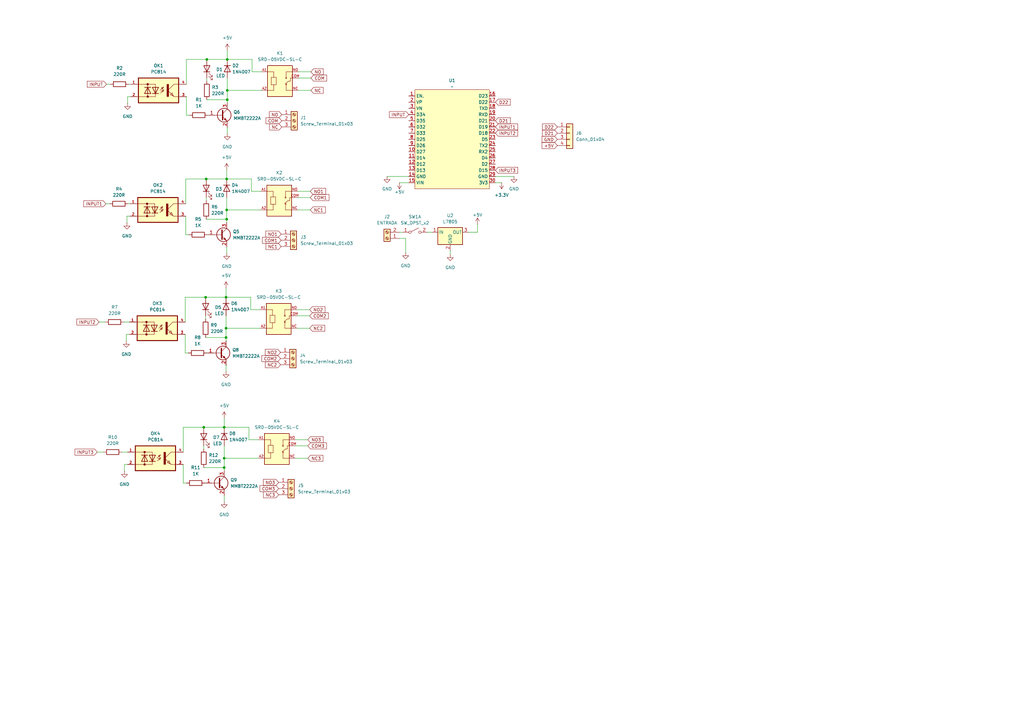
<source format=kicad_sch>
(kicad_sch
	(version 20250114)
	(generator "eeschema")
	(generator_version "9.0")
	(uuid "eec8eef1-b582-436b-b085-ccc970b47328")
	(paper "A3")
	(lib_symbols
		(symbol "Connector:Screw_Terminal_01x02"
			(pin_names
				(offset 1.016)
				(hide yes)
			)
			(exclude_from_sim no)
			(in_bom yes)
			(on_board yes)
			(property "Reference" "J"
				(at 0 2.54 0)
				(effects
					(font
						(size 1.27 1.27)
					)
				)
			)
			(property "Value" "Screw_Terminal_01x02"
				(at 0 -5.08 0)
				(effects
					(font
						(size 1.27 1.27)
					)
				)
			)
			(property "Footprint" ""
				(at 0 0 0)
				(effects
					(font
						(size 1.27 1.27)
					)
					(hide yes)
				)
			)
			(property "Datasheet" "~"
				(at 0 0 0)
				(effects
					(font
						(size 1.27 1.27)
					)
					(hide yes)
				)
			)
			(property "Description" "Generic screw terminal, single row, 01x02, script generated (kicad-library-utils/schlib/autogen/connector/)"
				(at 0 0 0)
				(effects
					(font
						(size 1.27 1.27)
					)
					(hide yes)
				)
			)
			(property "ki_keywords" "screw terminal"
				(at 0 0 0)
				(effects
					(font
						(size 1.27 1.27)
					)
					(hide yes)
				)
			)
			(property "ki_fp_filters" "TerminalBlock*:*"
				(at 0 0 0)
				(effects
					(font
						(size 1.27 1.27)
					)
					(hide yes)
				)
			)
			(symbol "Screw_Terminal_01x02_1_1"
				(rectangle
					(start -1.27 1.27)
					(end 1.27 -3.81)
					(stroke
						(width 0.254)
						(type default)
					)
					(fill
						(type background)
					)
				)
				(polyline
					(pts
						(xy -0.5334 0.3302) (xy 0.3302 -0.508)
					)
					(stroke
						(width 0.1524)
						(type default)
					)
					(fill
						(type none)
					)
				)
				(polyline
					(pts
						(xy -0.5334 -2.2098) (xy 0.3302 -3.048)
					)
					(stroke
						(width 0.1524)
						(type default)
					)
					(fill
						(type none)
					)
				)
				(polyline
					(pts
						(xy -0.3556 0.508) (xy 0.508 -0.3302)
					)
					(stroke
						(width 0.1524)
						(type default)
					)
					(fill
						(type none)
					)
				)
				(polyline
					(pts
						(xy -0.3556 -2.032) (xy 0.508 -2.8702)
					)
					(stroke
						(width 0.1524)
						(type default)
					)
					(fill
						(type none)
					)
				)
				(circle
					(center 0 0)
					(radius 0.635)
					(stroke
						(width 0.1524)
						(type default)
					)
					(fill
						(type none)
					)
				)
				(circle
					(center 0 -2.54)
					(radius 0.635)
					(stroke
						(width 0.1524)
						(type default)
					)
					(fill
						(type none)
					)
				)
				(pin passive line
					(at -5.08 0 0)
					(length 3.81)
					(name "Pin_1"
						(effects
							(font
								(size 1.27 1.27)
							)
						)
					)
					(number "1"
						(effects
							(font
								(size 1.27 1.27)
							)
						)
					)
				)
				(pin passive line
					(at -5.08 -2.54 0)
					(length 3.81)
					(name "Pin_2"
						(effects
							(font
								(size 1.27 1.27)
							)
						)
					)
					(number "2"
						(effects
							(font
								(size 1.27 1.27)
							)
						)
					)
				)
			)
			(embedded_fonts no)
		)
		(symbol "Connector:Screw_Terminal_01x03"
			(pin_names
				(offset 1.016)
				(hide yes)
			)
			(exclude_from_sim no)
			(in_bom yes)
			(on_board yes)
			(property "Reference" "J"
				(at 0 5.08 0)
				(effects
					(font
						(size 1.27 1.27)
					)
				)
			)
			(property "Value" "Screw_Terminal_01x03"
				(at 0 -5.08 0)
				(effects
					(font
						(size 1.27 1.27)
					)
				)
			)
			(property "Footprint" ""
				(at 0 0 0)
				(effects
					(font
						(size 1.27 1.27)
					)
					(hide yes)
				)
			)
			(property "Datasheet" "~"
				(at 0 0 0)
				(effects
					(font
						(size 1.27 1.27)
					)
					(hide yes)
				)
			)
			(property "Description" "Generic screw terminal, single row, 01x03, script generated (kicad-library-utils/schlib/autogen/connector/)"
				(at 0 0 0)
				(effects
					(font
						(size 1.27 1.27)
					)
					(hide yes)
				)
			)
			(property "ki_keywords" "screw terminal"
				(at 0 0 0)
				(effects
					(font
						(size 1.27 1.27)
					)
					(hide yes)
				)
			)
			(property "ki_fp_filters" "TerminalBlock*:*"
				(at 0 0 0)
				(effects
					(font
						(size 1.27 1.27)
					)
					(hide yes)
				)
			)
			(symbol "Screw_Terminal_01x03_1_1"
				(rectangle
					(start -1.27 3.81)
					(end 1.27 -3.81)
					(stroke
						(width 0.254)
						(type default)
					)
					(fill
						(type background)
					)
				)
				(polyline
					(pts
						(xy -0.5334 2.8702) (xy 0.3302 2.032)
					)
					(stroke
						(width 0.1524)
						(type default)
					)
					(fill
						(type none)
					)
				)
				(polyline
					(pts
						(xy -0.5334 0.3302) (xy 0.3302 -0.508)
					)
					(stroke
						(width 0.1524)
						(type default)
					)
					(fill
						(type none)
					)
				)
				(polyline
					(pts
						(xy -0.5334 -2.2098) (xy 0.3302 -3.048)
					)
					(stroke
						(width 0.1524)
						(type default)
					)
					(fill
						(type none)
					)
				)
				(polyline
					(pts
						(xy -0.3556 3.048) (xy 0.508 2.2098)
					)
					(stroke
						(width 0.1524)
						(type default)
					)
					(fill
						(type none)
					)
				)
				(polyline
					(pts
						(xy -0.3556 0.508) (xy 0.508 -0.3302)
					)
					(stroke
						(width 0.1524)
						(type default)
					)
					(fill
						(type none)
					)
				)
				(polyline
					(pts
						(xy -0.3556 -2.032) (xy 0.508 -2.8702)
					)
					(stroke
						(width 0.1524)
						(type default)
					)
					(fill
						(type none)
					)
				)
				(circle
					(center 0 2.54)
					(radius 0.635)
					(stroke
						(width 0.1524)
						(type default)
					)
					(fill
						(type none)
					)
				)
				(circle
					(center 0 0)
					(radius 0.635)
					(stroke
						(width 0.1524)
						(type default)
					)
					(fill
						(type none)
					)
				)
				(circle
					(center 0 -2.54)
					(radius 0.635)
					(stroke
						(width 0.1524)
						(type default)
					)
					(fill
						(type none)
					)
				)
				(pin passive line
					(at -5.08 2.54 0)
					(length 3.81)
					(name "Pin_1"
						(effects
							(font
								(size 1.27 1.27)
							)
						)
					)
					(number "1"
						(effects
							(font
								(size 1.27 1.27)
							)
						)
					)
				)
				(pin passive line
					(at -5.08 0 0)
					(length 3.81)
					(name "Pin_2"
						(effects
							(font
								(size 1.27 1.27)
							)
						)
					)
					(number "2"
						(effects
							(font
								(size 1.27 1.27)
							)
						)
					)
				)
				(pin passive line
					(at -5.08 -2.54 0)
					(length 3.81)
					(name "Pin_3"
						(effects
							(font
								(size 1.27 1.27)
							)
						)
					)
					(number "3"
						(effects
							(font
								(size 1.27 1.27)
							)
						)
					)
				)
			)
			(embedded_fonts no)
		)
		(symbol "Connector_Generic:Conn_01x04"
			(pin_names
				(offset 1.016)
				(hide yes)
			)
			(exclude_from_sim no)
			(in_bom yes)
			(on_board yes)
			(property "Reference" "J"
				(at 0 5.08 0)
				(effects
					(font
						(size 1.27 1.27)
					)
				)
			)
			(property "Value" "Conn_01x04"
				(at 0 -7.62 0)
				(effects
					(font
						(size 1.27 1.27)
					)
				)
			)
			(property "Footprint" ""
				(at 0 0 0)
				(effects
					(font
						(size 1.27 1.27)
					)
					(hide yes)
				)
			)
			(property "Datasheet" "~"
				(at 0 0 0)
				(effects
					(font
						(size 1.27 1.27)
					)
					(hide yes)
				)
			)
			(property "Description" "Generic connector, single row, 01x04, script generated (kicad-library-utils/schlib/autogen/connector/)"
				(at 0 0 0)
				(effects
					(font
						(size 1.27 1.27)
					)
					(hide yes)
				)
			)
			(property "ki_keywords" "connector"
				(at 0 0 0)
				(effects
					(font
						(size 1.27 1.27)
					)
					(hide yes)
				)
			)
			(property "ki_fp_filters" "Connector*:*_1x??_*"
				(at 0 0 0)
				(effects
					(font
						(size 1.27 1.27)
					)
					(hide yes)
				)
			)
			(symbol "Conn_01x04_1_1"
				(rectangle
					(start -1.27 3.81)
					(end 1.27 -6.35)
					(stroke
						(width 0.254)
						(type default)
					)
					(fill
						(type background)
					)
				)
				(rectangle
					(start -1.27 2.667)
					(end 0 2.413)
					(stroke
						(width 0.1524)
						(type default)
					)
					(fill
						(type none)
					)
				)
				(rectangle
					(start -1.27 0.127)
					(end 0 -0.127)
					(stroke
						(width 0.1524)
						(type default)
					)
					(fill
						(type none)
					)
				)
				(rectangle
					(start -1.27 -2.413)
					(end 0 -2.667)
					(stroke
						(width 0.1524)
						(type default)
					)
					(fill
						(type none)
					)
				)
				(rectangle
					(start -1.27 -4.953)
					(end 0 -5.207)
					(stroke
						(width 0.1524)
						(type default)
					)
					(fill
						(type none)
					)
				)
				(pin passive line
					(at -5.08 2.54 0)
					(length 3.81)
					(name "Pin_1"
						(effects
							(font
								(size 1.27 1.27)
							)
						)
					)
					(number "1"
						(effects
							(font
								(size 1.27 1.27)
							)
						)
					)
				)
				(pin passive line
					(at -5.08 0 0)
					(length 3.81)
					(name "Pin_2"
						(effects
							(font
								(size 1.27 1.27)
							)
						)
					)
					(number "2"
						(effects
							(font
								(size 1.27 1.27)
							)
						)
					)
				)
				(pin passive line
					(at -5.08 -2.54 0)
					(length 3.81)
					(name "Pin_3"
						(effects
							(font
								(size 1.27 1.27)
							)
						)
					)
					(number "3"
						(effects
							(font
								(size 1.27 1.27)
							)
						)
					)
				)
				(pin passive line
					(at -5.08 -5.08 0)
					(length 3.81)
					(name "Pin_4"
						(effects
							(font
								(size 1.27 1.27)
							)
						)
					)
					(number "4"
						(effects
							(font
								(size 1.27 1.27)
							)
						)
					)
				)
			)
			(embedded_fonts no)
		)
		(symbol "Device:LED"
			(pin_numbers
				(hide yes)
			)
			(pin_names
				(offset 1.016)
				(hide yes)
			)
			(exclude_from_sim no)
			(in_bom yes)
			(on_board yes)
			(property "Reference" "D"
				(at 0 2.54 0)
				(effects
					(font
						(size 1.27 1.27)
					)
				)
			)
			(property "Value" "LED"
				(at 0 -2.54 0)
				(effects
					(font
						(size 1.27 1.27)
					)
				)
			)
			(property "Footprint" ""
				(at 0 0 0)
				(effects
					(font
						(size 1.27 1.27)
					)
					(hide yes)
				)
			)
			(property "Datasheet" "~"
				(at 0 0 0)
				(effects
					(font
						(size 1.27 1.27)
					)
					(hide yes)
				)
			)
			(property "Description" "Light emitting diode"
				(at 0 0 0)
				(effects
					(font
						(size 1.27 1.27)
					)
					(hide yes)
				)
			)
			(property "ki_keywords" "LED diode"
				(at 0 0 0)
				(effects
					(font
						(size 1.27 1.27)
					)
					(hide yes)
				)
			)
			(property "ki_fp_filters" "LED* LED_SMD:* LED_THT:*"
				(at 0 0 0)
				(effects
					(font
						(size 1.27 1.27)
					)
					(hide yes)
				)
			)
			(symbol "LED_0_1"
				(polyline
					(pts
						(xy -3.048 -0.762) (xy -4.572 -2.286) (xy -3.81 -2.286) (xy -4.572 -2.286) (xy -4.572 -1.524)
					)
					(stroke
						(width 0)
						(type default)
					)
					(fill
						(type none)
					)
				)
				(polyline
					(pts
						(xy -1.778 -0.762) (xy -3.302 -2.286) (xy -2.54 -2.286) (xy -3.302 -2.286) (xy -3.302 -1.524)
					)
					(stroke
						(width 0)
						(type default)
					)
					(fill
						(type none)
					)
				)
				(polyline
					(pts
						(xy -1.27 0) (xy 1.27 0)
					)
					(stroke
						(width 0)
						(type default)
					)
					(fill
						(type none)
					)
				)
				(polyline
					(pts
						(xy -1.27 -1.27) (xy -1.27 1.27)
					)
					(stroke
						(width 0.254)
						(type default)
					)
					(fill
						(type none)
					)
				)
				(polyline
					(pts
						(xy 1.27 -1.27) (xy 1.27 1.27) (xy -1.27 0) (xy 1.27 -1.27)
					)
					(stroke
						(width 0.254)
						(type default)
					)
					(fill
						(type none)
					)
				)
			)
			(symbol "LED_1_1"
				(pin passive line
					(at -3.81 0 0)
					(length 2.54)
					(name "K"
						(effects
							(font
								(size 1.27 1.27)
							)
						)
					)
					(number "1"
						(effects
							(font
								(size 1.27 1.27)
							)
						)
					)
				)
				(pin passive line
					(at 3.81 0 180)
					(length 2.54)
					(name "A"
						(effects
							(font
								(size 1.27 1.27)
							)
						)
					)
					(number "2"
						(effects
							(font
								(size 1.27 1.27)
							)
						)
					)
				)
			)
			(embedded_fonts no)
		)
		(symbol "Device:R"
			(pin_numbers
				(hide yes)
			)
			(pin_names
				(offset 0)
			)
			(exclude_from_sim no)
			(in_bom yes)
			(on_board yes)
			(property "Reference" "R"
				(at 2.032 0 90)
				(effects
					(font
						(size 1.27 1.27)
					)
				)
			)
			(property "Value" "R"
				(at 0 0 90)
				(effects
					(font
						(size 1.27 1.27)
					)
				)
			)
			(property "Footprint" ""
				(at -1.778 0 90)
				(effects
					(font
						(size 1.27 1.27)
					)
					(hide yes)
				)
			)
			(property "Datasheet" "~"
				(at 0 0 0)
				(effects
					(font
						(size 1.27 1.27)
					)
					(hide yes)
				)
			)
			(property "Description" "Resistor"
				(at 0 0 0)
				(effects
					(font
						(size 1.27 1.27)
					)
					(hide yes)
				)
			)
			(property "ki_keywords" "R res resistor"
				(at 0 0 0)
				(effects
					(font
						(size 1.27 1.27)
					)
					(hide yes)
				)
			)
			(property "ki_fp_filters" "R_*"
				(at 0 0 0)
				(effects
					(font
						(size 1.27 1.27)
					)
					(hide yes)
				)
			)
			(symbol "R_0_1"
				(rectangle
					(start -1.016 -2.54)
					(end 1.016 2.54)
					(stroke
						(width 0.254)
						(type default)
					)
					(fill
						(type none)
					)
				)
			)
			(symbol "R_1_1"
				(pin passive line
					(at 0 3.81 270)
					(length 1.27)
					(name "~"
						(effects
							(font
								(size 1.27 1.27)
							)
						)
					)
					(number "1"
						(effects
							(font
								(size 1.27 1.27)
							)
						)
					)
				)
				(pin passive line
					(at 0 -3.81 90)
					(length 1.27)
					(name "~"
						(effects
							(font
								(size 1.27 1.27)
							)
						)
					)
					(number "2"
						(effects
							(font
								(size 1.27 1.27)
							)
						)
					)
				)
			)
			(embedded_fonts no)
		)
		(symbol "Diode:1N4007"
			(pin_numbers
				(hide yes)
			)
			(pin_names
				(hide yes)
			)
			(exclude_from_sim no)
			(in_bom yes)
			(on_board yes)
			(property "Reference" "D"
				(at 0 2.54 0)
				(effects
					(font
						(size 1.27 1.27)
					)
				)
			)
			(property "Value" "1N4007"
				(at 0 -2.54 0)
				(effects
					(font
						(size 1.27 1.27)
					)
				)
			)
			(property "Footprint" "Diode_THT:D_DO-41_SOD81_P10.16mm_Horizontal"
				(at 0 -4.445 0)
				(effects
					(font
						(size 1.27 1.27)
					)
					(hide yes)
				)
			)
			(property "Datasheet" "http://www.vishay.com/docs/88503/1n4001.pdf"
				(at 0 0 0)
				(effects
					(font
						(size 1.27 1.27)
					)
					(hide yes)
				)
			)
			(property "Description" "1000V 1A General Purpose Rectifier Diode, DO-41"
				(at 0 0 0)
				(effects
					(font
						(size 1.27 1.27)
					)
					(hide yes)
				)
			)
			(property "Sim.Device" "D"
				(at 0 0 0)
				(effects
					(font
						(size 1.27 1.27)
					)
					(hide yes)
				)
			)
			(property "Sim.Pins" "1=K 2=A"
				(at 0 0 0)
				(effects
					(font
						(size 1.27 1.27)
					)
					(hide yes)
				)
			)
			(property "ki_keywords" "diode"
				(at 0 0 0)
				(effects
					(font
						(size 1.27 1.27)
					)
					(hide yes)
				)
			)
			(property "ki_fp_filters" "D*DO?41*"
				(at 0 0 0)
				(effects
					(font
						(size 1.27 1.27)
					)
					(hide yes)
				)
			)
			(symbol "1N4007_0_1"
				(polyline
					(pts
						(xy -1.27 1.27) (xy -1.27 -1.27)
					)
					(stroke
						(width 0.254)
						(type default)
					)
					(fill
						(type none)
					)
				)
				(polyline
					(pts
						(xy 1.27 1.27) (xy 1.27 -1.27) (xy -1.27 0) (xy 1.27 1.27)
					)
					(stroke
						(width 0.254)
						(type default)
					)
					(fill
						(type none)
					)
				)
				(polyline
					(pts
						(xy 1.27 0) (xy -1.27 0)
					)
					(stroke
						(width 0)
						(type default)
					)
					(fill
						(type none)
					)
				)
			)
			(symbol "1N4007_1_1"
				(pin passive line
					(at -3.81 0 0)
					(length 2.54)
					(name "K"
						(effects
							(font
								(size 1.27 1.27)
							)
						)
					)
					(number "1"
						(effects
							(font
								(size 1.27 1.27)
							)
						)
					)
				)
				(pin passive line
					(at 3.81 0 180)
					(length 2.54)
					(name "A"
						(effects
							(font
								(size 1.27 1.27)
							)
						)
					)
					(number "2"
						(effects
							(font
								(size 1.27 1.27)
							)
						)
					)
				)
			)
			(embedded_fonts no)
		)
		(symbol "ESP32-DEVKIT:ESP32-DEVKIT"
			(exclude_from_sim no)
			(in_bom yes)
			(on_board yes)
			(property "Reference" "U1"
				(at -1.27 -1.27 0)
				(effects
					(font
						(size 1.27 1.27)
					)
				)
			)
			(property "Value" "~"
				(at -1.27 -3.81 0)
				(effects
					(font
						(size 1.27 1.27)
					)
				)
			)
			(property "Footprint" "EESTN5:ESP32_DevKit_V1_CH9102X"
				(at 0 0 0)
				(effects
					(font
						(size 1.27 1.27)
					)
					(hide yes)
				)
			)
			(property "Datasheet" ""
				(at 0 0 0)
				(effects
					(font
						(size 1.27 1.27)
					)
					(hide yes)
				)
			)
			(property "Description" ""
				(at 0 0 0)
				(effects
					(font
						(size 1.27 1.27)
					)
					(hide yes)
				)
			)
			(symbol "ESP32-DEVKIT_1_0"
				(pin bidirectional line
					(at -19.05 -10.16 0)
					(length 2.54)
					(name "VP"
						(effects
							(font
								(size 1.27 1.27)
							)
						)
					)
					(number "2"
						(effects
							(font
								(size 1.27 1.27)
							)
						)
					)
				)
			)
			(symbol "ESP32-DEVKIT_1_1"
				(rectangle
					(start -16.51 -5.08)
					(end 13.97 -45.72)
					(stroke
						(width 0)
						(type solid)
					)
					(fill
						(type color)
						(color 255 255 194 1)
					)
				)
				(pin bidirectional line
					(at -19.05 -7.62 0)
					(length 2.54)
					(name "EN."
						(effects
							(font
								(size 1.27 1.27)
							)
						)
					)
					(number "1"
						(effects
							(font
								(size 1.27 1.27)
							)
						)
					)
				)
				(pin bidirectional line
					(at -19.05 -12.7 0)
					(length 2.54)
					(name "VN"
						(effects
							(font
								(size 1.27 1.27)
							)
						)
					)
					(number "3"
						(effects
							(font
								(size 1.27 1.27)
							)
						)
					)
				)
				(pin bidirectional line
					(at -19.05 -15.24 0)
					(length 2.54)
					(name "D34"
						(effects
							(font
								(size 1.27 1.27)
							)
						)
					)
					(number "4"
						(effects
							(font
								(size 1.27 1.27)
							)
						)
					)
				)
				(pin bidirectional line
					(at -19.05 -17.78 0)
					(length 2.54)
					(name "D35"
						(effects
							(font
								(size 1.27 1.27)
							)
						)
					)
					(number "5"
						(effects
							(font
								(size 1.27 1.27)
							)
						)
					)
				)
				(pin bidirectional line
					(at -19.05 -20.32 0)
					(length 2.54)
					(name "D32"
						(effects
							(font
								(size 1.27 1.27)
							)
						)
					)
					(number "6"
						(effects
							(font
								(size 1.27 1.27)
							)
						)
					)
				)
				(pin bidirectional line
					(at -19.05 -22.86 0)
					(length 2.54)
					(name "D33"
						(effects
							(font
								(size 1.27 1.27)
							)
						)
					)
					(number "7"
						(effects
							(font
								(size 1.27 1.27)
							)
						)
					)
				)
				(pin bidirectional line
					(at -19.05 -25.4 0)
					(length 2.54)
					(name "D25"
						(effects
							(font
								(size 1.27 1.27)
							)
						)
					)
					(number "8"
						(effects
							(font
								(size 1.27 1.27)
							)
						)
					)
				)
				(pin bidirectional line
					(at -19.05 -27.94 0)
					(length 2.54)
					(name "D26"
						(effects
							(font
								(size 1.27 1.27)
							)
						)
					)
					(number "9"
						(effects
							(font
								(size 1.27 1.27)
							)
						)
					)
				)
				(pin bidirectional line
					(at -19.05 -30.48 0)
					(length 2.54)
					(name "D27"
						(effects
							(font
								(size 1.27 1.27)
							)
						)
					)
					(number "10"
						(effects
							(font
								(size 1.27 1.27)
							)
						)
					)
				)
				(pin bidirectional line
					(at -19.05 -33.02 0)
					(length 2.54)
					(name "D14"
						(effects
							(font
								(size 1.27 1.27)
							)
						)
					)
					(number "11"
						(effects
							(font
								(size 1.27 1.27)
							)
						)
					)
				)
				(pin bidirectional line
					(at -19.05 -35.56 0)
					(length 2.54)
					(name "D12"
						(effects
							(font
								(size 1.27 1.27)
							)
						)
					)
					(number "12"
						(effects
							(font
								(size 1.27 1.27)
							)
						)
					)
				)
				(pin bidirectional line
					(at -19.05 -38.1 0)
					(length 2.54)
					(name "D13"
						(effects
							(font
								(size 1.27 1.27)
							)
						)
					)
					(number "13"
						(effects
							(font
								(size 1.27 1.27)
							)
						)
					)
				)
				(pin power_in line
					(at -19.05 -40.64 0)
					(length 2.54)
					(name "GND"
						(effects
							(font
								(size 1.27 1.27)
							)
						)
					)
					(number "14"
						(effects
							(font
								(size 1.27 1.27)
							)
						)
					)
				)
				(pin bidirectional line
					(at -19.05 -43.18 0)
					(length 2.54)
					(name "VIN"
						(effects
							(font
								(size 1.27 1.27)
							)
						)
					)
					(number "15"
						(effects
							(font
								(size 1.27 1.27)
							)
						)
					)
				)
				(pin bidirectional line
					(at 16.51 -7.62 180)
					(length 2.54)
					(name "D23"
						(effects
							(font
								(size 1.27 1.27)
							)
						)
					)
					(number "16"
						(effects
							(font
								(size 1.27 1.27)
							)
						)
					)
				)
				(pin bidirectional line
					(at 16.51 -10.16 180)
					(length 2.54)
					(name "D22"
						(effects
							(font
								(size 1.27 1.27)
							)
						)
					)
					(number "17"
						(effects
							(font
								(size 1.27 1.27)
							)
						)
					)
				)
				(pin bidirectional line
					(at 16.51 -12.7 180)
					(length 2.54)
					(name "TXD"
						(effects
							(font
								(size 1.27 1.27)
							)
						)
					)
					(number "18"
						(effects
							(font
								(size 1.27 1.27)
							)
						)
					)
				)
				(pin bidirectional line
					(at 16.51 -15.24 180)
					(length 2.54)
					(name "RXD"
						(effects
							(font
								(size 1.27 1.27)
							)
						)
					)
					(number "19"
						(effects
							(font
								(size 1.27 1.27)
							)
						)
					)
				)
				(pin bidirectional line
					(at 16.51 -17.78 180)
					(length 2.54)
					(name "D21"
						(effects
							(font
								(size 1.27 1.27)
							)
						)
					)
					(number "20"
						(effects
							(font
								(size 1.27 1.27)
							)
						)
					)
				)
				(pin bidirectional line
					(at 16.51 -20.32 180)
					(length 2.54)
					(name "D19"
						(effects
							(font
								(size 1.27 1.27)
							)
						)
					)
					(number "21"
						(effects
							(font
								(size 1.27 1.27)
							)
						)
					)
				)
				(pin bidirectional line
					(at 16.51 -22.86 180)
					(length 2.54)
					(name "D18"
						(effects
							(font
								(size 1.27 1.27)
							)
						)
					)
					(number "22"
						(effects
							(font
								(size 1.27 1.27)
							)
						)
					)
				)
				(pin bidirectional line
					(at 16.51 -25.4 180)
					(length 2.54)
					(name "D5"
						(effects
							(font
								(size 1.27 1.27)
							)
						)
					)
					(number "23"
						(effects
							(font
								(size 1.27 1.27)
							)
						)
					)
				)
				(pin bidirectional line
					(at 16.51 -27.94 180)
					(length 2.54)
					(name "TX2"
						(effects
							(font
								(size 1.27 1.27)
							)
						)
					)
					(number "24"
						(effects
							(font
								(size 1.27 1.27)
							)
						)
					)
				)
				(pin bidirectional line
					(at 16.51 -30.48 180)
					(length 2.54)
					(name "RX2"
						(effects
							(font
								(size 1.27 1.27)
							)
						)
					)
					(number "25"
						(effects
							(font
								(size 1.27 1.27)
							)
						)
					)
				)
				(pin bidirectional line
					(at 16.51 -33.02 180)
					(length 2.54)
					(name "D4"
						(effects
							(font
								(size 1.27 1.27)
							)
						)
					)
					(number "26"
						(effects
							(font
								(size 1.27 1.27)
							)
						)
					)
				)
				(pin bidirectional line
					(at 16.51 -35.56 180)
					(length 2.54)
					(name "D2"
						(effects
							(font
								(size 1.27 1.27)
							)
						)
					)
					(number "27"
						(effects
							(font
								(size 1.27 1.27)
							)
						)
					)
				)
				(pin bidirectional line
					(at 16.51 -38.1 180)
					(length 2.54)
					(name "D15"
						(effects
							(font
								(size 1.27 1.27)
							)
						)
					)
					(number "28"
						(effects
							(font
								(size 1.27 1.27)
							)
						)
					)
				)
				(pin power_in line
					(at 16.51 -40.64 180)
					(length 2.54)
					(name "GND"
						(effects
							(font
								(size 1.27 1.27)
							)
						)
					)
					(number "29"
						(effects
							(font
								(size 1.27 1.27)
							)
						)
					)
				)
				(pin bidirectional line
					(at 16.51 -43.18 180)
					(length 2.54)
					(name "3V3"
						(effects
							(font
								(size 1.27 1.27)
							)
						)
					)
					(number "30"
						(effects
							(font
								(size 1.27 1.27)
							)
						)
					)
				)
			)
			(embedded_fonts no)
		)
		(symbol "PC814:PC814"
			(pin_names
				(offset 1.016)
			)
			(exclude_from_sim no)
			(in_bom yes)
			(on_board yes)
			(property "Reference" "OK"
				(at -6.9931 5.7216 0)
				(effects
					(font
						(size 1.27 1.27)
					)
					(justify left bottom)
				)
			)
			(property "Value" "PC814"
				(at -6.9881 -7.6233 0)
				(effects
					(font
						(size 1.27 1.27)
					)
					(justify left bottom)
				)
			)
			(property "Footprint" "PC814:DIL04"
				(at 0 0 0)
				(effects
					(font
						(size 1.27 1.27)
					)
					(justify bottom)
					(hide yes)
				)
			)
			(property "Datasheet" ""
				(at 0 0 0)
				(effects
					(font
						(size 1.27 1.27)
					)
					(hide yes)
				)
			)
			(property "Description" ""
				(at 0 0 0)
				(effects
					(font
						(size 1.27 1.27)
					)
					(hide yes)
				)
			)
			(property "MF" "Essentra Components"
				(at 0 0 0)
				(effects
					(font
						(size 1.27 1.27)
					)
					(justify bottom)
					(hide yes)
				)
			)
			(property "Description_1" "\n                        \n                            Optoisolator Transistor Output 5000Vrms 1 Channel 4-SMD\n                        \n"
				(at 0 0 0)
				(effects
					(font
						(size 1.27 1.27)
					)
					(justify bottom)
					(hide yes)
				)
			)
			(property "Package" "DIP-4 Sharp"
				(at 0 0 0)
				(effects
					(font
						(size 1.27 1.27)
					)
					(justify bottom)
					(hide yes)
				)
			)
			(property "MPN" ""
				(at 0 0 0)
				(effects
					(font
						(size 1.27 1.27)
					)
					(justify bottom)
					(hide yes)
				)
			)
			(property "Price" "None"
				(at 0 0 0)
				(effects
					(font
						(size 1.27 1.27)
					)
					(justify bottom)
					(hide yes)
				)
			)
			(property "OC_FARNELL" "9707662"
				(at 0 0 0)
				(effects
					(font
						(size 1.27 1.27)
					)
					(justify bottom)
					(hide yes)
				)
			)
			(property "SnapEDA_Link" "https://www.snapeda.com/parts/PC814/Essentra/view-part/?ref=snap"
				(at 0 0 0)
				(effects
					(font
						(size 1.27 1.27)
					)
					(justify bottom)
					(hide yes)
				)
			)
			(property "MP" "PC814"
				(at 0 0 0)
				(effects
					(font
						(size 1.27 1.27)
					)
					(justify bottom)
					(hide yes)
				)
			)
			(property "OC_NEWARK" "unknown"
				(at 0 0 0)
				(effects
					(font
						(size 1.27 1.27)
					)
					(justify bottom)
					(hide yes)
				)
			)
			(property "Availability" "Not in stock"
				(at 0 0 0)
				(effects
					(font
						(size 1.27 1.27)
					)
					(justify bottom)
					(hide yes)
				)
			)
			(property "Check_prices" "https://www.snapeda.com/parts/PC814/Essentra/view-part/?ref=eda"
				(at 0 0 0)
				(effects
					(font
						(size 1.27 1.27)
					)
					(justify bottom)
					(hide yes)
				)
			)
			(symbol "PC814_0_0"
				(rectangle
					(start -6.985 -5.08)
					(end 9.525 5.08)
					(stroke
						(width 0.4064)
						(type default)
					)
					(fill
						(type background)
					)
				)
				(polyline
					(pts
						(xy -4.445 1.27) (xy -3.175 1.27)
					)
					(stroke
						(width 0.254)
						(type default)
					)
					(fill
						(type none)
					)
				)
				(polyline
					(pts
						(xy -4.445 -1.27) (xy -3.175 1.27)
					)
					(stroke
						(width 0.254)
						(type default)
					)
					(fill
						(type none)
					)
				)
				(polyline
					(pts
						(xy -4.445 -1.27) (xy -3.175 -1.27)
					)
					(stroke
						(width 0.254)
						(type default)
					)
					(fill
						(type none)
					)
				)
				(circle
					(center -3.175 2.54)
					(radius 0.254)
					(stroke
						(width 0.4064)
						(type default)
					)
					(fill
						(type none)
					)
				)
				(polyline
					(pts
						(xy -3.175 2.54) (xy -7.62 2.54)
					)
					(stroke
						(width 0.1524)
						(type default)
					)
					(fill
						(type none)
					)
				)
				(polyline
					(pts
						(xy -3.175 2.54) (xy -3.175 1.27)
					)
					(stroke
						(width 0.1524)
						(type default)
					)
					(fill
						(type none)
					)
				)
				(polyline
					(pts
						(xy -3.175 2.54) (xy 0 2.54)
					)
					(stroke
						(width 0.1524)
						(type default)
					)
					(fill
						(type none)
					)
				)
				(polyline
					(pts
						(xy -3.175 1.27) (xy -1.905 1.27)
					)
					(stroke
						(width 0.254)
						(type default)
					)
					(fill
						(type none)
					)
				)
				(polyline
					(pts
						(xy -3.175 1.27) (xy -1.905 -1.27)
					)
					(stroke
						(width 0.254)
						(type default)
					)
					(fill
						(type none)
					)
				)
				(polyline
					(pts
						(xy -3.175 -1.27) (xy -3.175 1.27)
					)
					(stroke
						(width 0.254)
						(type default)
					)
					(fill
						(type none)
					)
				)
				(polyline
					(pts
						(xy -3.175 -1.27) (xy -1.905 -1.27)
					)
					(stroke
						(width 0.254)
						(type default)
					)
					(fill
						(type none)
					)
				)
				(circle
					(center -3.175 -2.54)
					(radius 0.254)
					(stroke
						(width 0.4064)
						(type default)
					)
					(fill
						(type none)
					)
				)
				(polyline
					(pts
						(xy -3.175 -2.54) (xy -7.62 -2.54)
					)
					(stroke
						(width 0.1524)
						(type default)
					)
					(fill
						(type none)
					)
				)
				(polyline
					(pts
						(xy -3.175 -2.54) (xy -3.175 -1.27)
					)
					(stroke
						(width 0.1524)
						(type default)
					)
					(fill
						(type none)
					)
				)
				(polyline
					(pts
						(xy -3.175 -2.54) (xy 0 -2.54)
					)
					(stroke
						(width 0.1524)
						(type default)
					)
					(fill
						(type none)
					)
				)
				(polyline
					(pts
						(xy 0 2.54) (xy 0 1.27)
					)
					(stroke
						(width 0.1524)
						(type default)
					)
					(fill
						(type none)
					)
				)
				(polyline
					(pts
						(xy 0 1.27) (xy -1.27 1.27)
					)
					(stroke
						(width 0.254)
						(type default)
					)
					(fill
						(type none)
					)
				)
				(polyline
					(pts
						(xy 0 1.27) (xy 0 -1.27)
					)
					(stroke
						(width 0.254)
						(type default)
					)
					(fill
						(type none)
					)
				)
				(polyline
					(pts
						(xy 0 -1.27) (xy -1.27 1.27)
					)
					(stroke
						(width 0.254)
						(type default)
					)
					(fill
						(type none)
					)
				)
				(polyline
					(pts
						(xy 0 -1.27) (xy -1.27 -1.27)
					)
					(stroke
						(width 0.254)
						(type default)
					)
					(fill
						(type none)
					)
				)
				(polyline
					(pts
						(xy 0 -2.54) (xy 0 -1.27)
					)
					(stroke
						(width 0.1524)
						(type default)
					)
					(fill
						(type none)
					)
				)
				(polyline
					(pts
						(xy 1.27 1.27) (xy 0 1.27)
					)
					(stroke
						(width 0.254)
						(type default)
					)
					(fill
						(type none)
					)
				)
				(polyline
					(pts
						(xy 1.27 1.27) (xy 0 -1.27)
					)
					(stroke
						(width 0.254)
						(type default)
					)
					(fill
						(type none)
					)
				)
				(polyline
					(pts
						(xy 1.27 -1.27) (xy 0 -1.27)
					)
					(stroke
						(width 0.254)
						(type default)
					)
					(fill
						(type none)
					)
				)
				(polyline
					(pts
						(xy 1.905 0) (xy 3.302 1.397)
					)
					(stroke
						(width 0.1524)
						(type default)
					)
					(fill
						(type none)
					)
				)
				(polyline
					(pts
						(xy 2.032 -1.143) (xy 3.429 0.254)
					)
					(stroke
						(width 0.1524)
						(type default)
					)
					(fill
						(type none)
					)
				)
				(polyline
					(pts
						(xy 2.413 1.016) (xy 2.921 0.508)
					)
					(stroke
						(width 0.1524)
						(type default)
					)
					(fill
						(type none)
					)
				)
				(polyline
					(pts
						(xy 2.54 -0.127) (xy 3.048 -0.635)
					)
					(stroke
						(width 0.1524)
						(type default)
					)
					(fill
						(type none)
					)
				)
				(polyline
					(pts
						(xy 2.921 0.508) (xy 3.302 1.397)
					)
					(stroke
						(width 0.1524)
						(type default)
					)
					(fill
						(type none)
					)
				)
				(polyline
					(pts
						(xy 3.048 -0.635) (xy 3.429 0.254)
					)
					(stroke
						(width 0.1524)
						(type default)
					)
					(fill
						(type none)
					)
				)
				(polyline
					(pts
						(xy 3.302 1.397) (xy 2.413 1.016)
					)
					(stroke
						(width 0.1524)
						(type default)
					)
					(fill
						(type none)
					)
				)
				(polyline
					(pts
						(xy 3.429 0.254) (xy 2.54 -0.127)
					)
					(stroke
						(width 0.1524)
						(type default)
					)
					(fill
						(type none)
					)
				)
				(rectangle
					(start 4.7005 -2.5408)
					(end 5.461 2.54)
					(stroke
						(width 0.1)
						(type default)
					)
					(fill
						(type outline)
					)
				)
				(polyline
					(pts
						(xy 5.08 0) (xy 7.366 -2.286)
					)
					(stroke
						(width 0.1524)
						(type default)
					)
					(fill
						(type none)
					)
				)
				(polyline
					(pts
						(xy 6.096 -1.778) (xy 6.858 -1.016)
					)
					(stroke
						(width 0.1524)
						(type default)
					)
					(fill
						(type none)
					)
				)
				(polyline
					(pts
						(xy 6.858 -1.016) (xy 7.366 -2.286)
					)
					(stroke
						(width 0.1524)
						(type default)
					)
					(fill
						(type none)
					)
				)
				(polyline
					(pts
						(xy 7.366 -2.286) (xy 6.096 -1.778)
					)
					(stroke
						(width 0.1524)
						(type default)
					)
					(fill
						(type none)
					)
				)
				(polyline
					(pts
						(xy 7.366 -2.286) (xy 7.62 -2.54)
					)
					(stroke
						(width 0.1524)
						(type default)
					)
					(fill
						(type none)
					)
				)
				(polyline
					(pts
						(xy 7.62 2.54) (xy 5.08 0)
					)
					(stroke
						(width 0.1524)
						(type default)
					)
					(fill
						(type none)
					)
				)
				(polyline
					(pts
						(xy 7.62 2.54) (xy 10.16 2.54)
					)
					(stroke
						(width 0.1524)
						(type default)
					)
					(fill
						(type none)
					)
				)
				(polyline
					(pts
						(xy 7.62 -2.54) (xy 10.16 -2.54)
					)
					(stroke
						(width 0.1524)
						(type default)
					)
					(fill
						(type none)
					)
				)
				(pin passive line
					(at -10.16 2.54 0)
					(length 2.54)
					(name "~"
						(effects
							(font
								(size 1.016 1.016)
							)
						)
					)
					(number "1"
						(effects
							(font
								(size 1.016 1.016)
							)
						)
					)
				)
				(pin passive line
					(at -10.16 -2.54 0)
					(length 2.54)
					(name "~"
						(effects
							(font
								(size 1.016 1.016)
							)
						)
					)
					(number "2"
						(effects
							(font
								(size 1.016 1.016)
							)
						)
					)
				)
				(pin passive line
					(at 12.7 2.54 180)
					(length 2.54)
					(name "~"
						(effects
							(font
								(size 1.016 1.016)
							)
						)
					)
					(number "4"
						(effects
							(font
								(size 1.016 1.016)
							)
						)
					)
				)
				(pin passive line
					(at 12.7 -2.54 180)
					(length 2.54)
					(name "~"
						(effects
							(font
								(size 1.016 1.016)
							)
						)
					)
					(number "3"
						(effects
							(font
								(size 1.016 1.016)
							)
						)
					)
				)
			)
			(embedded_fonts no)
		)
		(symbol "Regulator_Linear:L7805"
			(pin_names
				(offset 0.254)
			)
			(exclude_from_sim no)
			(in_bom yes)
			(on_board yes)
			(property "Reference" "U"
				(at -3.81 3.175 0)
				(effects
					(font
						(size 1.27 1.27)
					)
				)
			)
			(property "Value" "L7805"
				(at 0 3.175 0)
				(effects
					(font
						(size 1.27 1.27)
					)
					(justify left)
				)
			)
			(property "Footprint" ""
				(at 0.635 -3.81 0)
				(effects
					(font
						(size 1.27 1.27)
						(italic yes)
					)
					(justify left)
					(hide yes)
				)
			)
			(property "Datasheet" "http://www.st.com/content/ccc/resource/technical/document/datasheet/41/4f/b3/b0/12/d4/47/88/CD00000444.pdf/files/CD00000444.pdf/jcr:content/translations/en.CD00000444.pdf"
				(at 0 -1.27 0)
				(effects
					(font
						(size 1.27 1.27)
					)
					(hide yes)
				)
			)
			(property "Description" "Positive 1.5A 35V Linear Regulator, Fixed Output 5V, TO-220/TO-263/TO-252"
				(at 0 0 0)
				(effects
					(font
						(size 1.27 1.27)
					)
					(hide yes)
				)
			)
			(property "ki_keywords" "Voltage Regulator 1.5A Positive"
				(at 0 0 0)
				(effects
					(font
						(size 1.27 1.27)
					)
					(hide yes)
				)
			)
			(property "ki_fp_filters" "TO?252* TO?263* TO?220*"
				(at 0 0 0)
				(effects
					(font
						(size 1.27 1.27)
					)
					(hide yes)
				)
			)
			(symbol "L7805_0_1"
				(rectangle
					(start -5.08 1.905)
					(end 5.08 -5.08)
					(stroke
						(width 0.254)
						(type default)
					)
					(fill
						(type background)
					)
				)
			)
			(symbol "L7805_1_1"
				(pin power_in line
					(at -7.62 0 0)
					(length 2.54)
					(name "IN"
						(effects
							(font
								(size 1.27 1.27)
							)
						)
					)
					(number "1"
						(effects
							(font
								(size 1.27 1.27)
							)
						)
					)
				)
				(pin power_in line
					(at 0 -7.62 90)
					(length 2.54)
					(name "GND"
						(effects
							(font
								(size 1.27 1.27)
							)
						)
					)
					(number "2"
						(effects
							(font
								(size 1.27 1.27)
							)
						)
					)
				)
				(pin power_out line
					(at 7.62 0 180)
					(length 2.54)
					(name "OUT"
						(effects
							(font
								(size 1.27 1.27)
							)
						)
					)
					(number "3"
						(effects
							(font
								(size 1.27 1.27)
							)
						)
					)
				)
			)
			(embedded_fonts no)
		)
		(symbol "SRD-05VDC-SL:SRD-05VDC-SL-C"
			(pin_names
				(offset 1.016)
			)
			(exclude_from_sim no)
			(in_bom yes)
			(on_board yes)
			(property "Reference" "K"
				(at -5.0809 5.843 0)
				(effects
					(font
						(size 1.27 1.27)
					)
					(justify left bottom)
				)
			)
			(property "Value" "SRD-05VDC-SL-C"
				(at -5.0832 -10.1664 0)
				(effects
					(font
						(size 1.27 1.27)
					)
					(justify left bottom)
				)
			)
			(property "Footprint" "SRD-05VDC-SL-C:RELAY_SRD-05VDC-SL-C"
				(at 0 0 0)
				(effects
					(font
						(size 1.27 1.27)
					)
					(justify bottom)
					(hide yes)
				)
			)
			(property "Datasheet" ""
				(at 0 0 0)
				(effects
					(font
						(size 1.27 1.27)
					)
					(hide yes)
				)
			)
			(property "Description" ""
				(at 0 0 0)
				(effects
					(font
						(size 1.27 1.27)
					)
					(hide yes)
				)
			)
			(property "MF" "Songle Relay"
				(at 0 0 0)
				(effects
					(font
						(size 1.27 1.27)
					)
					(justify bottom)
					(hide yes)
				)
			)
			(property "Description_1" "\n                        \n                            5V Trigger Relay Module For Arduino And Raspberry Pi 5V Trigger Relay Module For Arduino And Raspberry Pi\n                        \n"
				(at 0 0 0)
				(effects
					(font
						(size 1.27 1.27)
					)
					(justify bottom)
					(hide yes)
				)
			)
			(property "Package" "NON STANDARD-5 Songle Relay"
				(at 0 0 0)
				(effects
					(font
						(size 1.27 1.27)
					)
					(justify bottom)
					(hide yes)
				)
			)
			(property "Price" "None"
				(at 0 0 0)
				(effects
					(font
						(size 1.27 1.27)
					)
					(justify bottom)
					(hide yes)
				)
			)
			(property "Check_prices" "https://www.snapeda.com/parts/SRD-05VDC-SL-C/Songle+Relay/view-part/?ref=eda"
				(at 0 0 0)
				(effects
					(font
						(size 1.27 1.27)
					)
					(justify bottom)
					(hide yes)
				)
			)
			(property "STANDARD" "IPC-7251"
				(at 0 0 0)
				(effects
					(font
						(size 1.27 1.27)
					)
					(justify bottom)
					(hide yes)
				)
			)
			(property "SnapEDA_Link" "https://www.snapeda.com/parts/SRD-05VDC-SL-C/Songle+Relay/view-part/?ref=snap"
				(at 0 0 0)
				(effects
					(font
						(size 1.27 1.27)
					)
					(justify bottom)
					(hide yes)
				)
			)
			(property "MP" "SRD-05VDC-SL-C"
				(at 0 0 0)
				(effects
					(font
						(size 1.27 1.27)
					)
					(justify bottom)
					(hide yes)
				)
			)
			(property "Availability" "In Stock"
				(at 0 0 0)
				(effects
					(font
						(size 1.27 1.27)
					)
					(justify bottom)
					(hide yes)
				)
			)
			(property "MANUFACTURER" "SONGLE RELAY"
				(at 0 0 0)
				(effects
					(font
						(size 1.27 1.27)
					)
					(justify bottom)
					(hide yes)
				)
			)
			(symbol "SRD-05VDC-SL-C_0_0"
				(polyline
					(pts
						(xy -5.08 2.54) (xy -2.54 2.54)
					)
					(stroke
						(width 0.1524)
						(type default)
					)
					(fill
						(type none)
					)
				)
				(rectangle
					(start -5.08 -7.62)
					(end 5.08 5.08)
					(stroke
						(width 0.254)
						(type default)
					)
					(fill
						(type background)
					)
				)
				(polyline
					(pts
						(xy -3.556 0.254) (xy -3.556 -2.794)
					)
					(stroke
						(width 0.1524)
						(type default)
					)
					(fill
						(type none)
					)
				)
				(polyline
					(pts
						(xy -3.556 -2.794) (xy -2.54 -2.794)
					)
					(stroke
						(width 0.1524)
						(type default)
					)
					(fill
						(type none)
					)
				)
				(polyline
					(pts
						(xy -2.54 2.54) (xy -2.54 0.254)
					)
					(stroke
						(width 0.1524)
						(type default)
					)
					(fill
						(type none)
					)
				)
				(polyline
					(pts
						(xy -2.54 0.254) (xy -3.556 0.254)
					)
					(stroke
						(width 0.1524)
						(type default)
					)
					(fill
						(type none)
					)
				)
				(polyline
					(pts
						(xy -2.54 -2.794) (xy -2.54 -5.08)
					)
					(stroke
						(width 0.1524)
						(type default)
					)
					(fill
						(type none)
					)
				)
				(polyline
					(pts
						(xy -2.54 -2.794) (xy -1.524 -2.794)
					)
					(stroke
						(width 0.1524)
						(type default)
					)
					(fill
						(type none)
					)
				)
				(polyline
					(pts
						(xy -2.54 -5.08) (xy -5.08 -5.08)
					)
					(stroke
						(width 0.1524)
						(type default)
					)
					(fill
						(type none)
					)
				)
				(polyline
					(pts
						(xy -1.524 0.254) (xy -2.54 0.254)
					)
					(stroke
						(width 0.1524)
						(type default)
					)
					(fill
						(type none)
					)
				)
				(polyline
					(pts
						(xy -1.524 -2.794) (xy -1.524 0.254)
					)
					(stroke
						(width 0.1524)
						(type default)
					)
					(fill
						(type none)
					)
				)
				(polyline
					(pts
						(xy 2.54 2.54) (xy 2.54 0)
					)
					(stroke
						(width 0.1524)
						(type default)
					)
					(fill
						(type none)
					)
				)
				(circle
					(center 2.54 0)
					(radius 0.254)
					(stroke
						(width 0.1524)
						(type default)
					)
					(fill
						(type none)
					)
				)
				(polyline
					(pts
						(xy 2.54 -2.54) (xy 2.54 -5.08)
					)
					(stroke
						(width 0.1524)
						(type default)
					)
					(fill
						(type none)
					)
				)
				(circle
					(center 2.54 -2.54)
					(radius 0.254)
					(stroke
						(width 0.1524)
						(type default)
					)
					(fill
						(type none)
					)
				)
				(polyline
					(pts
						(xy 2.54 -5.08) (xy 5.08 -5.08)
					)
					(stroke
						(width 0.1524)
						(type default)
					)
					(fill
						(type none)
					)
				)
				(polyline
					(pts
						(xy 3.556 -1.27) (xy 2.286 -2.286)
					)
					(stroke
						(width 0.1524)
						(type default)
					)
					(fill
						(type none)
					)
				)
				(polyline
					(pts
						(xy 3.556 -1.27) (xy 4.318 -1.27)
					)
					(stroke
						(width 0.1524)
						(type default)
					)
					(fill
						(type none)
					)
				)
				(polyline
					(pts
						(xy 4.318 0) (xy 5.08 0)
					)
					(stroke
						(width 0.1524)
						(type default)
					)
					(fill
						(type none)
					)
				)
				(polyline
					(pts
						(xy 4.318 -1.27) (xy 4.318 0)
					)
					(stroke
						(width 0.1524)
						(type default)
					)
					(fill
						(type none)
					)
				)
				(polyline
					(pts
						(xy 5.08 2.54) (xy 2.54 2.54)
					)
					(stroke
						(width 0.1524)
						(type default)
					)
					(fill
						(type none)
					)
				)
				(pin passive line
					(at -7.62 2.54 0)
					(length 2.54)
					(name "~"
						(effects
							(font
								(size 1.016 1.016)
							)
						)
					)
					(number "A1"
						(effects
							(font
								(size 1.016 1.016)
							)
						)
					)
				)
				(pin passive line
					(at -7.62 -5.08 0)
					(length 2.54)
					(name "~"
						(effects
							(font
								(size 1.016 1.016)
							)
						)
					)
					(number "A2"
						(effects
							(font
								(size 1.016 1.016)
							)
						)
					)
				)
				(pin passive line
					(at 7.62 2.54 180)
					(length 2.54)
					(name "~"
						(effects
							(font
								(size 1.016 1.016)
							)
						)
					)
					(number "NO"
						(effects
							(font
								(size 1.016 1.016)
							)
						)
					)
				)
				(pin passive line
					(at 7.62 0 180)
					(length 2.54)
					(name "~"
						(effects
							(font
								(size 1.016 1.016)
							)
						)
					)
					(number "COM"
						(effects
							(font
								(size 1.016 1.016)
							)
						)
					)
				)
				(pin passive line
					(at 7.62 -5.08 180)
					(length 2.54)
					(name "~"
						(effects
							(font
								(size 1.016 1.016)
							)
						)
					)
					(number "NC"
						(effects
							(font
								(size 1.016 1.016)
							)
						)
					)
				)
			)
			(embedded_fonts no)
		)
		(symbol "Switch:SW_DPST_x2"
			(pin_names
				(offset 0)
				(hide yes)
			)
			(exclude_from_sim no)
			(in_bom yes)
			(on_board yes)
			(property "Reference" "SW"
				(at 0 3.175 0)
				(effects
					(font
						(size 1.27 1.27)
					)
				)
			)
			(property "Value" "SW_DPST_x2"
				(at 0 -2.54 0)
				(effects
					(font
						(size 1.27 1.27)
					)
				)
			)
			(property "Footprint" ""
				(at 0 0 0)
				(effects
					(font
						(size 1.27 1.27)
					)
					(hide yes)
				)
			)
			(property "Datasheet" "~"
				(at 0 0 0)
				(effects
					(font
						(size 1.27 1.27)
					)
					(hide yes)
				)
			)
			(property "Description" "Single Pole Single Throw (SPST) switch, separate symbol"
				(at 0 0 0)
				(effects
					(font
						(size 1.27 1.27)
					)
					(hide yes)
				)
			)
			(property "ki_keywords" "switch lever"
				(at 0 0 0)
				(effects
					(font
						(size 1.27 1.27)
					)
					(hide yes)
				)
			)
			(symbol "SW_DPST_x2_0_0"
				(circle
					(center -2.032 0)
					(radius 0.508)
					(stroke
						(width 0)
						(type default)
					)
					(fill
						(type none)
					)
				)
				(polyline
					(pts
						(xy -1.524 0.254) (xy 1.524 1.778)
					)
					(stroke
						(width 0)
						(type default)
					)
					(fill
						(type none)
					)
				)
				(circle
					(center 2.032 0)
					(radius 0.508)
					(stroke
						(width 0)
						(type default)
					)
					(fill
						(type none)
					)
				)
			)
			(symbol "SW_DPST_x2_1_1"
				(pin passive line
					(at -5.08 0 0)
					(length 2.54)
					(name "A"
						(effects
							(font
								(size 1.27 1.27)
							)
						)
					)
					(number "1"
						(effects
							(font
								(size 1.27 1.27)
							)
						)
					)
				)
				(pin passive line
					(at 5.08 0 180)
					(length 2.54)
					(name "B"
						(effects
							(font
								(size 1.27 1.27)
							)
						)
					)
					(number "2"
						(effects
							(font
								(size 1.27 1.27)
							)
						)
					)
				)
			)
			(symbol "SW_DPST_x2_2_1"
				(pin passive line
					(at -5.08 0 0)
					(length 2.54)
					(name "A"
						(effects
							(font
								(size 1.27 1.27)
							)
						)
					)
					(number "3"
						(effects
							(font
								(size 1.27 1.27)
							)
						)
					)
				)
				(pin passive line
					(at 5.08 0 180)
					(length 2.54)
					(name "B"
						(effects
							(font
								(size 1.27 1.27)
							)
						)
					)
					(number "4"
						(effects
							(font
								(size 1.27 1.27)
							)
						)
					)
				)
			)
			(embedded_fonts no)
		)
		(symbol "Transistor_BJT:MMBT2222A"
			(pin_names
				(offset 0)
				(hide yes)
			)
			(exclude_from_sim no)
			(in_bom yes)
			(on_board yes)
			(property "Reference" "Q"
				(at 5.08 1.905 0)
				(effects
					(font
						(size 1.27 1.27)
					)
					(justify left)
				)
			)
			(property "Value" "MMBT2222A"
				(at 5.08 0 0)
				(effects
					(font
						(size 1.27 1.27)
					)
					(justify left)
				)
			)
			(property "Footprint" "Package_TO_SOT_SMD:SOT-23"
				(at 5.08 -1.905 0)
				(effects
					(font
						(size 1.27 1.27)
						(italic yes)
					)
					(justify left)
					(hide yes)
				)
			)
			(property "Datasheet" "https://assets.nexperia.com/documents/data-sheet/MMBT2222A.pdf"
				(at 0 0 0)
				(effects
					(font
						(size 1.27 1.27)
					)
					(justify left)
					(hide yes)
				)
			)
			(property "Description" "600mA Ic, 40V Vce, NPN Transistor, SOT-23"
				(at 0 0 0)
				(effects
					(font
						(size 1.27 1.27)
					)
					(hide yes)
				)
			)
			(property "ki_keywords" "NPN Transistor"
				(at 0 0 0)
				(effects
					(font
						(size 1.27 1.27)
					)
					(hide yes)
				)
			)
			(property "ki_fp_filters" "SOT?23*"
				(at 0 0 0)
				(effects
					(font
						(size 1.27 1.27)
					)
					(hide yes)
				)
			)
			(symbol "MMBT2222A_0_1"
				(polyline
					(pts
						(xy -2.54 0) (xy 0.635 0)
					)
					(stroke
						(width 0)
						(type default)
					)
					(fill
						(type none)
					)
				)
				(polyline
					(pts
						(xy 0.635 1.905) (xy 0.635 -1.905)
					)
					(stroke
						(width 0.508)
						(type default)
					)
					(fill
						(type none)
					)
				)
				(circle
					(center 1.27 0)
					(radius 2.8194)
					(stroke
						(width 0.254)
						(type default)
					)
					(fill
						(type none)
					)
				)
			)
			(symbol "MMBT2222A_1_1"
				(polyline
					(pts
						(xy 0.635 0.635) (xy 2.54 2.54)
					)
					(stroke
						(width 0)
						(type default)
					)
					(fill
						(type none)
					)
				)
				(polyline
					(pts
						(xy 0.635 -0.635) (xy 2.54 -2.54)
					)
					(stroke
						(width 0)
						(type default)
					)
					(fill
						(type none)
					)
				)
				(polyline
					(pts
						(xy 1.27 -1.778) (xy 1.778 -1.27) (xy 2.286 -2.286) (xy 1.27 -1.778)
					)
					(stroke
						(width 0)
						(type default)
					)
					(fill
						(type outline)
					)
				)
				(pin input line
					(at -5.08 0 0)
					(length 2.54)
					(name "B"
						(effects
							(font
								(size 1.27 1.27)
							)
						)
					)
					(number "1"
						(effects
							(font
								(size 1.27 1.27)
							)
						)
					)
				)
				(pin passive line
					(at 2.54 5.08 270)
					(length 2.54)
					(name "C"
						(effects
							(font
								(size 1.27 1.27)
							)
						)
					)
					(number "3"
						(effects
							(font
								(size 1.27 1.27)
							)
						)
					)
				)
				(pin passive line
					(at 2.54 -5.08 90)
					(length 2.54)
					(name "E"
						(effects
							(font
								(size 1.27 1.27)
							)
						)
					)
					(number "2"
						(effects
							(font
								(size 1.27 1.27)
							)
						)
					)
				)
			)
			(embedded_fonts no)
		)
		(symbol "power:+3.3V"
			(power)
			(pin_numbers
				(hide yes)
			)
			(pin_names
				(offset 0)
				(hide yes)
			)
			(exclude_from_sim no)
			(in_bom yes)
			(on_board yes)
			(property "Reference" "#PWR"
				(at 0 -3.81 0)
				(effects
					(font
						(size 1.27 1.27)
					)
					(hide yes)
				)
			)
			(property "Value" "+3.3V"
				(at 0 3.556 0)
				(effects
					(font
						(size 1.27 1.27)
					)
				)
			)
			(property "Footprint" ""
				(at 0 0 0)
				(effects
					(font
						(size 1.27 1.27)
					)
					(hide yes)
				)
			)
			(property "Datasheet" ""
				(at 0 0 0)
				(effects
					(font
						(size 1.27 1.27)
					)
					(hide yes)
				)
			)
			(property "Description" "Power symbol creates a global label with name \"+3.3V\""
				(at 0 0 0)
				(effects
					(font
						(size 1.27 1.27)
					)
					(hide yes)
				)
			)
			(property "ki_keywords" "global power"
				(at 0 0 0)
				(effects
					(font
						(size 1.27 1.27)
					)
					(hide yes)
				)
			)
			(symbol "+3.3V_0_1"
				(polyline
					(pts
						(xy -0.762 1.27) (xy 0 2.54)
					)
					(stroke
						(width 0)
						(type default)
					)
					(fill
						(type none)
					)
				)
				(polyline
					(pts
						(xy 0 2.54) (xy 0.762 1.27)
					)
					(stroke
						(width 0)
						(type default)
					)
					(fill
						(type none)
					)
				)
				(polyline
					(pts
						(xy 0 0) (xy 0 2.54)
					)
					(stroke
						(width 0)
						(type default)
					)
					(fill
						(type none)
					)
				)
			)
			(symbol "+3.3V_1_1"
				(pin power_in line
					(at 0 0 90)
					(length 0)
					(name "~"
						(effects
							(font
								(size 1.27 1.27)
							)
						)
					)
					(number "1"
						(effects
							(font
								(size 1.27 1.27)
							)
						)
					)
				)
			)
			(embedded_fonts no)
		)
		(symbol "power:+5V"
			(power)
			(pin_numbers
				(hide yes)
			)
			(pin_names
				(offset 0)
				(hide yes)
			)
			(exclude_from_sim no)
			(in_bom yes)
			(on_board yes)
			(property "Reference" "#PWR"
				(at 0 -3.81 0)
				(effects
					(font
						(size 1.27 1.27)
					)
					(hide yes)
				)
			)
			(property "Value" "+5V"
				(at 0 3.556 0)
				(effects
					(font
						(size 1.27 1.27)
					)
				)
			)
			(property "Footprint" ""
				(at 0 0 0)
				(effects
					(font
						(size 1.27 1.27)
					)
					(hide yes)
				)
			)
			(property "Datasheet" ""
				(at 0 0 0)
				(effects
					(font
						(size 1.27 1.27)
					)
					(hide yes)
				)
			)
			(property "Description" "Power symbol creates a global label with name \"+5V\""
				(at 0 0 0)
				(effects
					(font
						(size 1.27 1.27)
					)
					(hide yes)
				)
			)
			(property "ki_keywords" "global power"
				(at 0 0 0)
				(effects
					(font
						(size 1.27 1.27)
					)
					(hide yes)
				)
			)
			(symbol "+5V_0_1"
				(polyline
					(pts
						(xy -0.762 1.27) (xy 0 2.54)
					)
					(stroke
						(width 0)
						(type default)
					)
					(fill
						(type none)
					)
				)
				(polyline
					(pts
						(xy 0 2.54) (xy 0.762 1.27)
					)
					(stroke
						(width 0)
						(type default)
					)
					(fill
						(type none)
					)
				)
				(polyline
					(pts
						(xy 0 0) (xy 0 2.54)
					)
					(stroke
						(width 0)
						(type default)
					)
					(fill
						(type none)
					)
				)
			)
			(symbol "+5V_1_1"
				(pin power_in line
					(at 0 0 90)
					(length 0)
					(name "~"
						(effects
							(font
								(size 1.27 1.27)
							)
						)
					)
					(number "1"
						(effects
							(font
								(size 1.27 1.27)
							)
						)
					)
				)
			)
			(embedded_fonts no)
		)
		(symbol "power:GND"
			(power)
			(pin_numbers
				(hide yes)
			)
			(pin_names
				(offset 0)
				(hide yes)
			)
			(exclude_from_sim no)
			(in_bom yes)
			(on_board yes)
			(property "Reference" "#PWR"
				(at 0 -6.35 0)
				(effects
					(font
						(size 1.27 1.27)
					)
					(hide yes)
				)
			)
			(property "Value" "GND"
				(at 0 -3.81 0)
				(effects
					(font
						(size 1.27 1.27)
					)
				)
			)
			(property "Footprint" ""
				(at 0 0 0)
				(effects
					(font
						(size 1.27 1.27)
					)
					(hide yes)
				)
			)
			(property "Datasheet" ""
				(at 0 0 0)
				(effects
					(font
						(size 1.27 1.27)
					)
					(hide yes)
				)
			)
			(property "Description" "Power symbol creates a global label with name \"GND\" , ground"
				(at 0 0 0)
				(effects
					(font
						(size 1.27 1.27)
					)
					(hide yes)
				)
			)
			(property "ki_keywords" "global power"
				(at 0 0 0)
				(effects
					(font
						(size 1.27 1.27)
					)
					(hide yes)
				)
			)
			(symbol "GND_0_1"
				(polyline
					(pts
						(xy 0 0) (xy 0 -1.27) (xy 1.27 -1.27) (xy 0 -2.54) (xy -1.27 -1.27) (xy 0 -1.27)
					)
					(stroke
						(width 0)
						(type default)
					)
					(fill
						(type none)
					)
				)
			)
			(symbol "GND_1_1"
				(pin power_in line
					(at 0 0 270)
					(length 0)
					(name "~"
						(effects
							(font
								(size 1.27 1.27)
							)
						)
					)
					(number "1"
						(effects
							(font
								(size 1.27 1.27)
							)
						)
					)
				)
			)
			(embedded_fonts no)
		)
	)
	(junction
		(at 92.71 134.62)
		(diameter 0)
		(color 0 0 0 0)
		(uuid "145c04f3-fc40-4b23-8cca-d0d2ea55fbae")
	)
	(junction
		(at 92.71 138.43)
		(diameter 0)
		(color 0 0 0 0)
		(uuid "1d3e210b-0036-4955-838d-ae764e97b19f")
	)
	(junction
		(at 93.218 40.894)
		(diameter 0)
		(color 0 0 0 0)
		(uuid "2d0ad3eb-63e9-41a8-8ca0-a3d6867e43f4")
	)
	(junction
		(at 93.218 37.084)
		(diameter 0)
		(color 0 0 0 0)
		(uuid "3c4af971-c3fd-4ffa-a070-1100da67d356")
	)
	(junction
		(at 92.964 73.406)
		(diameter 0)
		(color 0 0 0 0)
		(uuid "4219029f-f307-4974-8f39-c024956fe7ae")
	)
	(junction
		(at 93.218 24.384)
		(diameter 0)
		(color 0 0 0 0)
		(uuid "4a2bd2e1-b33f-4470-9fc7-21de2335c540")
	)
	(junction
		(at 91.948 187.96)
		(diameter 0)
		(color 0 0 0 0)
		(uuid "5ab19d2a-caf5-4f6e-87da-fd9332394a9d")
	)
	(junction
		(at 84.836 24.384)
		(diameter 0)
		(color 0 0 0 0)
		(uuid "6b2b671f-e8c5-4809-97ca-d51d8e69a662")
	)
	(junction
		(at 84.582 73.406)
		(diameter 0)
		(color 0 0 0 0)
		(uuid "aba03cb3-4a68-48d9-bb1f-6cc3431882c9")
	)
	(junction
		(at 84.328 121.92)
		(diameter 0)
		(color 0 0 0 0)
		(uuid "b07c43a0-db76-4112-8aff-cd4354ea9979")
	)
	(junction
		(at 91.948 191.77)
		(diameter 0)
		(color 0 0 0 0)
		(uuid "b10ce3dc-74b4-48e8-9e3b-caac3983dff1")
	)
	(junction
		(at 91.948 175.26)
		(diameter 0)
		(color 0 0 0 0)
		(uuid "ce1b1a93-c142-4fab-a702-a7d91b02a5bd")
	)
	(junction
		(at 92.964 86.106)
		(diameter 0)
		(color 0 0 0 0)
		(uuid "d2e6f0d3-064f-4034-b6d3-bc792267d228")
	)
	(junction
		(at 92.964 89.916)
		(diameter 0)
		(color 0 0 0 0)
		(uuid "dcf717a6-6a39-4331-8629-ac6db74e0fd6")
	)
	(junction
		(at 83.566 175.26)
		(diameter 0)
		(color 0 0 0 0)
		(uuid "e4a1f552-06e3-4dcc-867b-1e25f595b1df")
	)
	(junction
		(at 92.71 121.92)
		(diameter 0)
		(color 0 0 0 0)
		(uuid "ffcdcdfb-7600-4cb9-afa4-2f4d337922a5")
	)
	(wire
		(pts
			(xy 84.328 198.12) (xy 84.074 198.12)
		)
		(stroke
			(width 0)
			(type default)
		)
		(uuid "001aa119-2ee1-412b-a8f2-924dc7ab4307")
	)
	(wire
		(pts
			(xy 92.71 134.62) (xy 106.68 134.62)
		)
		(stroke
			(width 0)
			(type default)
		)
		(uuid "0897154a-a1b0-4f1f-9827-fc0ac8ebebda")
	)
	(wire
		(pts
			(xy 103.378 24.384) (xy 93.218 24.384)
		)
		(stroke
			(width 0)
			(type default)
		)
		(uuid "09e91deb-f89a-4a82-a9cf-ba369209bb75")
	)
	(wire
		(pts
			(xy 75.184 190.5) (xy 75.184 198.12)
		)
		(stroke
			(width 0)
			(type default)
		)
		(uuid "0a0a3fbd-c2b7-402b-91eb-2e4098aef489")
	)
	(wire
		(pts
			(xy 76.2 83.566) (xy 76.2 73.406)
		)
		(stroke
			(width 0)
			(type default)
		)
		(uuid "0a86f40a-3ea0-4571-ad21-8d8d7518ab65")
	)
	(wire
		(pts
			(xy 93.218 20.574) (xy 93.218 24.384)
		)
		(stroke
			(width 0)
			(type default)
		)
		(uuid "0bf1c492-3f5b-41e2-a2c9-e411449e0e74")
	)
	(wire
		(pts
			(xy 52.832 34.544) (xy 53.594 34.544)
		)
		(stroke
			(width 0)
			(type default)
		)
		(uuid "0ecaaa6b-8a8e-41f9-a35f-0fce88e27bc3")
	)
	(wire
		(pts
			(xy 106.934 78.486) (xy 103.124 78.486)
		)
		(stroke
			(width 0)
			(type default)
		)
		(uuid "0ff97c40-7578-4327-93cc-ae7ce92691ff")
	)
	(wire
		(pts
			(xy 91.948 187.96) (xy 91.948 191.77)
		)
		(stroke
			(width 0)
			(type default)
		)
		(uuid "138ca87c-b415-4f2b-9ebc-4a0cf64bf1ec")
	)
	(wire
		(pts
			(xy 91.948 205.74) (xy 91.948 203.2)
		)
		(stroke
			(width 0)
			(type default)
		)
		(uuid "15e666ea-eb33-4b19-a688-d26f6a804bde")
	)
	(wire
		(pts
			(xy 92.71 149.86) (xy 92.71 152.4)
		)
		(stroke
			(width 0)
			(type default)
		)
		(uuid "1784d37d-217a-4e4a-ab88-db22f28efc64")
	)
	(wire
		(pts
			(xy 91.948 171.45) (xy 91.948 175.26)
		)
		(stroke
			(width 0)
			(type default)
		)
		(uuid "1a35a476-f057-4091-8f1d-ef782884a3e1")
	)
	(wire
		(pts
			(xy 92.964 69.596) (xy 92.964 73.406)
		)
		(stroke
			(width 0)
			(type default)
		)
		(uuid "1e93d7e3-75ab-44de-8e38-34adf339ee1d")
	)
	(wire
		(pts
			(xy 43.688 34.544) (xy 45.212 34.544)
		)
		(stroke
			(width 0)
			(type default)
		)
		(uuid "2a51a8cb-511c-4f4c-9eb1-020083a6c13a")
	)
	(wire
		(pts
			(xy 107.188 29.464) (xy 103.378 29.464)
		)
		(stroke
			(width 0)
			(type default)
		)
		(uuid "364eaf29-6488-43e6-bf50-8c9cdfd44e93")
	)
	(wire
		(pts
			(xy 122.428 29.464) (xy 127.508 29.464)
		)
		(stroke
			(width 0)
			(type default)
		)
		(uuid "3b1b3d0d-c577-43d8-8dc6-a598810ac724")
	)
	(wire
		(pts
			(xy 51.054 190.5) (xy 51.054 193.294)
		)
		(stroke
			(width 0)
			(type default)
		)
		(uuid "418e906e-7187-4feb-bb2e-b59a4742179b")
	)
	(wire
		(pts
			(xy 126.238 182.88) (xy 121.158 182.88)
		)
		(stroke
			(width 0)
			(type default)
		)
		(uuid "41d646ba-eb2d-43fe-abd4-3cc1cdcfb6cd")
	)
	(wire
		(pts
			(xy 76.454 39.624) (xy 76.454 47.244)
		)
		(stroke
			(width 0)
			(type default)
		)
		(uuid "428105e9-b698-4645-8518-adff7c7e0280")
	)
	(wire
		(pts
			(xy 93.218 37.084) (xy 107.188 37.084)
		)
		(stroke
			(width 0)
			(type default)
		)
		(uuid "4521590d-8571-4c70-a1c6-c0d401406e71")
	)
	(wire
		(pts
			(xy 84.582 89.916) (xy 92.964 89.916)
		)
		(stroke
			(width 0)
			(type default)
		)
		(uuid "4536e79e-4632-472d-ba4a-b69f05d4426b")
	)
	(wire
		(pts
			(xy 106.68 127) (xy 102.87 127)
		)
		(stroke
			(width 0)
			(type default)
		)
		(uuid "4a227901-864f-4326-bdf2-94e0ef2b96d4")
	)
	(wire
		(pts
			(xy 50.8 132.08) (xy 53.086 132.08)
		)
		(stroke
			(width 0)
			(type default)
		)
		(uuid "4cf6a493-071a-4144-b04f-f2373d9cffca")
	)
	(wire
		(pts
			(xy 84.836 40.894) (xy 93.218 40.894)
		)
		(stroke
			(width 0)
			(type default)
		)
		(uuid "5128691f-04ec-413f-92ad-79e454c42376")
	)
	(wire
		(pts
			(xy 92.964 81.026) (xy 92.964 86.106)
		)
		(stroke
			(width 0)
			(type default)
		)
		(uuid "56c1f682-e75f-489d-a3aa-31771bb8994f")
	)
	(wire
		(pts
			(xy 93.218 54.864) (xy 93.218 52.324)
		)
		(stroke
			(width 0)
			(type default)
		)
		(uuid "56f44f5f-b76b-4609-b376-b17e6586a2e3")
	)
	(wire
		(pts
			(xy 105.918 180.34) (xy 102.108 180.34)
		)
		(stroke
			(width 0)
			(type default)
		)
		(uuid "58d02c14-3646-4a79-9ae9-ba293d223525")
	)
	(wire
		(pts
			(xy 205.74 74.93) (xy 203.2 74.93)
		)
		(stroke
			(width 0)
			(type default)
		)
		(uuid "59e832e9-0664-4bed-bc92-e78bcfd8ba15")
	)
	(wire
		(pts
			(xy 102.87 121.92) (xy 92.71 121.92)
		)
		(stroke
			(width 0)
			(type default)
		)
		(uuid "59f7289d-1328-4f07-919e-81066749c4f9")
	)
	(wire
		(pts
			(xy 76.2 96.266) (xy 77.47 96.266)
		)
		(stroke
			(width 0)
			(type default)
		)
		(uuid "5c1e28a2-a247-4b9c-a3ca-b917a6f4ea23")
	)
	(wire
		(pts
			(xy 91.948 191.77) (xy 91.948 193.04)
		)
		(stroke
			(width 0)
			(type default)
		)
		(uuid "622f7cce-d124-4322-be07-def080161c5f")
	)
	(wire
		(pts
			(xy 92.964 101.346) (xy 92.964 103.886)
		)
		(stroke
			(width 0)
			(type default)
		)
		(uuid "663a9acf-b859-4bae-8cb8-e2c1ac707608")
	)
	(wire
		(pts
			(xy 43.434 83.566) (xy 44.958 83.566)
		)
		(stroke
			(width 0)
			(type default)
		)
		(uuid "6af72b46-0f52-48c5-bbdd-46d17a18ba4e")
	)
	(wire
		(pts
			(xy 103.124 73.406) (xy 92.964 73.406)
		)
		(stroke
			(width 0)
			(type default)
		)
		(uuid "6eb5a4cc-9514-4ab7-a2d0-dd597b1f3c13")
	)
	(wire
		(pts
			(xy 121.92 134.62) (xy 127 134.62)
		)
		(stroke
			(width 0)
			(type default)
		)
		(uuid "70d26f19-1acd-4b0d-b2a0-151236c01fbe")
	)
	(wire
		(pts
			(xy 93.218 32.004) (xy 93.218 37.084)
		)
		(stroke
			(width 0)
			(type default)
		)
		(uuid "7116220c-a535-40ce-87f1-8ad109a4caa9")
	)
	(wire
		(pts
			(xy 91.948 187.96) (xy 105.918 187.96)
		)
		(stroke
			(width 0)
			(type default)
		)
		(uuid "72ac838a-2d8e-404f-99cb-38c94c9e03f3")
	)
	(wire
		(pts
			(xy 84.836 32.004) (xy 84.836 33.274)
		)
		(stroke
			(width 0)
			(type default)
		)
		(uuid "77ae6cf9-7171-47db-bd74-2886c6a85d6d")
	)
	(wire
		(pts
			(xy 92.964 86.106) (xy 106.934 86.106)
		)
		(stroke
			(width 0)
			(type default)
		)
		(uuid "79c6fbe5-6a94-4b2a-89fb-4ed058441a8a")
	)
	(wire
		(pts
			(xy 192.278 95.25) (xy 195.834 95.25)
		)
		(stroke
			(width 0)
			(type default)
		)
		(uuid "7db483ab-502b-4e0a-b6fe-5831650945a5")
	)
	(wire
		(pts
			(xy 75.184 175.26) (xy 83.566 175.26)
		)
		(stroke
			(width 0)
			(type default)
		)
		(uuid "7f707a3b-9361-43b9-9342-25ba130a36bf")
	)
	(wire
		(pts
			(xy 122.174 78.486) (xy 127.254 78.486)
		)
		(stroke
			(width 0)
			(type default)
		)
		(uuid "800dfdc6-281c-499e-a66b-3e802a6dc925")
	)
	(wire
		(pts
			(xy 127 129.54) (xy 121.92 129.54)
		)
		(stroke
			(width 0)
			(type default)
		)
		(uuid "80161127-1048-4ba9-8a6f-dae18c563051")
	)
	(wire
		(pts
			(xy 85.344 96.266) (xy 85.09 96.266)
		)
		(stroke
			(width 0)
			(type default)
		)
		(uuid "82734abc-f639-4f52-be63-7bc0df7fa97b")
	)
	(wire
		(pts
			(xy 122.428 37.084) (xy 127.508 37.084)
		)
		(stroke
			(width 0)
			(type default)
		)
		(uuid "8448a556-28c6-486a-b632-9baa66f563e4")
	)
	(wire
		(pts
			(xy 76.2 73.406) (xy 84.582 73.406)
		)
		(stroke
			(width 0)
			(type default)
		)
		(uuid "89a3d4a6-b350-4c68-b85e-a1226518d082")
	)
	(wire
		(pts
			(xy 175.26 95.25) (xy 177.038 95.25)
		)
		(stroke
			(width 0)
			(type default)
		)
		(uuid "8d0caddf-893d-4dce-b86d-e957837f4d4b")
	)
	(wire
		(pts
			(xy 53.34 88.646) (xy 52.07 88.646)
		)
		(stroke
			(width 0)
			(type default)
		)
		(uuid "8df30bea-7369-4b4b-8cdb-63b5fa716e9d")
	)
	(wire
		(pts
			(xy 102.108 180.34) (xy 102.108 175.26)
		)
		(stroke
			(width 0)
			(type default)
		)
		(uuid "8e571e45-9fe1-4a0d-b92b-d74867a6c1aa")
	)
	(wire
		(pts
			(xy 121.158 187.96) (xy 126.238 187.96)
		)
		(stroke
			(width 0)
			(type default)
		)
		(uuid "8e89a369-9057-46e0-9ddf-43e3e6e4a46d")
	)
	(wire
		(pts
			(xy 84.328 121.92) (xy 92.71 121.92)
		)
		(stroke
			(width 0)
			(type default)
		)
		(uuid "8ec78cb9-ca80-4454-9efb-a7407ddcb143")
	)
	(wire
		(pts
			(xy 76.454 47.244) (xy 77.724 47.244)
		)
		(stroke
			(width 0)
			(type default)
		)
		(uuid "8f24b056-310e-433f-bbc3-79ba52a2ead8")
	)
	(wire
		(pts
			(xy 92.71 134.62) (xy 92.71 138.43)
		)
		(stroke
			(width 0)
			(type default)
		)
		(uuid "8f54469b-d07c-43a4-92cf-a95255c1f31e")
	)
	(wire
		(pts
			(xy 91.948 182.88) (xy 91.948 187.96)
		)
		(stroke
			(width 0)
			(type default)
		)
		(uuid "92c76326-5940-4d9f-9dc0-31e04d18a197")
	)
	(wire
		(pts
			(xy 84.836 24.384) (xy 93.218 24.384)
		)
		(stroke
			(width 0)
			(type default)
		)
		(uuid "933eb6a2-f2ac-4719-8ecb-a27732539d25")
	)
	(wire
		(pts
			(xy 75.184 185.42) (xy 75.184 175.26)
		)
		(stroke
			(width 0)
			(type default)
		)
		(uuid "95b1c53f-1852-47b4-977b-1a07eefeac9e")
	)
	(wire
		(pts
			(xy 39.878 185.42) (xy 42.418 185.42)
		)
		(stroke
			(width 0)
			(type default)
		)
		(uuid "99660c21-f26a-4772-bbe0-644bbad5a839")
	)
	(wire
		(pts
			(xy 76.454 24.384) (xy 84.836 24.384)
		)
		(stroke
			(width 0)
			(type default)
		)
		(uuid "9bba575b-f7ff-4b9f-99ff-7d5b4ccec33b")
	)
	(wire
		(pts
			(xy 84.328 129.54) (xy 84.328 130.81)
		)
		(stroke
			(width 0)
			(type default)
		)
		(uuid "9c6d285f-ed86-47df-a53f-857a98b4266b")
	)
	(wire
		(pts
			(xy 76.454 34.544) (xy 76.454 24.384)
		)
		(stroke
			(width 0)
			(type default)
		)
		(uuid "9c8cdec1-cd65-4b1a-8646-c5ccb1501e0e")
	)
	(wire
		(pts
			(xy 50.038 185.42) (xy 52.324 185.42)
		)
		(stroke
			(width 0)
			(type default)
		)
		(uuid "a2bdc5bf-e204-48c6-aa55-d2349e11259a")
	)
	(wire
		(pts
			(xy 158.75 72.39) (xy 167.64 72.39)
		)
		(stroke
			(width 0)
			(type default)
		)
		(uuid "a2e2c374-dd4d-4053-a19a-c5844289a8b7")
	)
	(wire
		(pts
			(xy 52.578 83.566) (xy 53.34 83.566)
		)
		(stroke
			(width 0)
			(type default)
		)
		(uuid "a3ed56d3-d8cf-4d78-98e7-2e5c888ea379")
	)
	(wire
		(pts
			(xy 52.07 88.646) (xy 52.07 91.44)
		)
		(stroke
			(width 0)
			(type default)
		)
		(uuid "a7e56787-1fe5-4c70-8730-1c2333932c66")
	)
	(wire
		(pts
			(xy 102.87 127) (xy 102.87 121.92)
		)
		(stroke
			(width 0)
			(type default)
		)
		(uuid "aba1e466-f955-455b-bd8d-0f22204b7da7")
	)
	(wire
		(pts
			(xy 122.174 86.106) (xy 127.254 86.106)
		)
		(stroke
			(width 0)
			(type default)
		)
		(uuid "b443ccf6-bb90-47e5-a279-5b66b5acc20b")
	)
	(wire
		(pts
			(xy 51.816 137.16) (xy 51.816 139.954)
		)
		(stroke
			(width 0)
			(type default)
		)
		(uuid "b47bf3a2-8a1f-45f0-bb04-d5029e89173c")
	)
	(wire
		(pts
			(xy 103.124 78.486) (xy 103.124 73.406)
		)
		(stroke
			(width 0)
			(type default)
		)
		(uuid "b69d91fa-a6e0-45dc-bd77-b9fcc6c1e82a")
	)
	(wire
		(pts
			(xy 83.566 191.77) (xy 91.948 191.77)
		)
		(stroke
			(width 0)
			(type default)
		)
		(uuid "b70749be-b79c-4da4-8237-20e7a42cfc5f")
	)
	(wire
		(pts
			(xy 75.946 144.78) (xy 77.216 144.78)
		)
		(stroke
			(width 0)
			(type default)
		)
		(uuid "b7506d0f-46e3-4de4-b68c-37a38dfa29d1")
	)
	(wire
		(pts
			(xy 92.964 86.106) (xy 92.964 89.916)
		)
		(stroke
			(width 0)
			(type default)
		)
		(uuid "b86debcc-db30-40c4-b2f8-4256dd3ad834")
	)
	(wire
		(pts
			(xy 127.254 81.026) (xy 122.174 81.026)
		)
		(stroke
			(width 0)
			(type default)
		)
		(uuid "bc2a56f4-1e11-446c-9d2a-788797acb801")
	)
	(wire
		(pts
			(xy 92.964 89.916) (xy 92.964 91.186)
		)
		(stroke
			(width 0)
			(type default)
		)
		(uuid "bc9cffde-8a4c-46fc-aa52-e013bc29c4d6")
	)
	(wire
		(pts
			(xy 195.834 95.25) (xy 195.834 91.948)
		)
		(stroke
			(width 0)
			(type default)
		)
		(uuid "be9a7dd3-3219-4954-b01a-312b0a9d3db4")
	)
	(wire
		(pts
			(xy 127.508 32.004) (xy 122.428 32.004)
		)
		(stroke
			(width 0)
			(type default)
		)
		(uuid "bf695be5-f224-44f5-827f-94b940dcf3fd")
	)
	(wire
		(pts
			(xy 93.218 37.084) (xy 93.218 40.894)
		)
		(stroke
			(width 0)
			(type default)
		)
		(uuid "c08bebc2-c940-48d5-821c-3f80b8eb11d4")
	)
	(wire
		(pts
			(xy 102.108 175.26) (xy 91.948 175.26)
		)
		(stroke
			(width 0)
			(type default)
		)
		(uuid "c6c52368-1f09-46c0-b3c2-ce6c5e48440b")
	)
	(wire
		(pts
			(xy 53.594 39.624) (xy 52.324 39.624)
		)
		(stroke
			(width 0)
			(type default)
		)
		(uuid "c7ec78b6-4bc6-466a-a628-cc541baf40c3")
	)
	(wire
		(pts
			(xy 85.09 144.78) (xy 84.836 144.78)
		)
		(stroke
			(width 0)
			(type default)
		)
		(uuid "c9455511-2bc6-4411-b897-acd325e090a6")
	)
	(wire
		(pts
			(xy 121.92 127) (xy 127 127)
		)
		(stroke
			(width 0)
			(type default)
		)
		(uuid "ca43d7c1-8204-41c6-a95f-5b3df1c4a54d")
	)
	(wire
		(pts
			(xy 84.582 81.026) (xy 84.582 82.296)
		)
		(stroke
			(width 0)
			(type default)
		)
		(uuid "cb3cf000-13fa-4db8-8e12-3adcf524cade")
	)
	(wire
		(pts
			(xy 52.324 39.624) (xy 52.324 42.418)
		)
		(stroke
			(width 0)
			(type default)
		)
		(uuid "cb7bd1cc-cc3f-4c77-9a11-d5784b72b20d")
	)
	(wire
		(pts
			(xy 83.566 175.26) (xy 91.948 175.26)
		)
		(stroke
			(width 0)
			(type default)
		)
		(uuid "cbe3ae3d-efd8-4062-b9a7-43a84bec08b3")
	)
	(wire
		(pts
			(xy 184.658 102.87) (xy 184.658 104.394)
		)
		(stroke
			(width 0)
			(type default)
		)
		(uuid "d30d985f-5163-462c-b1a7-400c1e27fc10")
	)
	(wire
		(pts
			(xy 163.83 97.79) (xy 166.37 97.79)
		)
		(stroke
			(width 0)
			(type default)
		)
		(uuid "d7108cdf-8c16-491a-9998-b5c763b2854f")
	)
	(wire
		(pts
			(xy 76.2 88.646) (xy 76.2 96.266)
		)
		(stroke
			(width 0)
			(type default)
		)
		(uuid "d74367a6-554c-4c58-940e-5e98a2f04a4d")
	)
	(wire
		(pts
			(xy 166.37 97.79) (xy 166.37 103.632)
		)
		(stroke
			(width 0)
			(type default)
		)
		(uuid "d8a2a0a2-4fec-4d8a-815a-4d98350d0391")
	)
	(wire
		(pts
			(xy 103.378 29.464) (xy 103.378 24.384)
		)
		(stroke
			(width 0)
			(type default)
		)
		(uuid "d8bf6b72-381f-4432-99a5-3fc03ecba21c")
	)
	(wire
		(pts
			(xy 92.71 129.54) (xy 92.71 134.62)
		)
		(stroke
			(width 0)
			(type default)
		)
		(uuid "da547218-d004-46a9-9750-7ee6842362c8")
	)
	(wire
		(pts
			(xy 75.946 132.08) (xy 75.946 121.92)
		)
		(stroke
			(width 0)
			(type default)
		)
		(uuid "dfe69eb4-cd86-4eb7-91a6-f849fdb74f67")
	)
	(wire
		(pts
			(xy 163.83 95.25) (xy 165.1 95.25)
		)
		(stroke
			(width 0)
			(type default)
		)
		(uuid "e02921b9-2da1-429f-a29a-7d07509037f3")
	)
	(wire
		(pts
			(xy 75.946 121.92) (xy 84.328 121.92)
		)
		(stroke
			(width 0)
			(type default)
		)
		(uuid "e0bc832b-2486-4bd4-a0f1-0164ead30848")
	)
	(wire
		(pts
			(xy 85.598 47.244) (xy 85.344 47.244)
		)
		(stroke
			(width 0)
			(type default)
		)
		(uuid "e1301419-821a-4fc2-9564-e1d2da1a67ad")
	)
	(wire
		(pts
			(xy 92.71 118.11) (xy 92.71 121.92)
		)
		(stroke
			(width 0)
			(type default)
		)
		(uuid "e183d908-b3a9-4f9e-87f0-3094fa456ca3")
	)
	(wire
		(pts
			(xy 53.086 137.16) (xy 51.816 137.16)
		)
		(stroke
			(width 0)
			(type default)
		)
		(uuid "e343132f-a06c-415e-a781-f7bb6e98ec7c")
	)
	(wire
		(pts
			(xy 84.582 73.406) (xy 92.964 73.406)
		)
		(stroke
			(width 0)
			(type default)
		)
		(uuid "e423b47f-32b0-404a-885a-8cc8c9201b85")
	)
	(wire
		(pts
			(xy 92.71 138.43) (xy 92.71 139.7)
		)
		(stroke
			(width 0)
			(type default)
		)
		(uuid "e6d0e198-e22a-434a-b964-632bc1bc4df1")
	)
	(wire
		(pts
			(xy 75.184 198.12) (xy 76.454 198.12)
		)
		(stroke
			(width 0)
			(type default)
		)
		(uuid "e721b984-969d-46c7-b009-fa3efca98a21")
	)
	(wire
		(pts
			(xy 167.64 74.93) (xy 163.83 74.93)
		)
		(stroke
			(width 0)
			(type default)
		)
		(uuid "edc3eb32-32ce-40e6-aef2-76624270567e")
	)
	(wire
		(pts
			(xy 121.158 180.34) (xy 126.238 180.34)
		)
		(stroke
			(width 0)
			(type default)
		)
		(uuid "eeb30524-753b-405a-8802-7238e6e73c04")
	)
	(wire
		(pts
			(xy 83.566 182.88) (xy 83.566 184.15)
		)
		(stroke
			(width 0)
			(type default)
		)
		(uuid "f4e0d4f8-d08f-4015-85e6-621c60e402df")
	)
	(wire
		(pts
			(xy 93.218 40.894) (xy 93.218 42.164)
		)
		(stroke
			(width 0)
			(type default)
		)
		(uuid "f602b80a-2e1c-4b05-bed3-e5cdf77fdb67")
	)
	(wire
		(pts
			(xy 75.946 137.16) (xy 75.946 144.78)
		)
		(stroke
			(width 0)
			(type default)
		)
		(uuid "f6e5219d-83eb-4971-98a3-a448e4a8b6dd")
	)
	(wire
		(pts
			(xy 40.64 132.08) (xy 43.18 132.08)
		)
		(stroke
			(width 0)
			(type default)
		)
		(uuid "fa1ca7d3-8648-4402-9cf2-eb1cdf8595b7")
	)
	(wire
		(pts
			(xy 210.82 72.39) (xy 203.2 72.39)
		)
		(stroke
			(width 0)
			(type default)
		)
		(uuid "fcef66b4-219b-4d66-b9e8-b293c6268b38")
	)
	(wire
		(pts
			(xy 84.328 138.43) (xy 92.71 138.43)
		)
		(stroke
			(width 0)
			(type default)
		)
		(uuid "fd50324e-fc77-4158-987b-0f668346d354")
	)
	(wire
		(pts
			(xy 52.324 190.5) (xy 51.054 190.5)
		)
		(stroke
			(width 0)
			(type default)
		)
		(uuid "ff2aa9d6-fcd2-4ec8-a97d-f01fcc951d51")
	)
	(global_label "INPUT3"
		(shape input)
		(at 203.2 69.85 0)
		(fields_autoplaced yes)
		(effects
			(font
				(size 1.27 1.27)
			)
			(justify left)
		)
		(uuid "037d56e3-eb8e-4eab-a2f0-0df54170cfc7")
		(property "Intersheetrefs" "${INTERSHEET_REFS}"
			(at 212.8981 69.85 0)
			(show_name yes)
			(effects
				(font
					(size 1.27 1.27)
				)
				(justify left)
				(hide yes)
			)
		)
	)
	(global_label "COM2"
		(shape input)
		(at 127 129.54 0)
		(fields_autoplaced yes)
		(effects
			(font
				(size 1.27 1.27)
			)
			(justify left)
		)
		(uuid "0e5250c8-2ce6-4c8d-8004-60e820f2715e")
		(property "Intersheetrefs" "${INTERSHEET_REFS}"
			(at 135.2466 129.54 0)
			(effects
				(font
					(size 1.27 1.27)
				)
				(justify left)
				(hide yes)
			)
		)
	)
	(global_label "D22"
		(shape input)
		(at 228.6 52.07 180)
		(fields_autoplaced yes)
		(effects
			(font
				(size 1.27 1.27)
			)
			(justify right)
		)
		(uuid "13eeb9dd-9564-4cae-9080-c662fc88f831")
		(property "Intersheetrefs" "${INTERSHEET_REFS}"
			(at 221.9258 52.07 0)
			(effects
				(font
					(size 1.27 1.27)
				)
				(justify right)
				(hide yes)
			)
		)
	)
	(global_label "NC1"
		(shape input)
		(at 127.254 86.106 0)
		(fields_autoplaced yes)
		(effects
			(font
				(size 1.27 1.27)
			)
			(justify left)
		)
		(uuid "192f1be0-4c52-42ba-8b41-3e5bcb6d0f8a")
		(property "Intersheetrefs" "${INTERSHEET_REFS}"
			(at 134.0492 86.106 0)
			(effects
				(font
					(size 1.27 1.27)
				)
				(justify left)
				(hide yes)
			)
		)
	)
	(global_label "INPUT"
		(shape input)
		(at 167.64 46.99 180)
		(fields_autoplaced yes)
		(effects
			(font
				(size 1.27 1.27)
			)
			(justify right)
		)
		(uuid "25139f33-b7ff-4d7f-ab6f-eb00f6a614d7")
		(property "Intersheetrefs" "${INTERSHEET_REFS}"
			(at 159.1514 46.99 0)
			(effects
				(font
					(size 1.27 1.27)
				)
				(justify right)
				(hide yes)
			)
		)
	)
	(global_label "NC"
		(shape input)
		(at 127.508 37.084 0)
		(fields_autoplaced yes)
		(effects
			(font
				(size 1.27 1.27)
			)
			(justify left)
		)
		(uuid "2c421f34-7a21-4662-91e8-186e59823f9e")
		(property "Intersheetrefs" "${INTERSHEET_REFS}"
			(at 133.0937 37.084 0)
			(effects
				(font
					(size 1.27 1.27)
				)
				(justify left)
				(hide yes)
			)
		)
	)
	(global_label "NO2"
		(shape input)
		(at 127 127 0)
		(fields_autoplaced yes)
		(effects
			(font
				(size 1.27 1.27)
			)
			(justify left)
		)
		(uuid "2ec284c9-f137-4890-9f29-0fd7af6d5cf4")
		(property "Intersheetrefs" "${INTERSHEET_REFS}"
			(at 133.8557 127 0)
			(effects
				(font
					(size 1.27 1.27)
				)
				(justify left)
				(hide yes)
			)
		)
	)
	(global_label "COM3"
		(shape input)
		(at 126.238 182.88 0)
		(fields_autoplaced yes)
		(effects
			(font
				(size 1.27 1.27)
			)
			(justify left)
		)
		(uuid "308f8185-e62c-46d8-b98d-7793c3e57322")
		(property "Intersheetrefs" "${INTERSHEET_REFS}"
			(at 134.4846 182.88 0)
			(effects
				(font
					(size 1.27 1.27)
				)
				(justify left)
				(hide yes)
			)
		)
	)
	(global_label "NC1"
		(shape input)
		(at 115.316 101.092 180)
		(fields_autoplaced yes)
		(effects
			(font
				(size 1.27 1.27)
			)
			(justify right)
		)
		(uuid "3554c499-44d2-46d3-a32f-8f40d1382a9a")
		(property "Intersheetrefs" "${INTERSHEET_REFS}"
			(at 108.5208 101.092 0)
			(effects
				(font
					(size 1.27 1.27)
				)
				(justify right)
				(hide yes)
			)
		)
	)
	(global_label "COM"
		(shape input)
		(at 127.508 32.004 0)
		(fields_autoplaced yes)
		(effects
			(font
				(size 1.27 1.27)
			)
			(justify left)
		)
		(uuid "40e2ce7e-7e9d-4b64-b528-6ce14ce98b78")
		(property "Intersheetrefs" "${INTERSHEET_REFS}"
			(at 134.5451 32.004 0)
			(effects
				(font
					(size 1.27 1.27)
				)
				(justify left)
				(hide yes)
			)
		)
	)
	(global_label "INPUT2"
		(shape input)
		(at 203.2 54.61 0)
		(fields_autoplaced yes)
		(effects
			(font
				(size 1.27 1.27)
			)
			(justify left)
		)
		(uuid "54f3bc94-e4fe-413d-b74f-99daee935be1")
		(property "Intersheetrefs" "${INTERSHEET_REFS}"
			(at 212.8981 54.61 0)
			(show_name yes)
			(effects
				(font
					(size 1.27 1.27)
				)
				(justify left)
				(hide yes)
			)
		)
	)
	(global_label "NO3"
		(shape input)
		(at 114.3 197.866 180)
		(fields_autoplaced yes)
		(effects
			(font
				(size 1.27 1.27)
			)
			(justify right)
		)
		(uuid "552ad91e-c359-4692-9fc5-4962e4a8dcd9")
		(property "Intersheetrefs" "${INTERSHEET_REFS}"
			(at 107.4443 197.866 0)
			(effects
				(font
					(size 1.27 1.27)
				)
				(justify right)
				(hide yes)
			)
		)
	)
	(global_label "NO1"
		(shape input)
		(at 127.254 78.486 0)
		(fields_autoplaced yes)
		(effects
			(font
				(size 1.27 1.27)
			)
			(justify left)
		)
		(uuid "55e7bf4f-8f8d-48d8-bfec-ff17500965b4")
		(property "Intersheetrefs" "${INTERSHEET_REFS}"
			(at 134.1097 78.486 0)
			(effects
				(font
					(size 1.27 1.27)
				)
				(justify left)
				(hide yes)
			)
		)
	)
	(global_label "D22"
		(shape input)
		(at 203.2 41.91 0)
		(fields_autoplaced yes)
		(effects
			(font
				(size 1.27 1.27)
			)
			(justify left)
		)
		(uuid "6714aa13-beb1-46d7-85c5-6f815244a81f")
		(property "Intersheetrefs" "${INTERSHEET_REFS}"
			(at 209.8742 41.91 0)
			(effects
				(font
					(size 1.27 1.27)
				)
				(justify left)
				(hide yes)
			)
		)
	)
	(global_label "NC2"
		(shape input)
		(at 127 134.62 0)
		(fields_autoplaced yes)
		(effects
			(font
				(size 1.27 1.27)
			)
			(justify left)
		)
		(uuid "6d5caa56-1349-4d16-a822-2807ca2eadf4")
		(property "Intersheetrefs" "${INTERSHEET_REFS}"
			(at 133.7952 134.62 0)
			(effects
				(font
					(size 1.27 1.27)
				)
				(justify left)
				(hide yes)
			)
		)
	)
	(global_label "COM1"
		(shape input)
		(at 115.316 98.552 180)
		(fields_autoplaced yes)
		(effects
			(font
				(size 1.27 1.27)
			)
			(justify right)
		)
		(uuid "6e12fe4e-5836-44c3-85f4-b10df5021a1b")
		(property "Intersheetrefs" "${INTERSHEET_REFS}"
			(at 107.0694 98.552 0)
			(effects
				(font
					(size 1.27 1.27)
				)
				(justify right)
				(hide yes)
			)
		)
	)
	(global_label "+5V"
		(shape input)
		(at 228.6 59.69 180)
		(fields_autoplaced yes)
		(effects
			(font
				(size 1.27 1.27)
			)
			(justify right)
		)
		(uuid "708f2e4c-e0e1-4e52-b59f-9302a0d9453b")
		(property "Intersheetrefs" "${INTERSHEET_REFS}"
			(at 221.7443 59.69 0)
			(effects
				(font
					(size 1.27 1.27)
				)
				(justify right)
				(hide yes)
			)
		)
	)
	(global_label "NC2"
		(shape input)
		(at 115.062 149.606 180)
		(fields_autoplaced yes)
		(effects
			(font
				(size 1.27 1.27)
			)
			(justify right)
		)
		(uuid "859a5d20-e06f-4ba1-9204-a73afba1224c")
		(property "Intersheetrefs" "${INTERSHEET_REFS}"
			(at 108.2668 149.606 0)
			(effects
				(font
					(size 1.27 1.27)
				)
				(justify right)
				(hide yes)
			)
		)
	)
	(global_label "NO3"
		(shape input)
		(at 126.238 180.34 0)
		(fields_autoplaced yes)
		(effects
			(font
				(size 1.27 1.27)
			)
			(justify left)
		)
		(uuid "915e3e5c-8da9-4d54-929e-21ec1a74d7a2")
		(property "Intersheetrefs" "${INTERSHEET_REFS}"
			(at 133.0937 180.34 0)
			(effects
				(font
					(size 1.27 1.27)
				)
				(justify left)
				(hide yes)
			)
		)
	)
	(global_label "NC"
		(shape input)
		(at 115.57 52.07 180)
		(fields_autoplaced yes)
		(effects
			(font
				(size 1.27 1.27)
			)
			(justify right)
		)
		(uuid "93001fe9-3fa7-46be-8c43-6c21731cbf9d")
		(property "Intersheetrefs" "${INTERSHEET_REFS}"
			(at 109.9843 52.07 0)
			(effects
				(font
					(size 1.27 1.27)
				)
				(justify right)
				(hide yes)
			)
		)
	)
	(global_label "INPUT1"
		(shape input)
		(at 43.434 83.566 180)
		(fields_autoplaced yes)
		(effects
			(font
				(size 1.27 1.27)
			)
			(justify right)
		)
		(uuid "95270066-2cb7-4d5d-b963-f01ad6540f06")
		(property "Intersheetrefs" "${INTERSHEET_REFS}"
			(at 33.7359 83.566 0)
			(show_name yes)
			(effects
				(font
					(size 1.27 1.27)
				)
				(justify right)
				(hide yes)
			)
		)
	)
	(global_label "NO2"
		(shape input)
		(at 115.062 144.526 180)
		(fields_autoplaced yes)
		(effects
			(font
				(size 1.27 1.27)
			)
			(justify right)
		)
		(uuid "a3ec0f50-1ae0-40de-8ad5-fd5dbdc46ab9")
		(property "Intersheetrefs" "${INTERSHEET_REFS}"
			(at 108.2063 144.526 0)
			(effects
				(font
					(size 1.27 1.27)
				)
				(justify right)
				(hide yes)
			)
		)
	)
	(global_label "INPUT"
		(shape input)
		(at 43.688 34.544 180)
		(fields_autoplaced yes)
		(effects
			(font
				(size 1.27 1.27)
			)
			(justify right)
		)
		(uuid "a7712b1e-cf7f-46dd-9d31-3aca0f807625")
		(property "Intersheetrefs" "${INTERSHEET_REFS}"
			(at 35.1994 34.544 0)
			(effects
				(font
					(size 1.27 1.27)
				)
				(justify right)
				(hide yes)
			)
		)
	)
	(global_label "COM3"
		(shape input)
		(at 114.3 200.406 180)
		(fields_autoplaced yes)
		(effects
			(font
				(size 1.27 1.27)
			)
			(justify right)
		)
		(uuid "acf5e1d6-87b9-4768-8434-257b91eca0fb")
		(property "Intersheetrefs" "${INTERSHEET_REFS}"
			(at 106.0534 200.406 0)
			(effects
				(font
					(size 1.27 1.27)
				)
				(justify right)
				(hide yes)
			)
		)
	)
	(global_label "NO1"
		(shape input)
		(at 115.316 96.012 180)
		(fields_autoplaced yes)
		(effects
			(font
				(size 1.27 1.27)
			)
			(justify right)
		)
		(uuid "b05882f3-162a-4e02-9c1a-965680f9d58a")
		(property "Intersheetrefs" "${INTERSHEET_REFS}"
			(at 108.4603 96.012 0)
			(effects
				(font
					(size 1.27 1.27)
				)
				(justify right)
				(hide yes)
			)
		)
	)
	(global_label "COM2"
		(shape input)
		(at 115.062 147.066 180)
		(fields_autoplaced yes)
		(effects
			(font
				(size 1.27 1.27)
			)
			(justify right)
		)
		(uuid "b0db4f60-408f-410d-a5b0-d355ab2ddbbb")
		(property "Intersheetrefs" "${INTERSHEET_REFS}"
			(at 106.8154 147.066 0)
			(effects
				(font
					(size 1.27 1.27)
				)
				(justify right)
				(hide yes)
			)
		)
	)
	(global_label "D21"
		(shape input)
		(at 228.6 54.61 180)
		(fields_autoplaced yes)
		(effects
			(font
				(size 1.27 1.27)
			)
			(justify right)
		)
		(uuid "b260d2da-8eed-4f3f-8f16-02c2da75aeb6")
		(property "Intersheetrefs" "${INTERSHEET_REFS}"
			(at 221.9258 54.61 0)
			(effects
				(font
					(size 1.27 1.27)
				)
				(justify right)
				(hide yes)
			)
		)
	)
	(global_label "NO"
		(shape input)
		(at 127.508 29.464 0)
		(fields_autoplaced yes)
		(effects
			(font
				(size 1.27 1.27)
			)
			(justify left)
		)
		(uuid "c85cc360-2b64-471b-a57d-a09992074a87")
		(property "Intersheetrefs" "${INTERSHEET_REFS}"
			(at 133.1542 29.464 0)
			(effects
				(font
					(size 1.27 1.27)
				)
				(justify left)
				(hide yes)
			)
		)
	)
	(global_label "COM"
		(shape input)
		(at 115.57 49.53 180)
		(fields_autoplaced yes)
		(effects
			(font
				(size 1.27 1.27)
			)
			(justify right)
		)
		(uuid "caee757c-4bad-4364-bb3b-aa905b6dadf8")
		(property "Intersheetrefs" "${INTERSHEET_REFS}"
			(at 108.5329 49.53 0)
			(effects
				(font
					(size 1.27 1.27)
				)
				(justify right)
				(hide yes)
			)
		)
	)
	(global_label "INPUT3"
		(shape input)
		(at 39.878 185.42 180)
		(fields_autoplaced yes)
		(effects
			(font
				(size 1.27 1.27)
			)
			(justify right)
		)
		(uuid "cfd7852d-5934-46fe-94a5-4693d76c2afb")
		(property "Intersheetrefs" "${INTERSHEET_REFS}"
			(at 30.1799 185.42 0)
			(show_name yes)
			(effects
				(font
					(size 1.27 1.27)
				)
				(justify right)
				(hide yes)
			)
		)
	)
	(global_label "D21"
		(shape input)
		(at 203.2 49.53 0)
		(fields_autoplaced yes)
		(effects
			(font
				(size 1.27 1.27)
			)
			(justify left)
		)
		(uuid "d13cbcc4-3cc4-4eff-8dee-9803366297fe")
		(property "Intersheetrefs" "${INTERSHEET_REFS}"
			(at 209.8742 49.53 0)
			(effects
				(font
					(size 1.27 1.27)
				)
				(justify left)
				(hide yes)
			)
		)
	)
	(global_label "INPUT2"
		(shape input)
		(at 40.64 132.08 180)
		(fields_autoplaced yes)
		(effects
			(font
				(size 1.27 1.27)
			)
			(justify right)
		)
		(uuid "d2cc398e-e8f8-47e1-84b0-12fdaba10f19")
		(property "Intersheetrefs" "${INTERSHEET_REFS}"
			(at 30.9419 132.08 0)
			(show_name yes)
			(effects
				(font
					(size 1.27 1.27)
				)
				(justify right)
				(hide yes)
			)
		)
	)
	(global_label "NO"
		(shape input)
		(at 115.57 46.99 180)
		(fields_autoplaced yes)
		(effects
			(font
				(size 1.27 1.27)
			)
			(justify right)
		)
		(uuid "d7b0704a-bb88-4ce8-8bae-a072782c0f00")
		(property "Intersheetrefs" "${INTERSHEET_REFS}"
			(at 109.9238 46.99 0)
			(effects
				(font
					(size 1.27 1.27)
				)
				(justify right)
				(hide yes)
			)
		)
	)
	(global_label "GND"
		(shape input)
		(at 228.6 57.15 180)
		(fields_autoplaced yes)
		(effects
			(font
				(size 1.27 1.27)
			)
			(justify right)
		)
		(uuid "df9fc245-7877-4d57-8a51-40487672e409")
		(property "Intersheetrefs" "${INTERSHEET_REFS}"
			(at 221.7443 57.15 0)
			(effects
				(font
					(size 1.27 1.27)
				)
				(justify right)
				(hide yes)
			)
		)
	)
	(global_label "NC3"
		(shape input)
		(at 114.3 202.946 180)
		(fields_autoplaced yes)
		(effects
			(font
				(size 1.27 1.27)
			)
			(justify right)
		)
		(uuid "e0fa458d-4eca-4b17-adec-3f5580296ab1")
		(property "Intersheetrefs" "${INTERSHEET_REFS}"
			(at 107.5048 202.946 0)
			(effects
				(font
					(size 1.27 1.27)
				)
				(justify right)
				(hide yes)
			)
		)
	)
	(global_label "NC3"
		(shape input)
		(at 126.238 187.96 0)
		(fields_autoplaced yes)
		(effects
			(font
				(size 1.27 1.27)
			)
			(justify left)
		)
		(uuid "f13069df-a70e-4c6f-a3e8-fcaea9aee13f")
		(property "Intersheetrefs" "${INTERSHEET_REFS}"
			(at 133.0332 187.96 0)
			(effects
				(font
					(size 1.27 1.27)
				)
				(justify left)
				(hide yes)
			)
		)
	)
	(global_label "COM1"
		(shape input)
		(at 127.254 81.026 0)
		(fields_autoplaced yes)
		(effects
			(font
				(size 1.27 1.27)
			)
			(justify left)
		)
		(uuid "f77587df-78d5-4a0e-9983-f866c68181df")
		(property "Intersheetrefs" "${INTERSHEET_REFS}"
			(at 135.5006 81.026 0)
			(effects
				(font
					(size 1.27 1.27)
				)
				(justify left)
				(hide yes)
			)
		)
	)
	(global_label "INPUT1"
		(shape input)
		(at 203.2 52.07 0)
		(fields_autoplaced yes)
		(effects
			(font
				(size 1.27 1.27)
			)
			(justify left)
		)
		(uuid "fd5a9501-ec9f-40e0-8115-9e4274dd1ce2")
		(property "Intersheetrefs" "${INTERSHEET_REFS}"
			(at 212.8981 52.07 0)
			(show_name yes)
			(effects
				(font
					(size 1.27 1.27)
				)
				(justify left)
				(hide yes)
			)
		)
	)
	(symbol
		(lib_id "power:GND")
		(at 91.948 205.74 0)
		(unit 1)
		(exclude_from_sim no)
		(in_bom yes)
		(on_board yes)
		(dnp no)
		(fields_autoplaced yes)
		(uuid "075cc3cb-024c-4759-a187-d98224f3ad8e")
		(property "Reference" "#PWR018"
			(at 91.948 212.09 0)
			(effects
				(font
					(size 1.27 1.27)
				)
				(hide yes)
			)
		)
		(property "Value" "GND"
			(at 91.948 211.074 0)
			(effects
				(font
					(size 1.27 1.27)
				)
			)
		)
		(property "Footprint" ""
			(at 91.948 205.74 0)
			(effects
				(font
					(size 1.27 1.27)
				)
				(hide yes)
			)
		)
		(property "Datasheet" ""
			(at 91.948 205.74 0)
			(effects
				(font
					(size 1.27 1.27)
				)
				(hide yes)
			)
		)
		(property "Description" "Power symbol creates a global label with name \"GND\" , ground"
			(at 91.948 205.74 0)
			(effects
				(font
					(size 1.27 1.27)
				)
				(hide yes)
			)
		)
		(pin "1"
			(uuid "149d7150-b23a-457c-aff4-1e92bc1ac730")
		)
		(instances
			(project "Maxiclaro1"
				(path "/eec8eef1-b582-436b-b085-ccc970b47328"
					(reference "#PWR018")
					(unit 1)
				)
			)
		)
	)
	(symbol
		(lib_id "power:+5V")
		(at 91.948 171.45 0)
		(unit 1)
		(exclude_from_sim no)
		(in_bom yes)
		(on_board yes)
		(dnp no)
		(fields_autoplaced yes)
		(uuid "08d131d8-5612-4c21-9046-ec8bf55baa04")
		(property "Reference" "#PWR017"
			(at 91.948 175.26 0)
			(effects
				(font
					(size 1.27 1.27)
				)
				(hide yes)
			)
		)
		(property "Value" "+5V"
			(at 91.948 166.37 0)
			(effects
				(font
					(size 1.27 1.27)
				)
			)
		)
		(property "Footprint" ""
			(at 91.948 171.45 0)
			(effects
				(font
					(size 1.27 1.27)
				)
				(hide yes)
			)
		)
		(property "Datasheet" ""
			(at 91.948 171.45 0)
			(effects
				(font
					(size 1.27 1.27)
				)
				(hide yes)
			)
		)
		(property "Description" "Power symbol creates a global label with name \"+5V\""
			(at 91.948 171.45 0)
			(effects
				(font
					(size 1.27 1.27)
				)
				(hide yes)
			)
		)
		(pin "1"
			(uuid "02731827-5bb8-4afe-9dc8-547e7d9065d0")
		)
		(instances
			(project "Maxiclaro1"
				(path "/eec8eef1-b582-436b-b085-ccc970b47328"
					(reference "#PWR017")
					(unit 1)
				)
			)
		)
	)
	(symbol
		(lib_id "PC814:PC814")
		(at 63.5 86.106 0)
		(unit 1)
		(exclude_from_sim no)
		(in_bom yes)
		(on_board yes)
		(dnp no)
		(fields_autoplaced yes)
		(uuid "10495676-dfc5-4580-a679-52ae59faf5d2")
		(property "Reference" "OK2"
			(at 64.77 75.946 0)
			(effects
				(font
					(size 1.27 1.27)
				)
			)
		)
		(property "Value" "PC814"
			(at 64.77 78.486 0)
			(effects
				(font
					(size 1.27 1.27)
				)
			)
		)
		(property "Footprint" "PC814:DIL04"
			(at 63.5 86.106 0)
			(effects
				(font
					(size 1.27 1.27)
				)
				(justify bottom)
				(hide yes)
			)
		)
		(property "Datasheet" ""
			(at 63.5 86.106 0)
			(effects
				(font
					(size 1.27 1.27)
				)
				(hide yes)
			)
		)
		(property "Description" ""
			(at 63.5 86.106 0)
			(effects
				(font
					(size 1.27 1.27)
				)
				(hide yes)
			)
		)
		(property "MF" "Essentra Components"
			(at 63.5 86.106 0)
			(effects
				(font
					(size 1.27 1.27)
				)
				(justify bottom)
				(hide yes)
			)
		)
		(property "Description_1" "\n                        \n                            Optoisolator Transistor Output 5000Vrms 1 Channel 4-SMD\n                        \n"
			(at 63.5 86.106 0)
			(effects
				(font
					(size 1.27 1.27)
				)
				(justify bottom)
				(hide yes)
			)
		)
		(property "Package" "DIP-4 Sharp"
			(at 63.5 86.106 0)
			(effects
				(font
					(size 1.27 1.27)
				)
				(justify bottom)
				(hide yes)
			)
		)
		(property "MPN" ""
			(at 63.5 86.106 0)
			(effects
				(font
					(size 1.27 1.27)
				)
				(justify bottom)
				(hide yes)
			)
		)
		(property "Price" "None"
			(at 63.5 86.106 0)
			(effects
				(font
					(size 1.27 1.27)
				)
				(justify bottom)
				(hide yes)
			)
		)
		(property "OC_FARNELL" "9707662"
			(at 63.5 86.106 0)
			(effects
				(font
					(size 1.27 1.27)
				)
				(justify bottom)
				(hide yes)
			)
		)
		(property "SnapEDA_Link" "https://www.snapeda.com/parts/PC814/Essentra/view-part/?ref=snap"
			(at 63.5 86.106 0)
			(effects
				(font
					(size 1.27 1.27)
				)
				(justify bottom)
				(hide yes)
			)
		)
		(property "MP" "PC814"
			(at 63.5 86.106 0)
			(effects
				(font
					(size 1.27 1.27)
				)
				(justify bottom)
				(hide yes)
			)
		)
		(property "OC_NEWARK" "unknown"
			(at 63.5 86.106 0)
			(effects
				(font
					(size 1.27 1.27)
				)
				(justify bottom)
				(hide yes)
			)
		)
		(property "Availability" "Not in stock"
			(at 63.5 86.106 0)
			(effects
				(font
					(size 1.27 1.27)
				)
				(justify bottom)
				(hide yes)
			)
		)
		(property "Check_prices" "https://www.snapeda.com/parts/PC814/Essentra/view-part/?ref=eda"
			(at 63.5 86.106 0)
			(effects
				(font
					(size 1.27 1.27)
				)
				(justify bottom)
				(hide yes)
			)
		)
		(pin "1"
			(uuid "ddfd6dba-94e7-408b-b77f-5acb864241db")
		)
		(pin "2"
			(uuid "e81a018f-4cfe-4180-b90f-588fc06f2708")
		)
		(pin "4"
			(uuid "c20896d0-138f-4c0f-b00c-ec44e4dbd716")
		)
		(pin "3"
			(uuid "c7a4effc-f74c-47d9-b948-02717c039471")
		)
		(instances
			(project "Maxiclaro1"
				(path "/eec8eef1-b582-436b-b085-ccc970b47328"
					(reference "OK2")
					(unit 1)
				)
			)
		)
	)
	(symbol
		(lib_id "Device:R")
		(at 46.99 132.08 90)
		(unit 1)
		(exclude_from_sim no)
		(in_bom yes)
		(on_board yes)
		(dnp no)
		(fields_autoplaced yes)
		(uuid "18e2e181-05a6-4185-8bd5-8a6a7fed5a03")
		(property "Reference" "R7"
			(at 46.99 125.984 90)
			(effects
				(font
					(size 1.27 1.27)
				)
			)
		)
		(property "Value" "220R"
			(at 46.99 128.524 90)
			(effects
				(font
					(size 1.27 1.27)
				)
			)
		)
		(property "Footprint" "Resistor_SMD:R_0805_2012Metric"
			(at 46.99 133.858 90)
			(effects
				(font
					(size 1.27 1.27)
				)
				(hide yes)
			)
		)
		(property "Datasheet" "~"
			(at 46.99 132.08 0)
			(effects
				(font
					(size 1.27 1.27)
				)
				(hide yes)
			)
		)
		(property "Description" "Resistor"
			(at 46.99 132.08 0)
			(effects
				(font
					(size 1.27 1.27)
				)
				(hide yes)
			)
		)
		(pin "1"
			(uuid "91305bc4-05b5-45dc-a2fe-48da39522f82")
		)
		(pin "2"
			(uuid "04954806-110d-4ad7-9920-dbcebfb961bc")
		)
		(instances
			(project "Maxiclaro1"
				(path "/eec8eef1-b582-436b-b085-ccc970b47328"
					(reference "R7")
					(unit 1)
				)
			)
		)
	)
	(symbol
		(lib_id "power:GND")
		(at 166.37 103.632 0)
		(unit 1)
		(exclude_from_sim no)
		(in_bom yes)
		(on_board yes)
		(dnp no)
		(fields_autoplaced yes)
		(uuid "1ad621fc-ed10-4556-84db-0af834e92f83")
		(property "Reference" "#PWR06"
			(at 166.37 109.982 0)
			(effects
				(font
					(size 1.27 1.27)
				)
				(hide yes)
			)
		)
		(property "Value" "GND"
			(at 166.37 108.966 0)
			(effects
				(font
					(size 1.27 1.27)
				)
			)
		)
		(property "Footprint" ""
			(at 166.37 103.632 0)
			(effects
				(font
					(size 1.27 1.27)
				)
				(hide yes)
			)
		)
		(property "Datasheet" ""
			(at 166.37 103.632 0)
			(effects
				(font
					(size 1.27 1.27)
				)
				(hide yes)
			)
		)
		(property "Description" "Power symbol creates a global label with name \"GND\" , ground"
			(at 166.37 103.632 0)
			(effects
				(font
					(size 1.27 1.27)
				)
				(hide yes)
			)
		)
		(pin "1"
			(uuid "810265b7-919e-441e-82b5-ebbb48a10a7a")
		)
		(instances
			(project "Maxiclaro1"
				(path "/eec8eef1-b582-436b-b085-ccc970b47328"
					(reference "#PWR06")
					(unit 1)
				)
			)
		)
	)
	(symbol
		(lib_id "power:GND")
		(at 210.82 72.39 0)
		(unit 1)
		(exclude_from_sim no)
		(in_bom yes)
		(on_board yes)
		(dnp no)
		(fields_autoplaced yes)
		(uuid "1f5d7229-07ec-43bb-8de6-8caf913fc820")
		(property "Reference" "#PWR02"
			(at 210.82 78.74 0)
			(effects
				(font
					(size 1.27 1.27)
				)
				(hide yes)
			)
		)
		(property "Value" "GND"
			(at 210.82 77.47 0)
			(effects
				(font
					(size 1.27 1.27)
				)
			)
		)
		(property "Footprint" ""
			(at 210.82 72.39 0)
			(effects
				(font
					(size 1.27 1.27)
				)
				(hide yes)
			)
		)
		(property "Datasheet" ""
			(at 210.82 72.39 0)
			(effects
				(font
					(size 1.27 1.27)
				)
				(hide yes)
			)
		)
		(property "Description" "Power symbol creates a global label with name \"GND\" , ground"
			(at 210.82 72.39 0)
			(effects
				(font
					(size 1.27 1.27)
				)
				(hide yes)
			)
		)
		(pin "1"
			(uuid "16176f39-b1ec-49c0-b2f7-e0a515de640f")
		)
		(instances
			(project "Maxiclaro1"
				(path "/eec8eef1-b582-436b-b085-ccc970b47328"
					(reference "#PWR02")
					(unit 1)
				)
			)
		)
	)
	(symbol
		(lib_id "Device:R")
		(at 84.328 134.62 180)
		(unit 1)
		(exclude_from_sim no)
		(in_bom yes)
		(on_board yes)
		(dnp no)
		(fields_autoplaced yes)
		(uuid "2678a53a-4135-440c-b262-e7f10b68e090")
		(property "Reference" "R9"
			(at 86.36 133.3499 0)
			(effects
				(font
					(size 1.27 1.27)
				)
				(justify right)
			)
		)
		(property "Value" "220R"
			(at 86.36 135.8899 0)
			(effects
				(font
					(size 1.27 1.27)
				)
				(justify right)
			)
		)
		(property "Footprint" "Resistor_SMD:R_0805_2012Metric"
			(at 86.106 134.62 90)
			(effects
				(font
					(size 1.27 1.27)
				)
				(hide yes)
			)
		)
		(property "Datasheet" "~"
			(at 84.328 134.62 0)
			(effects
				(font
					(size 1.27 1.27)
				)
				(hide yes)
			)
		)
		(property "Description" "Resistor"
			(at 84.328 134.62 0)
			(effects
				(font
					(size 1.27 1.27)
				)
				(hide yes)
			)
		)
		(pin "1"
			(uuid "62feee95-fe47-440c-bd0f-3d022cecb275")
		)
		(pin "2"
			(uuid "b18f56ec-9b83-4696-b243-8691cababc53")
		)
		(instances
			(project "Maxiclaro1"
				(path "/eec8eef1-b582-436b-b085-ccc970b47328"
					(reference "R9")
					(unit 1)
				)
			)
		)
	)
	(symbol
		(lib_id "power:GND")
		(at 92.964 103.886 0)
		(unit 1)
		(exclude_from_sim no)
		(in_bom yes)
		(on_board yes)
		(dnp no)
		(fields_autoplaced yes)
		(uuid "2c08016c-8cd4-4c27-bd49-8cc28684eb4a")
		(property "Reference" "#PWR012"
			(at 92.964 110.236 0)
			(effects
				(font
					(size 1.27 1.27)
				)
				(hide yes)
			)
		)
		(property "Value" "GND"
			(at 92.964 109.22 0)
			(effects
				(font
					(size 1.27 1.27)
				)
			)
		)
		(property "Footprint" ""
			(at 92.964 103.886 0)
			(effects
				(font
					(size 1.27 1.27)
				)
				(hide yes)
			)
		)
		(property "Datasheet" ""
			(at 92.964 103.886 0)
			(effects
				(font
					(size 1.27 1.27)
				)
				(hide yes)
			)
		)
		(property "Description" "Power symbol creates a global label with name \"GND\" , ground"
			(at 92.964 103.886 0)
			(effects
				(font
					(size 1.27 1.27)
				)
				(hide yes)
			)
		)
		(pin "1"
			(uuid "37d688ac-e4d4-499b-a93d-f5f10acc40c5")
		)
		(instances
			(project "Maxiclaro1"
				(path "/eec8eef1-b582-436b-b085-ccc970b47328"
					(reference "#PWR012")
					(unit 1)
				)
			)
		)
	)
	(symbol
		(lib_id "Diode:1N4007")
		(at 91.948 179.07 270)
		(unit 1)
		(exclude_from_sim no)
		(in_bom yes)
		(on_board yes)
		(dnp no)
		(fields_autoplaced yes)
		(uuid "2d5ec902-2473-4884-b2fe-5b4b7943f364")
		(property "Reference" "D8"
			(at 93.98 177.7999 90)
			(effects
				(font
					(size 1.27 1.27)
				)
				(justify left)
			)
		)
		(property "Value" "1N4007"
			(at 93.98 180.3399 90)
			(effects
				(font
					(size 1.27 1.27)
				)
				(justify left)
			)
		)
		(property "Footprint" "Diode_SMD:D_0805_2012Metric"
			(at 87.503 179.07 0)
			(effects
				(font
					(size 1.27 1.27)
				)
				(hide yes)
			)
		)
		(property "Datasheet" "http://www.vishay.com/docs/88503/1n4001.pdf"
			(at 91.948 179.07 0)
			(effects
				(font
					(size 1.27 1.27)
				)
				(hide yes)
			)
		)
		(property "Description" "1000V 1A General Purpose Rectifier Diode, DO-41"
			(at 91.948 179.07 0)
			(effects
				(font
					(size 1.27 1.27)
				)
				(hide yes)
			)
		)
		(property "Sim.Device" "D"
			(at 91.948 179.07 0)
			(effects
				(font
					(size 1.27 1.27)
				)
				(hide yes)
			)
		)
		(property "Sim.Pins" "1=K 2=A"
			(at 91.948 179.07 0)
			(effects
				(font
					(size 1.27 1.27)
				)
				(hide yes)
			)
		)
		(pin "1"
			(uuid "a350a8f6-0417-49c9-8814-f034009db2a9")
		)
		(pin "2"
			(uuid "e7b5cae6-018b-4b5f-b760-643fdfbea893")
		)
		(instances
			(project "Maxiclaro1"
				(path "/eec8eef1-b582-436b-b085-ccc970b47328"
					(reference "D8")
					(unit 1)
				)
			)
		)
	)
	(symbol
		(lib_id "Connector:Screw_Terminal_01x03")
		(at 120.142 147.066 0)
		(unit 1)
		(exclude_from_sim no)
		(in_bom yes)
		(on_board yes)
		(dnp no)
		(fields_autoplaced yes)
		(uuid "37edbaab-cb25-4b58-9b55-b291839b772a")
		(property "Reference" "J4"
			(at 122.936 145.7959 0)
			(effects
				(font
					(size 1.27 1.27)
				)
				(justify left)
			)
		)
		(property "Value" "Screw_Terminal_01x03"
			(at 122.936 148.3359 0)
			(effects
				(font
					(size 1.27 1.27)
				)
				(justify left)
			)
		)
		(property "Footprint" "TerminalBlock:TerminalBlock_bornier-3_P5.08mm"
			(at 120.142 147.066 0)
			(effects
				(font
					(size 1.27 1.27)
				)
				(hide yes)
			)
		)
		(property "Datasheet" "~"
			(at 120.142 147.066 0)
			(effects
				(font
					(size 1.27 1.27)
				)
				(hide yes)
			)
		)
		(property "Description" "Generic screw terminal, single row, 01x03, script generated (kicad-library-utils/schlib/autogen/connector/)"
			(at 120.142 147.066 0)
			(effects
				(font
					(size 1.27 1.27)
				)
				(hide yes)
			)
		)
		(pin "1"
			(uuid "1e4ca8ef-4e74-4957-809c-ac36e01c51c3")
		)
		(pin "2"
			(uuid "9542e227-9838-4366-a907-782f1a79f562")
		)
		(pin "3"
			(uuid "bf36d180-90ea-46c4-b480-5693831f3e31")
		)
		(instances
			(project "Maxiclaro1"
				(path "/eec8eef1-b582-436b-b085-ccc970b47328"
					(reference "J4")
					(unit 1)
				)
			)
		)
	)
	(symbol
		(lib_id "SRD-05VDC-SL:SRD-05VDC-SL-C")
		(at 113.538 182.88 0)
		(unit 1)
		(exclude_from_sim no)
		(in_bom yes)
		(on_board yes)
		(dnp no)
		(fields_autoplaced yes)
		(uuid "38517e3a-24fc-44e3-8d5e-079fc73cb1da")
		(property "Reference" "K4"
			(at 113.538 172.72 0)
			(effects
				(font
					(size 1.27 1.27)
				)
			)
		)
		(property "Value" "SRD-05VDC-SL-C"
			(at 113.538 175.26 0)
			(effects
				(font
					(size 1.27 1.27)
				)
			)
		)
		(property "Footprint" "RELAY_SRD-05VDC-SL-C:RELAY_SRD-05VDC-SL-C"
			(at 113.538 182.88 0)
			(effects
				(font
					(size 1.27 1.27)
				)
				(justify bottom)
				(hide yes)
			)
		)
		(property "Datasheet" ""
			(at 113.538 182.88 0)
			(effects
				(font
					(size 1.27 1.27)
				)
				(hide yes)
			)
		)
		(property "Description" ""
			(at 113.538 182.88 0)
			(effects
				(font
					(size 1.27 1.27)
				)
				(hide yes)
			)
		)
		(property "MF" "Songle Relay"
			(at 113.538 182.88 0)
			(effects
				(font
					(size 1.27 1.27)
				)
				(justify bottom)
				(hide yes)
			)
		)
		(property "Description_1" "\n                        \n                            5V Trigger Relay Module For Arduino And Raspberry Pi 5V Trigger Relay Module For Arduino And Raspberry Pi\n                        \n"
			(at 113.538 182.88 0)
			(effects
				(font
					(size 1.27 1.27)
				)
				(justify bottom)
				(hide yes)
			)
		)
		(property "Package" "NON STANDARD-5 Songle Relay"
			(at 113.538 182.88 0)
			(effects
				(font
					(size 1.27 1.27)
				)
				(justify bottom)
				(hide yes)
			)
		)
		(property "Price" "None"
			(at 113.538 182.88 0)
			(effects
				(font
					(size 1.27 1.27)
				)
				(justify bottom)
				(hide yes)
			)
		)
		(property "Check_prices" "https://www.snapeda.com/parts/SRD-05VDC-SL-C/Songle+Relay/view-part/?ref=eda"
			(at 113.538 182.88 0)
			(effects
				(font
					(size 1.27 1.27)
				)
				(justify bottom)
				(hide yes)
			)
		)
		(property "STANDARD" "IPC-7251"
			(at 113.538 182.88 0)
			(effects
				(font
					(size 1.27 1.27)
				)
				(justify bottom)
				(hide yes)
			)
		)
		(property "SnapEDA_Link" "https://www.snapeda.com/parts/SRD-05VDC-SL-C/Songle+Relay/view-part/?ref=snap"
			(at 113.538 182.88 0)
			(effects
				(font
					(size 1.27 1.27)
				)
				(justify bottom)
				(hide yes)
			)
		)
		(property "MP" "SRD-05VDC-SL-C"
			(at 113.538 182.88 0)
			(effects
				(font
					(size 1.27 1.27)
				)
				(justify bottom)
				(hide yes)
			)
		)
		(property "Availability" "In Stock"
			(at 113.538 182.88 0)
			(effects
				(font
					(size 1.27 1.27)
				)
				(justify bottom)
				(hide yes)
			)
		)
		(property "MANUFACTURER" "SONGLE RELAY"
			(at 113.538 182.88 0)
			(effects
				(font
					(size 1.27 1.27)
				)
				(justify bottom)
				(hide yes)
			)
		)
		(pin "COM"
			(uuid "a61636a2-af8e-417c-a704-70d14c7efc65")
		)
		(pin "NO"
			(uuid "e8eb4174-f1b4-44ae-b382-35bc80d370d5")
		)
		(pin "A2"
			(uuid "803bccd0-728f-43dd-8e6e-9c1d5496432e")
		)
		(pin "A1"
			(uuid "03132573-6a1f-41c9-959d-7699c7ff48ee")
		)
		(pin "NC"
			(uuid "095b3c3a-802c-41c7-839e-ab77c6f00d2b")
		)
		(instances
			(project "Maxiclaro1"
				(path "/eec8eef1-b582-436b-b085-ccc970b47328"
					(reference "K4")
					(unit 1)
				)
			)
		)
	)
	(symbol
		(lib_id "power:GND")
		(at 52.324 42.418 0)
		(unit 1)
		(exclude_from_sim no)
		(in_bom yes)
		(on_board yes)
		(dnp no)
		(fields_autoplaced yes)
		(uuid "3d3cb84b-253c-4334-ab73-8640c3dc4bc3")
		(property "Reference" "#PWR03"
			(at 52.324 48.768 0)
			(effects
				(font
					(size 1.27 1.27)
				)
				(hide yes)
			)
		)
		(property "Value" "GND"
			(at 52.324 47.752 0)
			(effects
				(font
					(size 1.27 1.27)
				)
			)
		)
		(property "Footprint" ""
			(at 52.324 42.418 0)
			(effects
				(font
					(size 1.27 1.27)
				)
				(hide yes)
			)
		)
		(property "Datasheet" ""
			(at 52.324 42.418 0)
			(effects
				(font
					(size 1.27 1.27)
				)
				(hide yes)
			)
		)
		(property "Description" "Power symbol creates a global label with name \"GND\" , ground"
			(at 52.324 42.418 0)
			(effects
				(font
					(size 1.27 1.27)
				)
				(hide yes)
			)
		)
		(pin "1"
			(uuid "b7d635ee-6b86-48b7-a627-55497f1c0406")
		)
		(instances
			(project "Maxiclaro1"
				(path "/eec8eef1-b582-436b-b085-ccc970b47328"
					(reference "#PWR03")
					(unit 1)
				)
			)
		)
	)
	(symbol
		(lib_id "Diode:1N4007")
		(at 92.71 125.73 270)
		(unit 1)
		(exclude_from_sim no)
		(in_bom yes)
		(on_board yes)
		(dnp no)
		(fields_autoplaced yes)
		(uuid "3d6739a9-967a-4b13-ac96-0ba644b82187")
		(property "Reference" "D6"
			(at 94.742 124.4599 90)
			(effects
				(font
					(size 1.27 1.27)
				)
				(justify left)
			)
		)
		(property "Value" "1N4007"
			(at 94.742 126.9999 90)
			(effects
				(font
					(size 1.27 1.27)
				)
				(justify left)
			)
		)
		(property "Footprint" "Diode_SMD:D_0805_2012Metric"
			(at 88.265 125.73 0)
			(effects
				(font
					(size 1.27 1.27)
				)
				(hide yes)
			)
		)
		(property "Datasheet" "http://www.vishay.com/docs/88503/1n4001.pdf"
			(at 92.71 125.73 0)
			(effects
				(font
					(size 1.27 1.27)
				)
				(hide yes)
			)
		)
		(property "Description" "1000V 1A General Purpose Rectifier Diode, DO-41"
			(at 92.71 125.73 0)
			(effects
				(font
					(size 1.27 1.27)
				)
				(hide yes)
			)
		)
		(property "Sim.Device" "D"
			(at 92.71 125.73 0)
			(effects
				(font
					(size 1.27 1.27)
				)
				(hide yes)
			)
		)
		(property "Sim.Pins" "1=K 2=A"
			(at 92.71 125.73 0)
			(effects
				(font
					(size 1.27 1.27)
				)
				(hide yes)
			)
		)
		(pin "1"
			(uuid "2b611b26-cc6e-478b-8918-a84729a4fc61")
		)
		(pin "2"
			(uuid "5e203b50-b3d5-4c67-abe8-7e2a76b05de5")
		)
		(instances
			(project "Maxiclaro1"
				(path "/eec8eef1-b582-436b-b085-ccc970b47328"
					(reference "D6")
					(unit 1)
				)
			)
		)
	)
	(symbol
		(lib_id "PC814:PC814")
		(at 63.246 134.62 0)
		(unit 1)
		(exclude_from_sim no)
		(in_bom yes)
		(on_board yes)
		(dnp no)
		(fields_autoplaced yes)
		(uuid "425e9850-0fff-475b-bf7e-8513fd01ada1")
		(property "Reference" "OK3"
			(at 64.516 124.46 0)
			(effects
				(font
					(size 1.27 1.27)
				)
			)
		)
		(property "Value" "PC814"
			(at 64.516 127 0)
			(effects
				(font
					(size 1.27 1.27)
				)
			)
		)
		(property "Footprint" "DIL04:DIL04"
			(at 63.246 134.62 0)
			(effects
				(font
					(size 1.27 1.27)
				)
				(justify bottom)
				(hide yes)
			)
		)
		(property "Datasheet" ""
			(at 63.246 134.62 0)
			(effects
				(font
					(size 1.27 1.27)
				)
				(hide yes)
			)
		)
		(property "Description" ""
			(at 63.246 134.62 0)
			(effects
				(font
					(size 1.27 1.27)
				)
				(hide yes)
			)
		)
		(property "MF" "Essentra Components"
			(at 63.246 134.62 0)
			(effects
				(font
					(size 1.27 1.27)
				)
				(justify bottom)
				(hide yes)
			)
		)
		(property "Description_1" "\n                        \n                            Optoisolator Transistor Output 5000Vrms 1 Channel 4-SMD\n                        \n"
			(at 63.246 134.62 0)
			(effects
				(font
					(size 1.27 1.27)
				)
				(justify bottom)
				(hide yes)
			)
		)
		(property "Package" "DIP-4 Sharp"
			(at 63.246 134.62 0)
			(effects
				(font
					(size 1.27 1.27)
				)
				(justify bottom)
				(hide yes)
			)
		)
		(property "MPN" ""
			(at 63.246 134.62 0)
			(effects
				(font
					(size 1.27 1.27)
				)
				(justify bottom)
				(hide yes)
			)
		)
		(property "Price" "None"
			(at 63.246 134.62 0)
			(effects
				(font
					(size 1.27 1.27)
				)
				(justify bottom)
				(hide yes)
			)
		)
		(property "OC_FARNELL" "9707662"
			(at 63.246 134.62 0)
			(effects
				(font
					(size 1.27 1.27)
				)
				(justify bottom)
				(hide yes)
			)
		)
		(property "SnapEDA_Link" "https://www.snapeda.com/parts/PC814/Essentra/view-part/?ref=snap"
			(at 63.246 134.62 0)
			(effects
				(font
					(size 1.27 1.27)
				)
				(justify bottom)
				(hide yes)
			)
		)
		(property "MP" "PC814"
			(at 63.246 134.62 0)
			(effects
				(font
					(size 1.27 1.27)
				)
				(justify bottom)
				(hide yes)
			)
		)
		(property "OC_NEWARK" "unknown"
			(at 63.246 134.62 0)
			(effects
				(font
					(size 1.27 1.27)
				)
				(justify bottom)
				(hide yes)
			)
		)
		(property "Availability" "Not in stock"
			(at 63.246 134.62 0)
			(effects
				(font
					(size 1.27 1.27)
				)
				(justify bottom)
				(hide yes)
			)
		)
		(property "Check_prices" "https://www.snapeda.com/parts/PC814/Essentra/view-part/?ref=eda"
			(at 63.246 134.62 0)
			(effects
				(font
					(size 1.27 1.27)
				)
				(justify bottom)
				(hide yes)
			)
		)
		(pin "1"
			(uuid "e55cdebd-de11-4fe3-9e77-0f1c9d830e23")
		)
		(pin "2"
			(uuid "f3a65acd-d50f-44c1-bbe3-4973837db6c8")
		)
		(pin "4"
			(uuid "700151b0-59e5-4fea-9da1-cf0d71a5c479")
		)
		(pin "3"
			(uuid "777a4b00-a338-42ad-8205-b2150db5d2eb")
		)
		(instances
			(project "Maxiclaro1"
				(path "/eec8eef1-b582-436b-b085-ccc970b47328"
					(reference "OK3")
					(unit 1)
				)
			)
		)
	)
	(symbol
		(lib_id "power:GND")
		(at 92.71 152.4 0)
		(unit 1)
		(exclude_from_sim no)
		(in_bom yes)
		(on_board yes)
		(dnp no)
		(fields_autoplaced yes)
		(uuid "42a3b974-0959-4939-9eca-71d23cef8893")
		(property "Reference" "#PWR015"
			(at 92.71 158.75 0)
			(effects
				(font
					(size 1.27 1.27)
				)
				(hide yes)
			)
		)
		(property "Value" "GND"
			(at 92.71 157.734 0)
			(effects
				(font
					(size 1.27 1.27)
				)
			)
		)
		(property "Footprint" ""
			(at 92.71 152.4 0)
			(effects
				(font
					(size 1.27 1.27)
				)
				(hide yes)
			)
		)
		(property "Datasheet" ""
			(at 92.71 152.4 0)
			(effects
				(font
					(size 1.27 1.27)
				)
				(hide yes)
			)
		)
		(property "Description" "Power symbol creates a global label with name \"GND\" , ground"
			(at 92.71 152.4 0)
			(effects
				(font
					(size 1.27 1.27)
				)
				(hide yes)
			)
		)
		(pin "1"
			(uuid "0960b385-85d5-47bf-bdc8-420300d1b6e7")
		)
		(instances
			(project "Maxiclaro1"
				(path "/eec8eef1-b582-436b-b085-ccc970b47328"
					(reference "#PWR015")
					(unit 1)
				)
			)
		)
	)
	(symbol
		(lib_id "Device:LED")
		(at 84.582 77.216 90)
		(unit 1)
		(exclude_from_sim no)
		(in_bom yes)
		(on_board yes)
		(dnp no)
		(fields_autoplaced yes)
		(uuid "430703fb-39f7-4ddc-9b76-f5e361293434")
		(property "Reference" "D3"
			(at 88.392 77.5334 90)
			(effects
				(font
					(size 1.27 1.27)
				)
				(justify right)
			)
		)
		(property "Value" "LED"
			(at 88.392 80.0734 90)
			(effects
				(font
					(size 1.27 1.27)
				)
				(justify right)
			)
		)
		(property "Footprint" "LED_SMD:LED_0805_2012Metric"
			(at 84.582 77.216 0)
			(effects
				(font
					(size 1.27 1.27)
				)
				(hide yes)
			)
		)
		(property "Datasheet" "~"
			(at 84.582 77.216 0)
			(effects
				(font
					(size 1.27 1.27)
				)
				(hide yes)
			)
		)
		(property "Description" "Light emitting diode"
			(at 84.582 77.216 0)
			(effects
				(font
					(size 1.27 1.27)
				)
				(hide yes)
			)
		)
		(pin "2"
			(uuid "71b9e6c8-d5c0-47eb-9e6f-8e69843a3522")
		)
		(pin "1"
			(uuid "e246f07a-f4b4-4684-89de-7209bf6cf827")
		)
		(instances
			(project "Maxiclaro1"
				(path "/eec8eef1-b582-436b-b085-ccc970b47328"
					(reference "D3")
					(unit 1)
				)
			)
		)
	)
	(symbol
		(lib_id "Connector:Screw_Terminal_01x03")
		(at 120.65 49.53 0)
		(unit 1)
		(exclude_from_sim no)
		(in_bom yes)
		(on_board yes)
		(dnp no)
		(fields_autoplaced yes)
		(uuid "45748854-e5df-47b0-9be8-b64f6eb01d8a")
		(property "Reference" "J1"
			(at 123.19 48.2599 0)
			(effects
				(font
					(size 1.27 1.27)
				)
				(justify left)
			)
		)
		(property "Value" "Screw_Terminal_01x03"
			(at 123.19 50.7999 0)
			(effects
				(font
					(size 1.27 1.27)
				)
				(justify left)
			)
		)
		(property "Footprint" "TerminalBlock:TerminalBlock_bornier-3_P5.08mm"
			(at 120.65 49.53 0)
			(effects
				(font
					(size 1.27 1.27)
				)
				(hide yes)
			)
		)
		(property "Datasheet" "~"
			(at 120.65 49.53 0)
			(effects
				(font
					(size 1.27 1.27)
				)
				(hide yes)
			)
		)
		(property "Description" "Generic screw terminal, single row, 01x03, script generated (kicad-library-utils/schlib/autogen/connector/)"
			(at 120.65 49.53 0)
			(effects
				(font
					(size 1.27 1.27)
				)
				(hide yes)
			)
		)
		(pin "1"
			(uuid "27d7f417-0edc-4b6e-a016-75e08379e188")
		)
		(pin "2"
			(uuid "fe211ed3-713b-47ee-b5c3-d7ee82193c8c")
		)
		(pin "3"
			(uuid "0a3cef39-08cf-4239-897c-30c571d35a05")
		)
		(instances
			(project ""
				(path "/eec8eef1-b582-436b-b085-ccc970b47328"
					(reference "J1")
					(unit 1)
				)
			)
		)
	)
	(symbol
		(lib_id "power:+5V")
		(at 93.218 20.574 0)
		(unit 1)
		(exclude_from_sim no)
		(in_bom yes)
		(on_board yes)
		(dnp no)
		(fields_autoplaced yes)
		(uuid "4cb7abe1-81bd-42a2-ba33-5b0a408a8efd")
		(property "Reference" "#PWR01"
			(at 93.218 24.384 0)
			(effects
				(font
					(size 1.27 1.27)
				)
				(hide yes)
			)
		)
		(property "Value" "+5V"
			(at 93.218 15.494 0)
			(effects
				(font
					(size 1.27 1.27)
				)
			)
		)
		(property "Footprint" ""
			(at 93.218 20.574 0)
			(effects
				(font
					(size 1.27 1.27)
				)
				(hide yes)
			)
		)
		(property "Datasheet" ""
			(at 93.218 20.574 0)
			(effects
				(font
					(size 1.27 1.27)
				)
				(hide yes)
			)
		)
		(property "Description" "Power symbol creates a global label with name \"+5V\""
			(at 93.218 20.574 0)
			(effects
				(font
					(size 1.27 1.27)
				)
				(hide yes)
			)
		)
		(pin "1"
			(uuid "bb1571e9-30ae-4a61-9d88-23a5b921d639")
		)
		(instances
			(project "Maxiclaro1"
				(path "/eec8eef1-b582-436b-b085-ccc970b47328"
					(reference "#PWR01")
					(unit 1)
				)
			)
		)
	)
	(symbol
		(lib_id "PC814:PC814")
		(at 62.484 187.96 0)
		(unit 1)
		(exclude_from_sim no)
		(in_bom yes)
		(on_board yes)
		(dnp no)
		(fields_autoplaced yes)
		(uuid "50530fae-fc5b-4a24-a0e0-8cea4fabd0a5")
		(property "Reference" "OK4"
			(at 63.754 177.8 0)
			(effects
				(font
					(size 1.27 1.27)
				)
			)
		)
		(property "Value" "PC814"
			(at 63.754 180.34 0)
			(effects
				(font
					(size 1.27 1.27)
				)
			)
		)
		(property "Footprint" "DIL04:DIL04"
			(at 62.484 187.96 0)
			(effects
				(font
					(size 1.27 1.27)
				)
				(justify bottom)
				(hide yes)
			)
		)
		(property "Datasheet" ""
			(at 62.484 187.96 0)
			(effects
				(font
					(size 1.27 1.27)
				)
				(hide yes)
			)
		)
		(property "Description" ""
			(at 62.484 187.96 0)
			(effects
				(font
					(size 1.27 1.27)
				)
				(hide yes)
			)
		)
		(property "MF" "Essentra Components"
			(at 62.484 187.96 0)
			(effects
				(font
					(size 1.27 1.27)
				)
				(justify bottom)
				(hide yes)
			)
		)
		(property "Description_1" "\n                        \n                            Optoisolator Transistor Output 5000Vrms 1 Channel 4-SMD\n                        \n"
			(at 62.484 187.96 0)
			(effects
				(font
					(size 1.27 1.27)
				)
				(justify bottom)
				(hide yes)
			)
		)
		(property "Package" "DIP-4 Sharp"
			(at 62.484 187.96 0)
			(effects
				(font
					(size 1.27 1.27)
				)
				(justify bottom)
				(hide yes)
			)
		)
		(property "MPN" ""
			(at 62.484 187.96 0)
			(effects
				(font
					(size 1.27 1.27)
				)
				(justify bottom)
				(hide yes)
			)
		)
		(property "Price" "None"
			(at 62.484 187.96 0)
			(effects
				(font
					(size 1.27 1.27)
				)
				(justify bottom)
				(hide yes)
			)
		)
		(property "OC_FARNELL" "9707662"
			(at 62.484 187.96 0)
			(effects
				(font
					(size 1.27 1.27)
				)
				(justify bottom)
				(hide yes)
			)
		)
		(property "SnapEDA_Link" "https://www.snapeda.com/parts/PC814/Essentra/view-part/?ref=snap"
			(at 62.484 187.96 0)
			(effects
				(font
					(size 1.27 1.27)
				)
				(justify bottom)
				(hide yes)
			)
		)
		(property "MP" "PC814"
			(at 62.484 187.96 0)
			(effects
				(font
					(size 1.27 1.27)
				)
				(justify bottom)
				(hide yes)
			)
		)
		(property "OC_NEWARK" "unknown"
			(at 62.484 187.96 0)
			(effects
				(font
					(size 1.27 1.27)
				)
				(justify bottom)
				(hide yes)
			)
		)
		(property "Availability" "Not in stock"
			(at 62.484 187.96 0)
			(effects
				(font
					(size 1.27 1.27)
				)
				(justify bottom)
				(hide yes)
			)
		)
		(property "Check_prices" "https://www.snapeda.com/parts/PC814/Essentra/view-part/?ref=eda"
			(at 62.484 187.96 0)
			(effects
				(font
					(size 1.27 1.27)
				)
				(justify bottom)
				(hide yes)
			)
		)
		(pin "1"
			(uuid "2478073f-f22d-470a-a323-873a9dd963ae")
		)
		(pin "2"
			(uuid "e64f128b-149a-40c0-8a0b-63c1ade2f9f6")
		)
		(pin "4"
			(uuid "d7b51ea6-5411-4279-bfdb-5f55abff16bf")
		)
		(pin "3"
			(uuid "482345bd-8e14-4cdb-8913-8eda8023b7b6")
		)
		(instances
			(project "Maxiclaro1"
				(path "/eec8eef1-b582-436b-b085-ccc970b47328"
					(reference "OK4")
					(unit 1)
				)
			)
		)
	)
	(symbol
		(lib_id "SRD-05VDC-SL:SRD-05VDC-SL-C")
		(at 114.3 129.54 0)
		(unit 1)
		(exclude_from_sim no)
		(in_bom yes)
		(on_board yes)
		(dnp no)
		(fields_autoplaced yes)
		(uuid "5ad6dafa-1428-4bb5-be61-1e42bc82bd7c")
		(property "Reference" "K3"
			(at 114.3 119.38 0)
			(effects
				(font
					(size 1.27 1.27)
				)
			)
		)
		(property "Value" "SRD-05VDC-SL-C"
			(at 114.3 121.92 0)
			(effects
				(font
					(size 1.27 1.27)
				)
			)
		)
		(property "Footprint" "RELAY:RELAY_SRD-05VDC-SL-C"
			(at 114.3 129.54 0)
			(effects
				(font
					(size 1.27 1.27)
				)
				(justify bottom)
				(hide yes)
			)
		)
		(property "Datasheet" ""
			(at 114.3 129.54 0)
			(effects
				(font
					(size 1.27 1.27)
				)
				(hide yes)
			)
		)
		(property "Description" ""
			(at 114.3 129.54 0)
			(effects
				(font
					(size 1.27 1.27)
				)
				(hide yes)
			)
		)
		(property "MF" "Songle Relay"
			(at 114.3 129.54 0)
			(effects
				(font
					(size 1.27 1.27)
				)
				(justify bottom)
				(hide yes)
			)
		)
		(property "Description_1" "\n                        \n                            5V Trigger Relay Module For Arduino And Raspberry Pi 5V Trigger Relay Module For Arduino And Raspberry Pi\n                        \n"
			(at 114.3 129.54 0)
			(effects
				(font
					(size 1.27 1.27)
				)
				(justify bottom)
				(hide yes)
			)
		)
		(property "Package" "NON STANDARD-5 Songle Relay"
			(at 114.3 129.54 0)
			(effects
				(font
					(size 1.27 1.27)
				)
				(justify bottom)
				(hide yes)
			)
		)
		(property "Price" "None"
			(at 114.3 129.54 0)
			(effects
				(font
					(size 1.27 1.27)
				)
				(justify bottom)
				(hide yes)
			)
		)
		(property "Check_prices" "https://www.snapeda.com/parts/SRD-05VDC-SL-C/Songle+Relay/view-part/?ref=eda"
			(at 114.3 129.54 0)
			(effects
				(font
					(size 1.27 1.27)
				)
				(justify bottom)
				(hide yes)
			)
		)
		(property "STANDARD" "IPC-7251"
			(at 114.3 129.54 0)
			(effects
				(font
					(size 1.27 1.27)
				)
				(justify bottom)
				(hide yes)
			)
		)
		(property "SnapEDA_Link" "https://www.snapeda.com/parts/SRD-05VDC-SL-C/Songle+Relay/view-part/?ref=snap"
			(at 114.3 129.54 0)
			(effects
				(font
					(size 1.27 1.27)
				)
				(justify bottom)
				(hide yes)
			)
		)
		(property "MP" "SRD-05VDC-SL-C"
			(at 114.3 129.54 0)
			(effects
				(font
					(size 1.27 1.27)
				)
				(justify bottom)
				(hide yes)
			)
		)
		(property "Availability" "In Stock"
			(at 114.3 129.54 0)
			(effects
				(font
					(size 1.27 1.27)
				)
				(justify bottom)
				(hide yes)
			)
		)
		(property "MANUFACTURER" "SONGLE RELAY"
			(at 114.3 129.54 0)
			(effects
				(font
					(size 1.27 1.27)
				)
				(justify bottom)
				(hide yes)
			)
		)
		(pin "COM"
			(uuid "a278e696-ff00-4420-ac3f-a9dd94fbc858")
		)
		(pin "NO"
			(uuid "0d8dc174-8a85-4c88-b648-ca3340711289")
		)
		(pin "A2"
			(uuid "b0096129-b832-473b-a47f-fbaf774934b8")
		)
		(pin "A1"
			(uuid "c3db5866-a514-4b8c-8841-42f567946c1f")
		)
		(pin "NC"
			(uuid "1e7a0040-813e-406c-88b4-9e7943a985da")
		)
		(instances
			(project "Maxiclaro1"
				(path "/eec8eef1-b582-436b-b085-ccc970b47328"
					(reference "K3")
					(unit 1)
				)
			)
		)
	)
	(symbol
		(lib_id "Switch:SW_DPST_x2")
		(at 170.18 95.25 0)
		(unit 1)
		(exclude_from_sim no)
		(in_bom yes)
		(on_board yes)
		(dnp no)
		(fields_autoplaced yes)
		(uuid "5b44ef58-f374-431e-b2cd-f6a54dada5be")
		(property "Reference" "SW1"
			(at 170.18 88.9 0)
			(effects
				(font
					(size 1.27 1.27)
				)
			)
		)
		(property "Value" "SW_DPST_x2"
			(at 170.18 91.44 0)
			(effects
				(font
					(size 1.27 1.27)
				)
			)
		)
		(property "Footprint" "2MS1T1B1M2QES:SW_2MS1T1B1M2QES-5"
			(at 170.18 95.25 0)
			(effects
				(font
					(size 1.27 1.27)
				)
				(hide yes)
			)
		)
		(property "Datasheet" "~"
			(at 170.18 95.25 0)
			(effects
				(font
					(size 1.27 1.27)
				)
				(hide yes)
			)
		)
		(property "Description" "Single Pole Single Throw (SPST) switch, separate symbol"
			(at 170.18 95.25 0)
			(effects
				(font
					(size 1.27 1.27)
				)
				(hide yes)
			)
		)
		(pin "2"
			(uuid "ac357bef-50f4-408f-bc23-68ae4549f4ee")
		)
		(pin "1"
			(uuid "4e808cc4-ce8a-4651-84bb-e78c00dbe7b4")
		)
		(pin "3"
			(uuid "f861aff1-8817-4fcd-8b89-dcf2f9cd55d8")
		)
		(pin "4"
			(uuid "5bc5357e-63d1-4edb-b0df-21753fbc3e12")
		)
		(instances
			(project ""
				(path "/eec8eef1-b582-436b-b085-ccc970b47328"
					(reference "SW1")
					(unit 1)
				)
			)
		)
	)
	(symbol
		(lib_id "Connector_Generic:Conn_01x04")
		(at 233.68 54.61 0)
		(unit 1)
		(exclude_from_sim no)
		(in_bom yes)
		(on_board yes)
		(dnp no)
		(fields_autoplaced yes)
		(uuid "5e79c574-0636-4c02-b3c1-16af945759cd")
		(property "Reference" "J6"
			(at 236.22 54.6099 0)
			(effects
				(font
					(size 1.27 1.27)
				)
				(justify left)
			)
		)
		(property "Value" "Conn_01x04"
			(at 236.22 57.1499 0)
			(effects
				(font
					(size 1.27 1.27)
				)
				(justify left)
			)
		)
		(property "Footprint" "Connector_PinHeader_2.54mm:PinHeader_1x04_P2.54mm_Vertical"
			(at 233.68 54.61 0)
			(effects
				(font
					(size 1.27 1.27)
				)
				(hide yes)
			)
		)
		(property "Datasheet" "~"
			(at 233.68 54.61 0)
			(effects
				(font
					(size 1.27 1.27)
				)
				(hide yes)
			)
		)
		(property "Description" "Generic connector, single row, 01x04, script generated (kicad-library-utils/schlib/autogen/connector/)"
			(at 233.68 54.61 0)
			(effects
				(font
					(size 1.27 1.27)
				)
				(hide yes)
			)
		)
		(pin "2"
			(uuid "9e31657f-e73b-4627-bdea-5009b34d2596")
		)
		(pin "1"
			(uuid "ae39db9b-6c3c-470c-85ea-50083838a76a")
		)
		(pin "3"
			(uuid "c8738aba-5083-43cd-b0e8-42e91a5106dc")
		)
		(pin "4"
			(uuid "65334b7f-cfa0-4380-beb6-9c59c9804b2d")
		)
		(instances
			(project ""
				(path "/eec8eef1-b582-436b-b085-ccc970b47328"
					(reference "J6")
					(unit 1)
				)
			)
		)
	)
	(symbol
		(lib_id "Connector:Screw_Terminal_01x03")
		(at 119.38 200.406 0)
		(unit 1)
		(exclude_from_sim no)
		(in_bom yes)
		(on_board yes)
		(dnp no)
		(fields_autoplaced yes)
		(uuid "73765feb-e3a0-40b4-bbf6-658f55779187")
		(property "Reference" "J5"
			(at 122.174 199.1359 0)
			(effects
				(font
					(size 1.27 1.27)
				)
				(justify left)
			)
		)
		(property "Value" "Screw_Terminal_01x03"
			(at 122.174 201.6759 0)
			(effects
				(font
					(size 1.27 1.27)
				)
				(justify left)
			)
		)
		(property "Footprint" "TerminalBlock:TerminalBlock_bornier-3_P5.08mm"
			(at 119.38 200.406 0)
			(effects
				(font
					(size 1.27 1.27)
				)
				(hide yes)
			)
		)
		(property "Datasheet" "~"
			(at 119.38 200.406 0)
			(effects
				(font
					(size 1.27 1.27)
				)
				(hide yes)
			)
		)
		(property "Description" "Generic screw terminal, single row, 01x03, script generated (kicad-library-utils/schlib/autogen/connector/)"
			(at 119.38 200.406 0)
			(effects
				(font
					(size 1.27 1.27)
				)
				(hide yes)
			)
		)
		(pin "1"
			(uuid "34f85092-ba51-43b8-9787-2b003de41fc0")
		)
		(pin "2"
			(uuid "d022b30c-c9e4-47a9-8bb9-3905d33d097f")
		)
		(pin "3"
			(uuid "a4397e2d-421a-40bb-8009-6308cfc12a77")
		)
		(instances
			(project "Maxiclaro1"
				(path "/eec8eef1-b582-436b-b085-ccc970b47328"
					(reference "J5")
					(unit 1)
				)
			)
		)
	)
	(symbol
		(lib_id "power:+5V")
		(at 92.964 69.596 0)
		(unit 1)
		(exclude_from_sim no)
		(in_bom yes)
		(on_board yes)
		(dnp no)
		(fields_autoplaced yes)
		(uuid "74b3beb4-7d6d-4a5e-a861-897d7001352a")
		(property "Reference" "#PWR010"
			(at 92.964 73.406 0)
			(effects
				(font
					(size 1.27 1.27)
				)
				(hide yes)
			)
		)
		(property "Value" "+5V"
			(at 92.964 64.516 0)
			(effects
				(font
					(size 1.27 1.27)
				)
			)
		)
		(property "Footprint" ""
			(at 92.964 69.596 0)
			(effects
				(font
					(size 1.27 1.27)
				)
				(hide yes)
			)
		)
		(property "Datasheet" ""
			(at 92.964 69.596 0)
			(effects
				(font
					(size 1.27 1.27)
				)
				(hide yes)
			)
		)
		(property "Description" "Power symbol creates a global label with name \"+5V\""
			(at 92.964 69.596 0)
			(effects
				(font
					(size 1.27 1.27)
				)
				(hide yes)
			)
		)
		(pin "1"
			(uuid "2e5e3b05-ad46-4e5d-86e1-d143a25e4de4")
		)
		(instances
			(project "Maxiclaro1"
				(path "/eec8eef1-b582-436b-b085-ccc970b47328"
					(reference "#PWR010")
					(unit 1)
				)
			)
		)
	)
	(symbol
		(lib_id "power:GND")
		(at 158.75 72.39 0)
		(unit 1)
		(exclude_from_sim no)
		(in_bom yes)
		(on_board yes)
		(dnp no)
		(fields_autoplaced yes)
		(uuid "74e9e529-74b5-4261-a400-5c287b616614")
		(property "Reference" "#PWR05"
			(at 158.75 78.74 0)
			(effects
				(font
					(size 1.27 1.27)
				)
				(hide yes)
			)
		)
		(property "Value" "GND"
			(at 158.75 77.47 0)
			(effects
				(font
					(size 1.27 1.27)
				)
			)
		)
		(property "Footprint" ""
			(at 158.75 72.39 0)
			(effects
				(font
					(size 1.27 1.27)
				)
				(hide yes)
			)
		)
		(property "Datasheet" ""
			(at 158.75 72.39 0)
			(effects
				(font
					(size 1.27 1.27)
				)
				(hide yes)
			)
		)
		(property "Description" "Power symbol creates a global label with name \"GND\" , ground"
			(at 158.75 72.39 0)
			(effects
				(font
					(size 1.27 1.27)
				)
				(hide yes)
			)
		)
		(pin "1"
			(uuid "0a73aa8c-f8bc-49a0-92c2-a797863b1538")
		)
		(instances
			(project "Maxiclaro1"
				(path "/eec8eef1-b582-436b-b085-ccc970b47328"
					(reference "#PWR05")
					(unit 1)
				)
			)
		)
	)
	(symbol
		(lib_id "power:GND")
		(at 52.07 91.44 0)
		(unit 1)
		(exclude_from_sim no)
		(in_bom yes)
		(on_board yes)
		(dnp no)
		(fields_autoplaced yes)
		(uuid "7614ca33-64b9-44f7-b5ae-0ea8aa911899")
		(property "Reference" "#PWR09"
			(at 52.07 97.79 0)
			(effects
				(font
					(size 1.27 1.27)
				)
				(hide yes)
			)
		)
		(property "Value" "GND"
			(at 52.07 96.774 0)
			(effects
				(font
					(size 1.27 1.27)
				)
			)
		)
		(property "Footprint" ""
			(at 52.07 91.44 0)
			(effects
				(font
					(size 1.27 1.27)
				)
				(hide yes)
			)
		)
		(property "Datasheet" ""
			(at 52.07 91.44 0)
			(effects
				(font
					(size 1.27 1.27)
				)
				(hide yes)
			)
		)
		(property "Description" "Power symbol creates a global label with name \"GND\" , ground"
			(at 52.07 91.44 0)
			(effects
				(font
					(size 1.27 1.27)
				)
				(hide yes)
			)
		)
		(pin "1"
			(uuid "b82a7b1e-bfc9-43b8-af83-bcd640f7344f")
		)
		(instances
			(project "Maxiclaro1"
				(path "/eec8eef1-b582-436b-b085-ccc970b47328"
					(reference "#PWR09")
					(unit 1)
				)
			)
		)
	)
	(symbol
		(lib_id "Device:LED")
		(at 84.836 28.194 90)
		(unit 1)
		(exclude_from_sim no)
		(in_bom yes)
		(on_board yes)
		(dnp no)
		(fields_autoplaced yes)
		(uuid "79be1e1a-2a31-440a-ba3d-49cfd2909962")
		(property "Reference" "D1"
			(at 88.646 28.5114 90)
			(effects
				(font
					(size 1.27 1.27)
				)
				(justify right)
			)
		)
		(property "Value" "LED"
			(at 88.646 31.0514 90)
			(effects
				(font
					(size 1.27 1.27)
				)
				(justify right)
			)
		)
		(property "Footprint" "LED_SMD:LED_0805_2012Metric"
			(at 84.836 28.194 0)
			(effects
				(font
					(size 1.27 1.27)
				)
				(hide yes)
			)
		)
		(property "Datasheet" "~"
			(at 84.836 28.194 0)
			(effects
				(font
					(size 1.27 1.27)
				)
				(hide yes)
			)
		)
		(property "Description" "Light emitting diode"
			(at 84.836 28.194 0)
			(effects
				(font
					(size 1.27 1.27)
				)
				(hide yes)
			)
		)
		(pin "2"
			(uuid "dee2f118-e142-4021-99e0-a7d896f82bbc")
		)
		(pin "1"
			(uuid "97ec606a-5b55-4e94-8198-5012d7bb9e65")
		)
		(instances
			(project "Maxiclaro1"
				(path "/eec8eef1-b582-436b-b085-ccc970b47328"
					(reference "D1")
					(unit 1)
				)
			)
		)
	)
	(symbol
		(lib_id "Device:R")
		(at 49.022 34.544 90)
		(unit 1)
		(exclude_from_sim no)
		(in_bom yes)
		(on_board yes)
		(dnp no)
		(fields_autoplaced yes)
		(uuid "7a02058d-52c7-45c1-932e-be2e6ec86103")
		(property "Reference" "R2"
			(at 49.022 27.94 90)
			(effects
				(font
					(size 1.27 1.27)
				)
			)
		)
		(property "Value" "220R"
			(at 49.022 30.48 90)
			(effects
				(font
					(size 1.27 1.27)
				)
			)
		)
		(property "Footprint" "Resistor_SMD:R_0805_2012Metric"
			(at 49.022 36.322 90)
			(effects
				(font
					(size 1.27 1.27)
				)
				(hide yes)
			)
		)
		(property "Datasheet" "~"
			(at 49.022 34.544 0)
			(effects
				(font
					(size 1.27 1.27)
				)
				(hide yes)
			)
		)
		(property "Description" "Resistor"
			(at 49.022 34.544 0)
			(effects
				(font
					(size 1.27 1.27)
				)
				(hide yes)
			)
		)
		(pin "1"
			(uuid "fc445253-e072-469c-b502-0a584705e2c4")
		)
		(pin "2"
			(uuid "299dfe1e-14ec-412c-bd0b-f51eac7f866d")
		)
		(instances
			(project "Maxiclaro1"
				(path "/eec8eef1-b582-436b-b085-ccc970b47328"
					(reference "R2")
					(unit 1)
				)
			)
		)
	)
	(symbol
		(lib_id "Transistor_BJT:MMBT2222A")
		(at 90.17 144.78 0)
		(unit 1)
		(exclude_from_sim no)
		(in_bom yes)
		(on_board yes)
		(dnp no)
		(fields_autoplaced yes)
		(uuid "7b8d1d8f-e400-4726-a554-d8619253a72f")
		(property "Reference" "Q8"
			(at 95.25 143.5099 0)
			(effects
				(font
					(size 1.27 1.27)
				)
				(justify left)
			)
		)
		(property "Value" "MMBT2222A"
			(at 95.25 146.0499 0)
			(effects
				(font
					(size 1.27 1.27)
				)
				(justify left)
			)
		)
		(property "Footprint" "Package_TO_SOT_SMD:SOT-23"
			(at 95.25 146.685 0)
			(effects
				(font
					(size 1.27 1.27)
					(italic yes)
				)
				(justify left)
				(hide yes)
			)
		)
		(property "Datasheet" "https://assets.nexperia.com/documents/data-sheet/MMBT2222A.pdf"
			(at 90.17 144.78 0)
			(effects
				(font
					(size 1.27 1.27)
				)
				(justify left)
				(hide yes)
			)
		)
		(property "Description" "600mA Ic, 40V Vce, NPN Transistor, SOT-23"
			(at 90.17 144.78 0)
			(effects
				(font
					(size 1.27 1.27)
				)
				(hide yes)
			)
		)
		(pin "3"
			(uuid "a67950d3-485b-4e42-884b-53c427b1a063")
		)
		(pin "1"
			(uuid "256be726-ff1e-4a42-a291-91b80b45d4ea")
		)
		(pin "2"
			(uuid "fd8512e7-1854-43ef-bc3b-f6fdc80cf7cc")
		)
		(instances
			(project "Maxiclaro1 (2)"
				(path "/eec8eef1-b582-436b-b085-ccc970b47328"
					(reference "Q8")
					(unit 1)
				)
			)
		)
	)
	(symbol
		(lib_id "Connector:Screw_Terminal_01x02")
		(at 158.75 97.79 180)
		(unit 1)
		(exclude_from_sim no)
		(in_bom yes)
		(on_board yes)
		(dnp no)
		(fields_autoplaced yes)
		(uuid "8076e4ce-421f-4140-9f92-e6069bb079ce")
		(property "Reference" "J2"
			(at 158.75 88.9 0)
			(effects
				(font
					(size 1.27 1.27)
				)
			)
		)
		(property "Value" "ENTRADA"
			(at 158.75 91.44 0)
			(effects
				(font
					(size 1.27 1.27)
				)
			)
		)
		(property "Footprint" "TerminalBlock:TerminalBlock_Altech_AK300-2_P5.00mm"
			(at 158.75 97.79 0)
			(effects
				(font
					(size 1.27 1.27)
				)
				(hide yes)
			)
		)
		(property "Datasheet" "~"
			(at 158.75 97.79 0)
			(effects
				(font
					(size 1.27 1.27)
				)
				(hide yes)
			)
		)
		(property "Description" "Generic screw terminal, single row, 01x02, script generated (kicad-library-utils/schlib/autogen/connector/)"
			(at 158.75 97.79 0)
			(effects
				(font
					(size 1.27 1.27)
				)
				(hide yes)
			)
		)
		(pin "1"
			(uuid "4a041afb-aa60-4e40-9482-b688a9cedfc8")
		)
		(pin "2"
			(uuid "5a32467d-6fff-4035-ac12-ed232aad9ed2")
		)
		(instances
			(project ""
				(path "/eec8eef1-b582-436b-b085-ccc970b47328"
					(reference "J2")
					(unit 1)
				)
			)
		)
	)
	(symbol
		(lib_id "Device:LED")
		(at 84.328 125.73 90)
		(unit 1)
		(exclude_from_sim no)
		(in_bom yes)
		(on_board yes)
		(dnp no)
		(fields_autoplaced yes)
		(uuid "8a78a54f-fa12-4eba-a0e1-3f1f0980c2f2")
		(property "Reference" "D5"
			(at 88.138 126.0474 90)
			(effects
				(font
					(size 1.27 1.27)
				)
				(justify right)
			)
		)
		(property "Value" "LED"
			(at 88.138 128.5874 90)
			(effects
				(font
					(size 1.27 1.27)
				)
				(justify right)
			)
		)
		(property "Footprint" "LED_SMD:LED_0805_2012Metric"
			(at 84.328 125.73 0)
			(effects
				(font
					(size 1.27 1.27)
				)
				(hide yes)
			)
		)
		(property "Datasheet" "~"
			(at 84.328 125.73 0)
			(effects
				(font
					(size 1.27 1.27)
				)
				(hide yes)
			)
		)
		(property "Description" "Light emitting diode"
			(at 84.328 125.73 0)
			(effects
				(font
					(size 1.27 1.27)
				)
				(hide yes)
			)
		)
		(pin "2"
			(uuid "284f4573-4132-4ae8-b22d-ac8cfe4b3f81")
		)
		(pin "1"
			(uuid "8f2a3fbb-3ced-4f3e-8663-ab41a39bd26c")
		)
		(instances
			(project "Maxiclaro1"
				(path "/eec8eef1-b582-436b-b085-ccc970b47328"
					(reference "D5")
					(unit 1)
				)
			)
		)
	)
	(symbol
		(lib_id "Device:R")
		(at 84.836 37.084 180)
		(unit 1)
		(exclude_from_sim no)
		(in_bom yes)
		(on_board yes)
		(dnp no)
		(fields_autoplaced yes)
		(uuid "8e9e1581-e331-4809-8be5-9b0898af490a")
		(property "Reference" "R3"
			(at 86.868 35.8139 0)
			(effects
				(font
					(size 1.27 1.27)
				)
				(justify right)
			)
		)
		(property "Value" "220R"
			(at 86.868 38.3539 0)
			(effects
				(font
					(size 1.27 1.27)
				)
				(justify right)
			)
		)
		(property "Footprint" "Resistor_SMD:R_0805_2012Metric"
			(at 86.614 37.084 90)
			(effects
				(font
					(size 1.27 1.27)
				)
				(hide yes)
			)
		)
		(property "Datasheet" "~"
			(at 84.836 37.084 0)
			(effects
				(font
					(size 1.27 1.27)
				)
				(hide yes)
			)
		)
		(property "Description" "Resistor"
			(at 84.836 37.084 0)
			(effects
				(font
					(size 1.27 1.27)
				)
				(hide yes)
			)
		)
		(pin "1"
			(uuid "9768b19d-3e80-4922-8f0f-e35d4ffd8c13")
		)
		(pin "2"
			(uuid "a9a11748-2b11-4200-b129-656c717bce88")
		)
		(instances
			(project "Maxiclaro1"
				(path "/eec8eef1-b582-436b-b085-ccc970b47328"
					(reference "R3")
					(unit 1)
				)
			)
		)
	)
	(symbol
		(lib_id "power:+5V")
		(at 163.83 74.93 180)
		(unit 1)
		(exclude_from_sim no)
		(in_bom yes)
		(on_board yes)
		(dnp no)
		(uuid "9864e914-8ee4-45f6-8799-ef68a678c59d")
		(property "Reference" "#PWR019"
			(at 163.83 71.12 0)
			(effects
				(font
					(size 1.27 1.27)
				)
				(hide yes)
			)
		)
		(property "Value" "+5V"
			(at 163.83 78.74 0)
			(effects
				(font
					(size 1.27 1.27)
				)
			)
		)
		(property "Footprint" ""
			(at 163.83 74.93 0)
			(effects
				(font
					(size 1.27 1.27)
				)
				(hide yes)
			)
		)
		(property "Datasheet" ""
			(at 163.83 74.93 0)
			(effects
				(font
					(size 1.27 1.27)
				)
				(hide yes)
			)
		)
		(property "Description" "Power symbol creates a global label with name \"+5V\""
			(at 163.83 74.93 0)
			(effects
				(font
					(size 1.27 1.27)
				)
				(hide yes)
			)
		)
		(pin "1"
			(uuid "3bf4ed72-fb69-4b7e-945f-73294a55ae33")
		)
		(instances
			(project "Maxiclaro1 (2)"
				(path "/eec8eef1-b582-436b-b085-ccc970b47328"
					(reference "#PWR019")
					(unit 1)
				)
			)
		)
	)
	(symbol
		(lib_id "SRD-05VDC-SL:SRD-05VDC-SL-C")
		(at 114.808 32.004 0)
		(unit 1)
		(exclude_from_sim no)
		(in_bom yes)
		(on_board yes)
		(dnp no)
		(fields_autoplaced yes)
		(uuid "989af072-3125-4907-9a9d-6e7860c53d98")
		(property "Reference" "K1"
			(at 114.808 21.844 0)
			(effects
				(font
					(size 1.27 1.27)
				)
			)
		)
		(property "Value" "SRD-05VDC-SL-C"
			(at 114.808 24.384 0)
			(effects
				(font
					(size 1.27 1.27)
				)
			)
		)
		(property "Footprint" "SRD-05VDC-SL-C:RELAY_SRD-05VDC-SL-C"
			(at 114.808 32.004 0)
			(effects
				(font
					(size 1.27 1.27)
				)
				(justify bottom)
				(hide yes)
			)
		)
		(property "Datasheet" ""
			(at 114.808 32.004 0)
			(effects
				(font
					(size 1.27 1.27)
				)
				(hide yes)
			)
		)
		(property "Description" ""
			(at 114.808 32.004 0)
			(effects
				(font
					(size 1.27 1.27)
				)
				(hide yes)
			)
		)
		(property "MF" "Songle Relay"
			(at 114.808 32.004 0)
			(effects
				(font
					(size 1.27 1.27)
				)
				(justify bottom)
				(hide yes)
			)
		)
		(property "Description_1" "\n                        \n                            5V Trigger Relay Module For Arduino And Raspberry Pi 5V Trigger Relay Module For Arduino And Raspberry Pi\n                        \n"
			(at 114.808 32.004 0)
			(effects
				(font
					(size 1.27 1.27)
				)
				(justify bottom)
				(hide yes)
			)
		)
		(property "Package" "NON STANDARD-5 Songle Relay"
			(at 114.808 32.004 0)
			(effects
				(font
					(size 1.27 1.27)
				)
				(justify bottom)
				(hide yes)
			)
		)
		(property "Price" "None"
			(at 114.808 32.004 0)
			(effects
				(font
					(size 1.27 1.27)
				)
				(justify bottom)
				(hide yes)
			)
		)
		(property "Check_prices" "https://www.snapeda.com/parts/SRD-05VDC-SL-C/Songle+Relay/view-part/?ref=eda"
			(at 114.808 32.004 0)
			(effects
				(font
					(size 1.27 1.27)
				)
				(justify bottom)
				(hide yes)
			)
		)
		(property "STANDARD" "IPC-7251"
			(at 114.808 32.004 0)
			(effects
				(font
					(size 1.27 1.27)
				)
				(justify bottom)
				(hide yes)
			)
		)
		(property "SnapEDA_Link" "https://www.snapeda.com/parts/SRD-05VDC-SL-C/Songle+Relay/view-part/?ref=snap"
			(at 114.808 32.004 0)
			(effects
				(font
					(size 1.27 1.27)
				)
				(justify bottom)
				(hide yes)
			)
		)
		(property "MP" "SRD-05VDC-SL-C"
			(at 114.808 32.004 0)
			(effects
				(font
					(size 1.27 1.27)
				)
				(justify bottom)
				(hide yes)
			)
		)
		(property "Availability" "In Stock"
			(at 114.808 32.004 0)
			(effects
				(font
					(size 1.27 1.27)
				)
				(justify bottom)
				(hide yes)
			)
		)
		(property "MANUFACTURER" "SONGLE RELAY"
			(at 114.808 32.004 0)
			(effects
				(font
					(size 1.27 1.27)
				)
				(justify bottom)
				(hide yes)
			)
		)
		(pin "COM"
			(uuid "60a64dd0-00b5-4678-9c17-b3f6076b30eb")
		)
		(pin "NO"
			(uuid "cd8f028d-3055-46de-8ccc-9a969c6827cf")
		)
		(pin "A2"
			(uuid "90e78f05-56a0-4455-9d29-562b809d9096")
		)
		(pin "A1"
			(uuid "68d84aa8-7a1e-48c2-9bd0-2608d6a2f116")
		)
		(pin "NC"
			(uuid "c5fc11d9-6d63-42c6-baf1-36eb19f5a865")
		)
		(instances
			(project "Maxiclaro1"
				(path "/eec8eef1-b582-436b-b085-ccc970b47328"
					(reference "K1")
					(unit 1)
				)
			)
		)
	)
	(symbol
		(lib_id "Connector:Screw_Terminal_01x03")
		(at 120.396 98.552 0)
		(unit 1)
		(exclude_from_sim no)
		(in_bom yes)
		(on_board yes)
		(dnp no)
		(fields_autoplaced yes)
		(uuid "9df81dcf-0c68-4767-889d-0d419e0940a9")
		(property "Reference" "J3"
			(at 123.19 97.2819 0)
			(effects
				(font
					(size 1.27 1.27)
				)
				(justify left)
			)
		)
		(property "Value" "Screw_Terminal_01x03"
			(at 123.19 99.8219 0)
			(effects
				(font
					(size 1.27 1.27)
				)
				(justify left)
			)
		)
		(property "Footprint" "TerminalBlock:TerminalBlock_bornier-3_P5.08mm"
			(at 120.396 98.552 0)
			(effects
				(font
					(size 1.27 1.27)
				)
				(hide yes)
			)
		)
		(property "Datasheet" "~"
			(at 120.396 98.552 0)
			(effects
				(font
					(size 1.27 1.27)
				)
				(hide yes)
			)
		)
		(property "Description" "Generic screw terminal, single row, 01x03, script generated (kicad-library-utils/schlib/autogen/connector/)"
			(at 120.396 98.552 0)
			(effects
				(font
					(size 1.27 1.27)
				)
				(hide yes)
			)
		)
		(pin "1"
			(uuid "16378e79-c271-4eb8-969e-b551b946fa04")
		)
		(pin "2"
			(uuid "434db7da-447c-4728-b2ad-e200f54f0cd3")
		)
		(pin "3"
			(uuid "456683eb-8e08-4d0a-9571-72db7ff5209f")
		)
		(instances
			(project "Maxiclaro1"
				(path "/eec8eef1-b582-436b-b085-ccc970b47328"
					(reference "J3")
					(unit 1)
				)
			)
		)
	)
	(symbol
		(lib_id "power:+5V")
		(at 92.71 118.11 0)
		(unit 1)
		(exclude_from_sim no)
		(in_bom yes)
		(on_board yes)
		(dnp no)
		(fields_autoplaced yes)
		(uuid "a197fe67-473e-4e6d-aee7-4f7d0d105195")
		(property "Reference" "#PWR014"
			(at 92.71 121.92 0)
			(effects
				(font
					(size 1.27 1.27)
				)
				(hide yes)
			)
		)
		(property "Value" "+5V"
			(at 92.71 113.03 0)
			(effects
				(font
					(size 1.27 1.27)
				)
			)
		)
		(property "Footprint" ""
			(at 92.71 118.11 0)
			(effects
				(font
					(size 1.27 1.27)
				)
				(hide yes)
			)
		)
		(property "Datasheet" ""
			(at 92.71 118.11 0)
			(effects
				(font
					(size 1.27 1.27)
				)
				(hide yes)
			)
		)
		(property "Description" "Power symbol creates a global label with name \"+5V\""
			(at 92.71 118.11 0)
			(effects
				(font
					(size 1.27 1.27)
				)
				(hide yes)
			)
		)
		(pin "1"
			(uuid "b5914078-ec14-4cfa-82e9-4a79fa39a491")
		)
		(instances
			(project "Maxiclaro1"
				(path "/eec8eef1-b582-436b-b085-ccc970b47328"
					(reference "#PWR014")
					(unit 1)
				)
			)
		)
	)
	(symbol
		(lib_id "Device:R")
		(at 81.026 144.78 90)
		(unit 1)
		(exclude_from_sim no)
		(in_bom yes)
		(on_board yes)
		(dnp no)
		(fields_autoplaced yes)
		(uuid "a6e26f4b-0e8e-47df-a0af-f1365314e2a8")
		(property "Reference" "R8"
			(at 81.026 138.43 90)
			(effects
				(font
					(size 1.27 1.27)
				)
			)
		)
		(property "Value" "1K"
			(at 81.026 140.97 90)
			(effects
				(font
					(size 1.27 1.27)
				)
			)
		)
		(property "Footprint" "Resistor_SMD:R_0805_2012Metric"
			(at 81.026 146.558 90)
			(effects
				(font
					(size 1.27 1.27)
				)
				(hide yes)
			)
		)
		(property "Datasheet" "~"
			(at 81.026 144.78 0)
			(effects
				(font
					(size 1.27 1.27)
				)
				(hide yes)
			)
		)
		(property "Description" "Resistor"
			(at 81.026 144.78 0)
			(effects
				(font
					(size 1.27 1.27)
				)
				(hide yes)
			)
		)
		(pin "1"
			(uuid "c575f419-2d29-4ff4-8532-6aa27ab4cec5")
		)
		(pin "2"
			(uuid "91cf47fc-1dfb-49df-b346-356f4a650746")
		)
		(instances
			(project "Maxiclaro1"
				(path "/eec8eef1-b582-436b-b085-ccc970b47328"
					(reference "R8")
					(unit 1)
				)
			)
		)
	)
	(symbol
		(lib_id "power:+3.3V")
		(at 205.74 74.93 180)
		(unit 1)
		(exclude_from_sim no)
		(in_bom yes)
		(on_board yes)
		(dnp no)
		(fields_autoplaced yes)
		(uuid "a7fe2c4e-160a-4471-8d53-d4a5771cb045")
		(property "Reference" "#PWR08"
			(at 205.74 71.12 0)
			(effects
				(font
					(size 1.27 1.27)
				)
				(hide yes)
			)
		)
		(property "Value" "+3.3V"
			(at 205.74 80.01 0)
			(effects
				(font
					(size 1.27 1.27)
				)
			)
		)
		(property "Footprint" ""
			(at 205.74 74.93 0)
			(effects
				(font
					(size 1.27 1.27)
				)
				(hide yes)
			)
		)
		(property "Datasheet" ""
			(at 205.74 74.93 0)
			(effects
				(font
					(size 1.27 1.27)
				)
				(hide yes)
			)
		)
		(property "Description" "Power symbol creates a global label with name \"+3.3V\""
			(at 205.74 74.93 0)
			(effects
				(font
					(size 1.27 1.27)
				)
				(hide yes)
			)
		)
		(pin "1"
			(uuid "85a88155-4608-4bc5-9ceb-55fadce93fdb")
		)
		(instances
			(project ""
				(path "/eec8eef1-b582-436b-b085-ccc970b47328"
					(reference "#PWR08")
					(unit 1)
				)
			)
		)
	)
	(symbol
		(lib_id "power:GND")
		(at 51.816 139.954 0)
		(unit 1)
		(exclude_from_sim no)
		(in_bom yes)
		(on_board yes)
		(dnp no)
		(fields_autoplaced yes)
		(uuid "b2005985-d50f-4106-9362-81d255103750")
		(property "Reference" "#PWR013"
			(at 51.816 146.304 0)
			(effects
				(font
					(size 1.27 1.27)
				)
				(hide yes)
			)
		)
		(property "Value" "GND"
			(at 51.816 145.288 0)
			(effects
				(font
					(size 1.27 1.27)
				)
			)
		)
		(property "Footprint" ""
			(at 51.816 139.954 0)
			(effects
				(font
					(size 1.27 1.27)
				)
				(hide yes)
			)
		)
		(property "Datasheet" ""
			(at 51.816 139.954 0)
			(effects
				(font
					(size 1.27 1.27)
				)
				(hide yes)
			)
		)
		(property "Description" "Power symbol creates a global label with name \"GND\" , ground"
			(at 51.816 139.954 0)
			(effects
				(font
					(size 1.27 1.27)
				)
				(hide yes)
			)
		)
		(pin "1"
			(uuid "efb0956c-c780-4804-9a7c-c4fcf761238d")
		)
		(instances
			(project "Maxiclaro1"
				(path "/eec8eef1-b582-436b-b085-ccc970b47328"
					(reference "#PWR013")
					(unit 1)
				)
			)
		)
	)
	(symbol
		(lib_id "Device:LED")
		(at 83.566 179.07 90)
		(unit 1)
		(exclude_from_sim no)
		(in_bom yes)
		(on_board yes)
		(dnp no)
		(fields_autoplaced yes)
		(uuid "b4884d70-9a38-43a2-aa74-0f4ed72c00f9")
		(property "Reference" "D7"
			(at 87.376 179.3874 90)
			(effects
				(font
					(size 1.27 1.27)
				)
				(justify right)
			)
		)
		(property "Value" "LED"
			(at 87.376 181.9274 90)
			(effects
				(font
					(size 1.27 1.27)
				)
				(justify right)
			)
		)
		(property "Footprint" "LED_SMD:LED_0805_2012Metric"
			(at 83.566 179.07 0)
			(effects
				(font
					(size 1.27 1.27)
				)
				(hide yes)
			)
		)
		(property "Datasheet" "~"
			(at 83.566 179.07 0)
			(effects
				(font
					(size 1.27 1.27)
				)
				(hide yes)
			)
		)
		(property "Description" "Light emitting diode"
			(at 83.566 179.07 0)
			(effects
				(font
					(size 1.27 1.27)
				)
				(hide yes)
			)
		)
		(pin "2"
			(uuid "1231f014-7c07-443a-8be1-745bb4c22fdc")
		)
		(pin "1"
			(uuid "bfb71f33-83ed-4482-b87a-b73d99076ebe")
		)
		(instances
			(project "Maxiclaro1"
				(path "/eec8eef1-b582-436b-b085-ccc970b47328"
					(reference "D7")
					(unit 1)
				)
			)
		)
	)
	(symbol
		(lib_id "Device:R")
		(at 48.768 83.566 90)
		(unit 1)
		(exclude_from_sim no)
		(in_bom yes)
		(on_board yes)
		(dnp no)
		(fields_autoplaced yes)
		(uuid "ba61a0cc-9c54-4108-a786-207876c7fda1")
		(property "Reference" "R4"
			(at 48.768 77.47 90)
			(effects
				(font
					(size 1.27 1.27)
				)
			)
		)
		(property "Value" "220R"
			(at 48.768 80.01 90)
			(effects
				(font
					(size 1.27 1.27)
				)
			)
		)
		(property "Footprint" "Resistor_SMD:R_0805_2012Metric"
			(at 48.768 85.344 90)
			(effects
				(font
					(size 1.27 1.27)
				)
				(hide yes)
			)
		)
		(property "Datasheet" "~"
			(at 48.768 83.566 0)
			(effects
				(font
					(size 1.27 1.27)
				)
				(hide yes)
			)
		)
		(property "Description" "Resistor"
			(at 48.768 83.566 0)
			(effects
				(font
					(size 1.27 1.27)
				)
				(hide yes)
			)
		)
		(pin "1"
			(uuid "e16fe4bf-2593-40c5-ba6e-fad568f493b4")
		)
		(pin "2"
			(uuid "de25f439-c881-4af2-9446-ff0b92505f5e")
		)
		(instances
			(project "Maxiclaro1"
				(path "/eec8eef1-b582-436b-b085-ccc970b47328"
					(reference "R4")
					(unit 1)
				)
			)
		)
	)
	(symbol
		(lib_id "Regulator_Linear:L7805")
		(at 184.658 95.25 0)
		(unit 1)
		(exclude_from_sim no)
		(in_bom yes)
		(on_board yes)
		(dnp no)
		(fields_autoplaced yes)
		(uuid "bc99256d-755c-4173-851e-a92191482c0e")
		(property "Reference" "U2"
			(at 184.658 88.392 0)
			(effects
				(font
					(size 1.27 1.27)
				)
			)
		)
		(property "Value" "L7805"
			(at 184.658 90.932 0)
			(effects
				(font
					(size 1.27 1.27)
				)
			)
		)
		(property "Footprint" "Package_TO_SOT_SMD:TO-263-2"
			(at 185.293 99.06 0)
			(effects
				(font
					(size 1.27 1.27)
					(italic yes)
				)
				(justify left)
				(hide yes)
			)
		)
		(property "Datasheet" "http://www.st.com/content/ccc/resource/technical/document/datasheet/41/4f/b3/b0/12/d4/47/88/CD00000444.pdf/files/CD00000444.pdf/jcr:content/translations/en.CD00000444.pdf"
			(at 184.658 96.52 0)
			(effects
				(font
					(size 1.27 1.27)
				)
				(hide yes)
			)
		)
		(property "Description" "Positive 1.5A 35V Linear Regulator, Fixed Output 5V, TO-220/TO-263/TO-252"
			(at 184.658 95.25 0)
			(effects
				(font
					(size 1.27 1.27)
				)
				(hide yes)
			)
		)
		(pin "3"
			(uuid "712dc7ba-3bb7-486d-9e1e-e0e365665b7a")
		)
		(pin "2"
			(uuid "b28f7fe3-2127-4d3d-bcf0-5d83966a48b6")
		)
		(pin "1"
			(uuid "cc9ac196-42ea-49f8-b033-fd86a0010d77")
		)
		(instances
			(project ""
				(path "/eec8eef1-b582-436b-b085-ccc970b47328"
					(reference "U2")
					(unit 1)
				)
			)
		)
	)
	(symbol
		(lib_id "Transistor_BJT:MMBT2222A")
		(at 89.408 198.12 0)
		(unit 1)
		(exclude_from_sim no)
		(in_bom yes)
		(on_board yes)
		(dnp no)
		(fields_autoplaced yes)
		(uuid "bdfe83d4-24af-45bb-925e-7d698d9c5630")
		(property "Reference" "Q9"
			(at 94.488 196.8499 0)
			(effects
				(font
					(size 1.27 1.27)
				)
				(justify left)
			)
		)
		(property "Value" "MMBT2222A"
			(at 94.488 199.3899 0)
			(effects
				(font
					(size 1.27 1.27)
				)
				(justify left)
			)
		)
		(property "Footprint" "Package_TO_SOT_SMD:SOT-23"
			(at 94.488 200.025 0)
			(effects
				(font
					(size 1.27 1.27)
					(italic yes)
				)
				(justify left)
				(hide yes)
			)
		)
		(property "Datasheet" "https://assets.nexperia.com/documents/data-sheet/MMBT2222A.pdf"
			(at 89.408 198.12 0)
			(effects
				(font
					(size 1.27 1.27)
				)
				(justify left)
				(hide yes)
			)
		)
		(property "Description" "600mA Ic, 40V Vce, NPN Transistor, SOT-23"
			(at 89.408 198.12 0)
			(effects
				(font
					(size 1.27 1.27)
				)
				(hide yes)
			)
		)
		(pin "3"
			(uuid "aa5c1613-465a-43bd-8c78-95e4601845ec")
		)
		(pin "1"
			(uuid "fa6fedde-b88c-4f34-818b-7b781f10ce68")
		)
		(pin "2"
			(uuid "93162abf-2a53-49be-97ff-ca2c6d140d18")
		)
		(instances
			(project "Maxiclaro1 (2)"
				(path "/eec8eef1-b582-436b-b085-ccc970b47328"
					(reference "Q9")
					(unit 1)
				)
			)
		)
	)
	(symbol
		(lib_id "Device:R")
		(at 83.566 187.96 180)
		(unit 1)
		(exclude_from_sim no)
		(in_bom yes)
		(on_board yes)
		(dnp no)
		(fields_autoplaced yes)
		(uuid "c0b21e6c-002d-4928-888f-f7bcff1682b9")
		(property "Reference" "R12"
			(at 85.598 186.6899 0)
			(effects
				(font
					(size 1.27 1.27)
				)
				(justify right)
			)
		)
		(property "Value" "220R"
			(at 85.598 189.2299 0)
			(effects
				(font
					(size 1.27 1.27)
				)
				(justify right)
			)
		)
		(property "Footprint" "Resistor_SMD:R_0805_2012Metric"
			(at 85.344 187.96 90)
			(effects
				(font
					(size 1.27 1.27)
				)
				(hide yes)
			)
		)
		(property "Datasheet" "~"
			(at 83.566 187.96 0)
			(effects
				(font
					(size 1.27 1.27)
				)
				(hide yes)
			)
		)
		(property "Description" "Resistor"
			(at 83.566 187.96 0)
			(effects
				(font
					(size 1.27 1.27)
				)
				(hide yes)
			)
		)
		(pin "1"
			(uuid "ef1f2ec1-df7d-4387-b500-b1c1f309afc0")
		)
		(pin "2"
			(uuid "72a02b16-f47a-4d39-a90d-2d55b96db837")
		)
		(instances
			(project "Maxiclaro1"
				(path "/eec8eef1-b582-436b-b085-ccc970b47328"
					(reference "R12")
					(unit 1)
				)
			)
		)
	)
	(symbol
		(lib_id "Diode:1N4007")
		(at 92.964 77.216 270)
		(unit 1)
		(exclude_from_sim no)
		(in_bom yes)
		(on_board yes)
		(dnp no)
		(fields_autoplaced yes)
		(uuid "c353cf16-b10f-45f5-8feb-09e3e62a29cc")
		(property "Reference" "D4"
			(at 94.996 75.9459 90)
			(effects
				(font
					(size 1.27 1.27)
				)
				(justify left)
			)
		)
		(property "Value" "1N4007"
			(at 94.996 78.4859 90)
			(effects
				(font
					(size 1.27 1.27)
				)
				(justify left)
			)
		)
		(property "Footprint" "Diode_SMD:D_0805_2012Metric"
			(at 88.519 77.216 0)
			(effects
				(font
					(size 1.27 1.27)
				)
				(hide yes)
			)
		)
		(property "Datasheet" "http://www.vishay.com/docs/88503/1n4001.pdf"
			(at 92.964 77.216 0)
			(effects
				(font
					(size 1.27 1.27)
				)
				(hide yes)
			)
		)
		(property "Description" "1000V 1A General Purpose Rectifier Diode, DO-41"
			(at 92.964 77.216 0)
			(effects
				(font
					(size 1.27 1.27)
				)
				(hide yes)
			)
		)
		(property "Sim.Device" "D"
			(at 92.964 77.216 0)
			(effects
				(font
					(size 1.27 1.27)
				)
				(hide yes)
			)
		)
		(property "Sim.Pins" "1=K 2=A"
			(at 92.964 77.216 0)
			(effects
				(font
					(size 1.27 1.27)
				)
				(hide yes)
			)
		)
		(pin "1"
			(uuid "1e6148de-cb5b-4bea-8d40-20375eae5e44")
		)
		(pin "2"
			(uuid "f0404569-6786-40fd-8def-69c00e2477e2")
		)
		(instances
			(project "Maxiclaro1"
				(path "/eec8eef1-b582-436b-b085-ccc970b47328"
					(reference "D4")
					(unit 1)
				)
			)
		)
	)
	(symbol
		(lib_id "power:GND")
		(at 51.054 193.294 0)
		(unit 1)
		(exclude_from_sim no)
		(in_bom yes)
		(on_board yes)
		(dnp no)
		(fields_autoplaced yes)
		(uuid "c49e442e-4eac-4105-9250-67506e4add10")
		(property "Reference" "#PWR016"
			(at 51.054 199.644 0)
			(effects
				(font
					(size 1.27 1.27)
				)
				(hide yes)
			)
		)
		(property "Value" "GND"
			(at 51.054 198.628 0)
			(effects
				(font
					(size 1.27 1.27)
				)
			)
		)
		(property "Footprint" ""
			(at 51.054 193.294 0)
			(effects
				(font
					(size 1.27 1.27)
				)
				(hide yes)
			)
		)
		(property "Datasheet" ""
			(at 51.054 193.294 0)
			(effects
				(font
					(size 1.27 1.27)
				)
				(hide yes)
			)
		)
		(property "Description" "Power symbol creates a global label with name \"GND\" , ground"
			(at 51.054 193.294 0)
			(effects
				(font
					(size 1.27 1.27)
				)
				(hide yes)
			)
		)
		(pin "1"
			(uuid "912db5bc-adca-407b-8b0e-6660c8254d41")
		)
		(instances
			(project "Maxiclaro1"
				(path "/eec8eef1-b582-436b-b085-ccc970b47328"
					(reference "#PWR016")
					(unit 1)
				)
			)
		)
	)
	(symbol
		(lib_id "power:GND")
		(at 93.218 54.864 0)
		(unit 1)
		(exclude_from_sim no)
		(in_bom yes)
		(on_board yes)
		(dnp no)
		(fields_autoplaced yes)
		(uuid "c81a3be6-60d3-4043-8147-1f1851599e95")
		(property "Reference" "#PWR04"
			(at 93.218 61.214 0)
			(effects
				(font
					(size 1.27 1.27)
				)
				(hide yes)
			)
		)
		(property "Value" "GND"
			(at 93.218 60.198 0)
			(effects
				(font
					(size 1.27 1.27)
				)
			)
		)
		(property "Footprint" ""
			(at 93.218 54.864 0)
			(effects
				(font
					(size 1.27 1.27)
				)
				(hide yes)
			)
		)
		(property "Datasheet" ""
			(at 93.218 54.864 0)
			(effects
				(font
					(size 1.27 1.27)
				)
				(hide yes)
			)
		)
		(property "Description" "Power symbol creates a global label with name \"GND\" , ground"
			(at 93.218 54.864 0)
			(effects
				(font
					(size 1.27 1.27)
				)
				(hide yes)
			)
		)
		(pin "1"
			(uuid "7d4d23d0-4b0c-4941-8b7e-f35a79b3a688")
		)
		(instances
			(project "Maxiclaro1"
				(path "/eec8eef1-b582-436b-b085-ccc970b47328"
					(reference "#PWR04")
					(unit 1)
				)
			)
		)
	)
	(symbol
		(lib_id "ESP32-DEVKIT:ESP32-DEVKIT")
		(at 186.69 31.75 0)
		(unit 1)
		(exclude_from_sim no)
		(in_bom yes)
		(on_board yes)
		(dnp no)
		(fields_autoplaced yes)
		(uuid "ca6357b7-6a58-4b9c-85b6-215e99940f8b")
		(property "Reference" "U1"
			(at 185.42 33.02 0)
			(effects
				(font
					(size 1.27 1.27)
				)
			)
		)
		(property "Value" "~"
			(at 185.42 35.56 0)
			(effects
				(font
					(size 1.27 1.27)
				)
			)
		)
		(property "Footprint" "EESTN5:ESP32_DevKit_V1_CH9102X"
			(at 186.69 31.75 0)
			(effects
				(font
					(size 1.27 1.27)
				)
				(hide yes)
			)
		)
		(property "Datasheet" ""
			(at 186.69 31.75 0)
			(effects
				(font
					(size 1.27 1.27)
				)
				(hide yes)
			)
		)
		(property "Description" ""
			(at 186.69 31.75 0)
			(effects
				(font
					(size 1.27 1.27)
				)
				(hide yes)
			)
		)
		(pin "4"
			(uuid "df915b9b-707e-4cd6-b090-5f029698e34b")
		)
		(pin "1"
			(uuid "7eb35d29-5e68-450f-ae85-34ab297e8dbb")
		)
		(pin "20"
			(uuid "debb1648-5dd0-4bf3-9d1d-8efc0f18a39e")
		)
		(pin "22"
			(uuid "2892f31a-3924-4f2d-8200-ca8047a82e14")
		)
		(pin "24"
			(uuid "3c02ebe0-b5ac-4725-850f-057e62e7cca4")
		)
		(pin "10"
			(uuid "5492ab1d-f3ab-4002-b9c2-540276a46889")
		)
		(pin "8"
			(uuid "bd4c3b9f-6b92-422c-ae30-81388ec5e714")
		)
		(pin "28"
			(uuid "d64424e4-d440-42a9-82f3-3d5d5ed5a303")
		)
		(pin "2"
			(uuid "b9e20a6f-22a5-4f32-afac-952d3245d8ae")
		)
		(pin "6"
			(uuid "12a35604-8946-48b1-86e9-68639d1115e6")
		)
		(pin "7"
			(uuid "985221a0-61a3-4d0b-8ad4-5234a6058d88")
		)
		(pin "13"
			(uuid "b3e6af0a-43b7-40ec-89d3-cbfaddc031b4")
		)
		(pin "14"
			(uuid "940d7bfd-5f61-43b7-bae5-d4aaa908a377")
		)
		(pin "15"
			(uuid "62695faa-126c-422a-9d83-fbf1d008ab0d")
		)
		(pin "16"
			(uuid "db0ab23d-cfc5-49c9-862b-bfd697c71ea0")
		)
		(pin "5"
			(uuid "116959d8-9e5e-4a85-b64b-4cb295655ab1")
		)
		(pin "11"
			(uuid "c59568f2-51ed-4ace-ab75-53152db9b813")
		)
		(pin "12"
			(uuid "11f5c669-3f47-43f6-95f9-5b6f4e7f4472")
		)
		(pin "17"
			(uuid "2a6a3e1c-d868-493a-85a5-83a797fda2bd")
		)
		(pin "18"
			(uuid "b2dc82e1-931b-464f-a157-32601a70faa2")
		)
		(pin "3"
			(uuid "f9377f44-859b-4fc9-97a4-666fa4de08fe")
		)
		(pin "9"
			(uuid "4e1fc811-a2bc-414f-8763-6a9817e13bf0")
		)
		(pin "19"
			(uuid "abf1a922-e492-494b-bd0d-0f401f365e7a")
		)
		(pin "21"
			(uuid "872caf20-5fbb-41c6-84bd-7dc99550acc9")
		)
		(pin "23"
			(uuid "94f4957f-f91a-4fd5-9b04-ae84b6a95a74")
		)
		(pin "25"
			(uuid "e2a0e430-9b32-4217-8d17-e96fa408c337")
		)
		(pin "26"
			(uuid "7784d9ba-c98c-4649-80d3-d2d37a90a60f")
		)
		(pin "27"
			(uuid "9976865b-71f5-48c2-a3b4-3dd5f2e9dff4")
		)
		(pin "29"
			(uuid "5d61a81c-c602-4613-b9fb-30e840aad09f")
		)
		(pin "30"
			(uuid "44304526-70a0-4f4e-bb0d-88c99d2eae99")
		)
		(instances
			(project ""
				(path "/eec8eef1-b582-436b-b085-ccc970b47328"
					(reference "U1")
					(unit 1)
				)
			)
		)
	)
	(symbol
		(lib_id "power:+5V")
		(at 195.834 91.948 0)
		(unit 1)
		(exclude_from_sim no)
		(in_bom yes)
		(on_board yes)
		(dnp no)
		(uuid "cc00d18a-5923-400e-b0a6-fd1b71efd255")
		(property "Reference" "#PWR07"
			(at 195.834 95.758 0)
			(effects
				(font
					(size 1.27 1.27)
				)
				(hide yes)
			)
		)
		(property "Value" "+5V"
			(at 195.834 88.138 0)
			(effects
				(font
					(size 1.27 1.27)
				)
			)
		)
		(property "Footprint" ""
			(at 195.834 91.948 0)
			(effects
				(font
					(size 1.27 1.27)
				)
				(hide yes)
			)
		)
		(property "Datasheet" ""
			(at 195.834 91.948 0)
			(effects
				(font
					(size 1.27 1.27)
				)
				(hide yes)
			)
		)
		(property "Description" "Power symbol creates a global label with name \"+5V\""
			(at 195.834 91.948 0)
			(effects
				(font
					(size 1.27 1.27)
				)
				(hide yes)
			)
		)
		(pin "1"
			(uuid "40ac7f03-37be-435b-8b0c-8f9304f7ccb9")
		)
		(instances
			(project "Maxiclaro1"
				(path "/eec8eef1-b582-436b-b085-ccc970b47328"
					(reference "#PWR07")
					(unit 1)
				)
			)
		)
	)
	(symbol
		(lib_id "Device:R")
		(at 84.582 86.106 180)
		(unit 1)
		(exclude_from_sim no)
		(in_bom yes)
		(on_board yes)
		(dnp no)
		(fields_autoplaced yes)
		(uuid "cd1dacc5-aed3-498e-8851-e96894e44a5d")
		(property "Reference" "R6"
			(at 86.614 84.8359 0)
			(effects
				(font
					(size 1.27 1.27)
				)
				(justify right)
			)
		)
		(property "Value" "220R"
			(at 86.614 87.3759 0)
			(effects
				(font
					(size 1.27 1.27)
				)
				(justify right)
			)
		)
		(property "Footprint" "Resistor_SMD:R_0805_2012Metric"
			(at 86.36 86.106 90)
			(effects
				(font
					(size 1.27 1.27)
				)
				(hide yes)
			)
		)
		(property "Datasheet" "~"
			(at 84.582 86.106 0)
			(effects
				(font
					(size 1.27 1.27)
				)
				(hide yes)
			)
		)
		(property "Description" "Resistor"
			(at 84.582 86.106 0)
			(effects
				(font
					(size 1.27 1.27)
				)
				(hide yes)
			)
		)
		(pin "1"
			(uuid "76e57f96-fb7a-4c4a-897c-f27dfccc4cee")
		)
		(pin "2"
			(uuid "c4a749ff-4fcb-46a1-9d06-dda2f9bf6647")
		)
		(instances
			(project "Maxiclaro1"
				(path "/eec8eef1-b582-436b-b085-ccc970b47328"
					(reference "R6")
					(unit 1)
				)
			)
		)
	)
	(symbol
		(lib_id "Device:R")
		(at 46.228 185.42 90)
		(unit 1)
		(exclude_from_sim no)
		(in_bom yes)
		(on_board yes)
		(dnp no)
		(fields_autoplaced yes)
		(uuid "cfb3f8d2-3a37-4181-a53d-f424725db9e4")
		(property "Reference" "R10"
			(at 46.228 179.324 90)
			(effects
				(font
					(size 1.27 1.27)
				)
			)
		)
		(property "Value" "220R"
			(at 46.228 181.864 90)
			(effects
				(font
					(size 1.27 1.27)
				)
			)
		)
		(property "Footprint" "Resistor_SMD:R_0805_2012Metric"
			(at 46.228 187.198 90)
			(effects
				(font
					(size 1.27 1.27)
				)
				(hide yes)
			)
		)
		(property "Datasheet" "~"
			(at 46.228 185.42 0)
			(effects
				(font
					(size 1.27 1.27)
				)
				(hide yes)
			)
		)
		(property "Description" "Resistor"
			(at 46.228 185.42 0)
			(effects
				(font
					(size 1.27 1.27)
				)
				(hide yes)
			)
		)
		(pin "1"
			(uuid "01f5d9a8-b904-4ba0-b9ec-59f03ef15602")
		)
		(pin "2"
			(uuid "cd865aba-be1b-4335-ad55-6994f9cd0a0c")
		)
		(instances
			(project "Maxiclaro1"
				(path "/eec8eef1-b582-436b-b085-ccc970b47328"
					(reference "R10")
					(unit 1)
				)
			)
		)
	)
	(symbol
		(lib_id "PC814:PC814")
		(at 63.754 37.084 0)
		(unit 1)
		(exclude_from_sim no)
		(in_bom yes)
		(on_board yes)
		(dnp no)
		(fields_autoplaced yes)
		(uuid "d30dd45f-c945-43c3-9a2d-59b24372ae8c")
		(property "Reference" "OK1"
			(at 65.024 26.924 0)
			(effects
				(font
					(size 1.27 1.27)
				)
			)
		)
		(property "Value" "PC814"
			(at 65.024 29.464 0)
			(effects
				(font
					(size 1.27 1.27)
				)
			)
		)
		(property "Footprint" "PC814:DIL04"
			(at 63.754 37.084 0)
			(effects
				(font
					(size 1.27 1.27)
				)
				(justify bottom)
				(hide yes)
			)
		)
		(property "Datasheet" ""
			(at 63.754 37.084 0)
			(effects
				(font
					(size 1.27 1.27)
				)
				(hide yes)
			)
		)
		(property "Description" ""
			(at 63.754 37.084 0)
			(effects
				(font
					(size 1.27 1.27)
				)
				(hide yes)
			)
		)
		(property "MF" "Essentra Components"
			(at 63.754 37.084 0)
			(effects
				(font
					(size 1.27 1.27)
				)
				(justify bottom)
				(hide yes)
			)
		)
		(property "Description_1" "\n                        \n                            Optoisolator Transistor Output 5000Vrms 1 Channel 4-SMD\n                        \n"
			(at 63.754 37.084 0)
			(effects
				(font
					(size 1.27 1.27)
				)
				(justify bottom)
				(hide yes)
			)
		)
		(property "Package" "DIP-4 Sharp"
			(at 63.754 37.084 0)
			(effects
				(font
					(size 1.27 1.27)
				)
				(justify bottom)
				(hide yes)
			)
		)
		(property "MPN" ""
			(at 63.754 37.084 0)
			(effects
				(font
					(size 1.27 1.27)
				)
				(justify bottom)
				(hide yes)
			)
		)
		(property "Price" "None"
			(at 63.754 37.084 0)
			(effects
				(font
					(size 1.27 1.27)
				)
				(justify bottom)
				(hide yes)
			)
		)
		(property "OC_FARNELL" "9707662"
			(at 63.754 37.084 0)
			(effects
				(font
					(size 1.27 1.27)
				)
				(justify bottom)
				(hide yes)
			)
		)
		(property "SnapEDA_Link" "https://www.snapeda.com/parts/PC814/Essentra/view-part/?ref=snap"
			(at 63.754 37.084 0)
			(effects
				(font
					(size 1.27 1.27)
				)
				(justify bottom)
				(hide yes)
			)
		)
		(property "MP" "PC814"
			(at 63.754 37.084 0)
			(effects
				(font
					(size 1.27 1.27)
				)
				(justify bottom)
				(hide yes)
			)
		)
		(property "OC_NEWARK" "unknown"
			(at 63.754 37.084 0)
			(effects
				(font
					(size 1.27 1.27)
				)
				(justify bottom)
				(hide yes)
			)
		)
		(property "Availability" "Not in stock"
			(at 63.754 37.084 0)
			(effects
				(font
					(size 1.27 1.27)
				)
				(justify bottom)
				(hide yes)
			)
		)
		(property "Check_prices" "https://www.snapeda.com/parts/PC814/Essentra/view-part/?ref=eda"
			(at 63.754 37.084 0)
			(effects
				(font
					(size 1.27 1.27)
				)
				(justify bottom)
				(hide yes)
			)
		)
		(pin "1"
			(uuid "b2ec7629-4a7e-4e6d-ad15-13e1180524d2")
		)
		(pin "2"
			(uuid "2180f62a-5a85-409f-8644-c19e1c94446d")
		)
		(pin "4"
			(uuid "4f31f4f7-bd8d-4c14-b49f-ea233551a830")
		)
		(pin "3"
			(uuid "f184a48b-b299-45ac-a861-860a1a16494b")
		)
		(instances
			(project "Maxiclaro1"
				(path "/eec8eef1-b582-436b-b085-ccc970b47328"
					(reference "OK1")
					(unit 1)
				)
			)
		)
	)
	(symbol
		(lib_id "SRD-05VDC-SL:SRD-05VDC-SL-C")
		(at 114.554 81.026 0)
		(unit 1)
		(exclude_from_sim no)
		(in_bom yes)
		(on_board yes)
		(dnp no)
		(fields_autoplaced yes)
		(uuid "da9f4e26-fbcb-434b-9651-93aabeecbd8c")
		(property "Reference" "K2"
			(at 114.554 70.866 0)
			(effects
				(font
					(size 1.27 1.27)
				)
			)
		)
		(property "Value" "SRD-05VDC-SL-C"
			(at 114.554 73.406 0)
			(effects
				(font
					(size 1.27 1.27)
				)
			)
		)
		(property "Footprint" "SRD-05VDC-SL-C:RELAY_SRD-05VDC-SL-C"
			(at 114.554 81.026 0)
			(effects
				(font
					(size 1.27 1.27)
				)
				(justify bottom)
				(hide yes)
			)
		)
		(property "Datasheet" ""
			(at 114.554 81.026 0)
			(effects
				(font
					(size 1.27 1.27)
				)
				(hide yes)
			)
		)
		(property "Description" ""
			(at 114.554 81.026 0)
			(effects
				(font
					(size 1.27 1.27)
				)
				(hide yes)
			)
		)
		(property "MF" "Songle Relay"
			(at 114.554 81.026 0)
			(effects
				(font
					(size 1.27 1.27)
				)
				(justify bottom)
				(hide yes)
			)
		)
		(property "Description_1" "\n                        \n                            5V Trigger Relay Module For Arduino And Raspberry Pi 5V Trigger Relay Module For Arduino And Raspberry Pi\n                        \n"
			(at 114.554 81.026 0)
			(effects
				(font
					(size 1.27 1.27)
				)
				(justify bottom)
				(hide yes)
			)
		)
		(property "Package" "NON STANDARD-5 Songle Relay"
			(at 114.554 81.026 0)
			(effects
				(font
					(size 1.27 1.27)
				)
				(justify bottom)
				(hide yes)
			)
		)
		(property "Price" "None"
			(at 114.554 81.026 0)
			(effects
				(font
					(size 1.27 1.27)
				)
				(justify bottom)
				(hide yes)
			)
		)
		(property "Check_prices" "https://www.snapeda.com/parts/SRD-05VDC-SL-C/Songle+Relay/view-part/?ref=eda"
			(at 114.554 81.026 0)
			(effects
				(font
					(size 1.27 1.27)
				)
				(justify bottom)
				(hide yes)
			)
		)
		(property "STANDARD" "IPC-7251"
			(at 114.554 81.026 0)
			(effects
				(font
					(size 1.27 1.27)
				)
				(justify bottom)
				(hide yes)
			)
		)
		(property "SnapEDA_Link" "https://www.snapeda.com/parts/SRD-05VDC-SL-C/Songle+Relay/view-part/?ref=snap"
			(at 114.554 81.026 0)
			(effects
				(font
					(size 1.27 1.27)
				)
				(justify bottom)
				(hide yes)
			)
		)
		(property "MP" "SRD-05VDC-SL-C"
			(at 114.554 81.026 0)
			(effects
				(font
					(size 1.27 1.27)
				)
				(justify bottom)
				(hide yes)
			)
		)
		(property "Availability" "In Stock"
			(at 114.554 81.026 0)
			(effects
				(font
					(size 1.27 1.27)
				)
				(justify bottom)
				(hide yes)
			)
		)
		(property "MANUFACTURER" "SONGLE RELAY"
			(at 114.554 81.026 0)
			(effects
				(font
					(size 1.27 1.27)
				)
				(justify bottom)
				(hide yes)
			)
		)
		(pin "COM"
			(uuid "380f7e03-315c-4874-a15f-ea51fb5098e1")
		)
		(pin "NO"
			(uuid "8a9549d6-e4a1-44cb-ae89-09de0facbdce")
		)
		(pin "A2"
			(uuid "a8c3f08b-5da0-4fd1-b46f-a8ada5cbf697")
		)
		(pin "A1"
			(uuid "2be0e2d6-6006-4883-82e7-0c6b67ea6c10")
		)
		(pin "NC"
			(uuid "341fa8d3-38ce-4504-964f-63bc1d303d9c")
		)
		(instances
			(project "Maxiclaro1"
				(path "/eec8eef1-b582-436b-b085-ccc970b47328"
					(reference "K2")
					(unit 1)
				)
			)
		)
	)
	(symbol
		(lib_id "Diode:1N4007")
		(at 93.218 28.194 270)
		(unit 1)
		(exclude_from_sim no)
		(in_bom yes)
		(on_board yes)
		(dnp no)
		(fields_autoplaced yes)
		(uuid "dc886508-d2f4-4363-b4f5-8cf9ae0926dc")
		(property "Reference" "D2"
			(at 95.25 26.9239 90)
			(effects
				(font
					(size 1.27 1.27)
				)
				(justify left)
			)
		)
		(property "Value" "1N4007"
			(at 95.25 29.4639 90)
			(effects
				(font
					(size 1.27 1.27)
				)
				(justify left)
			)
		)
		(property "Footprint" "Diode_SMD:D_0805_2012Metric"
			(at 88.773 28.194 0)
			(effects
				(font
					(size 1.27 1.27)
				)
				(hide yes)
			)
		)
		(property "Datasheet" "http://www.vishay.com/docs/88503/1n4001.pdf"
			(at 93.218 28.194 0)
			(effects
				(font
					(size 1.27 1.27)
				)
				(hide yes)
			)
		)
		(property "Description" "1000V 1A General Purpose Rectifier Diode, DO-41"
			(at 93.218 28.194 0)
			(effects
				(font
					(size 1.27 1.27)
				)
				(hide yes)
			)
		)
		(property "Sim.Device" "D"
			(at 93.218 28.194 0)
			(effects
				(font
					(size 1.27 1.27)
				)
				(hide yes)
			)
		)
		(property "Sim.Pins" "1=K 2=A"
			(at 93.218 28.194 0)
			(effects
				(font
					(size 1.27 1.27)
				)
				(hide yes)
			)
		)
		(pin "1"
			(uuid "004ce223-7ac1-4f73-97f2-6691b2e73d21")
		)
		(pin "2"
			(uuid "4a58db14-ff67-4d0a-b177-fe2a7ffadbd9")
		)
		(instances
			(project "Maxiclaro1"
				(path "/eec8eef1-b582-436b-b085-ccc970b47328"
					(reference "D2")
					(unit 1)
				)
			)
		)
	)
	(symbol
		(lib_id "Device:R")
		(at 80.264 198.12 90)
		(unit 1)
		(exclude_from_sim no)
		(in_bom yes)
		(on_board yes)
		(dnp no)
		(fields_autoplaced yes)
		(uuid "df3be6a9-e968-4919-b5ae-231648aa1259")
		(property "Reference" "R11"
			(at 80.264 191.77 90)
			(effects
				(font
					(size 1.27 1.27)
				)
			)
		)
		(property "Value" "1K"
			(at 80.264 194.31 90)
			(effects
				(font
					(size 1.27 1.27)
				)
			)
		)
		(property "Footprint" "Resistor_SMD:R_0805_2012Metric"
			(at 80.264 199.898 90)
			(effects
				(font
					(size 1.27 1.27)
				)
				(hide yes)
			)
		)
		(property "Datasheet" "~"
			(at 80.264 198.12 0)
			(effects
				(font
					(size 1.27 1.27)
				)
				(hide yes)
			)
		)
		(property "Description" "Resistor"
			(at 80.264 198.12 0)
			(effects
				(font
					(size 1.27 1.27)
				)
				(hide yes)
			)
		)
		(pin "1"
			(uuid "d933484c-88cb-485c-a67c-a4f07b3ae0ad")
		)
		(pin "2"
			(uuid "8e597f73-6eb9-4c4e-bbce-c718595455b5")
		)
		(instances
			(project "Maxiclaro1"
				(path "/eec8eef1-b582-436b-b085-ccc970b47328"
					(reference "R11")
					(unit 1)
				)
			)
		)
	)
	(symbol
		(lib_id "Transistor_BJT:MMBT2222A")
		(at 90.424 96.266 0)
		(unit 1)
		(exclude_from_sim no)
		(in_bom yes)
		(on_board yes)
		(dnp no)
		(fields_autoplaced yes)
		(uuid "e12fd081-c6fb-4d0c-bbbf-7c0c93acb1c0")
		(property "Reference" "Q5"
			(at 95.504 94.9959 0)
			(effects
				(font
					(size 1.27 1.27)
				)
				(justify left)
			)
		)
		(property "Value" "MMBT2222A"
			(at 95.504 97.5359 0)
			(effects
				(font
					(size 1.27 1.27)
				)
				(justify left)
			)
		)
		(property "Footprint" "Package_TO_SOT_SMD:SOT-23"
			(at 95.504 98.171 0)
			(effects
				(font
					(size 1.27 1.27)
					(italic yes)
				)
				(justify left)
				(hide yes)
			)
		)
		(property "Datasheet" "https://assets.nexperia.com/documents/data-sheet/MMBT2222A.pdf"
			(at 90.424 96.266 0)
			(effects
				(font
					(size 1.27 1.27)
				)
				(justify left)
				(hide yes)
			)
		)
		(property "Description" "600mA Ic, 40V Vce, NPN Transistor, SOT-23"
			(at 90.424 96.266 0)
			(effects
				(font
					(size 1.27 1.27)
				)
				(hide yes)
			)
		)
		(pin "3"
			(uuid "4e5f2b7f-106e-4fee-8aa3-6247414a57e3")
		)
		(pin "1"
			(uuid "6b2828c1-d289-4438-8666-17cc700eede9")
		)
		(pin "2"
			(uuid "bc526bef-fe5f-4c9e-ba46-bff7f2a13b8e")
		)
		(instances
			(project ""
				(path "/eec8eef1-b582-436b-b085-ccc970b47328"
					(reference "Q5")
					(unit 1)
				)
			)
		)
	)
	(symbol
		(lib_id "Transistor_BJT:MMBT2222A")
		(at 90.678 47.244 0)
		(unit 1)
		(exclude_from_sim no)
		(in_bom yes)
		(on_board yes)
		(dnp no)
		(fields_autoplaced yes)
		(uuid "e3126dca-6913-4dcb-ad5c-874d732e9fe6")
		(property "Reference" "Q6"
			(at 95.758 45.9739 0)
			(effects
				(font
					(size 1.27 1.27)
				)
				(justify left)
			)
		)
		(property "Value" "MMBT2222A"
			(at 95.758 48.5139 0)
			(effects
				(font
					(size 1.27 1.27)
				)
				(justify left)
			)
		)
		(property "Footprint" "Package_TO_SOT_SMD:SOT-23"
			(at 95.758 49.149 0)
			(effects
				(font
					(size 1.27 1.27)
					(italic yes)
				)
				(justify left)
				(hide yes)
			)
		)
		(property "Datasheet" "https://assets.nexperia.com/documents/data-sheet/MMBT2222A.pdf"
			(at 90.678 47.244 0)
			(effects
				(font
					(size 1.27 1.27)
				)
				(justify left)
				(hide yes)
			)
		)
		(property "Description" "600mA Ic, 40V Vce, NPN Transistor, SOT-23"
			(at 90.678 47.244 0)
			(effects
				(font
					(size 1.27 1.27)
				)
				(hide yes)
			)
		)
		(pin "3"
			(uuid "0d9977b8-5352-4335-a332-2bf57fdac413")
		)
		(pin "1"
			(uuid "b1a8b393-4b88-4906-abcd-bbc2e77e1f62")
		)
		(pin "2"
			(uuid "3afa273b-e41d-4c8c-b2aa-a091458e5f2e")
		)
		(instances
			(project "Maxiclaro1 (2)"
				(path "/eec8eef1-b582-436b-b085-ccc970b47328"
					(reference "Q6")
					(unit 1)
				)
			)
		)
	)
	(symbol
		(lib_id "Device:R")
		(at 81.28 96.266 90)
		(unit 1)
		(exclude_from_sim no)
		(in_bom yes)
		(on_board yes)
		(dnp no)
		(fields_autoplaced yes)
		(uuid "eaacf1d6-c437-4c3d-bfc6-f7a4886b564d")
		(property "Reference" "R5"
			(at 81.28 89.916 90)
			(effects
				(font
					(size 1.27 1.27)
				)
			)
		)
		(property "Value" "1K"
			(at 81.28 92.456 90)
			(effects
				(font
					(size 1.27 1.27)
				)
			)
		)
		(property "Footprint" "Resistor_SMD:R_0805_2012Metric"
			(at 81.28 98.044 90)
			(effects
				(font
					(size 1.27 1.27)
				)
				(hide yes)
			)
		)
		(property "Datasheet" "~"
			(at 81.28 96.266 0)
			(effects
				(font
					(size 1.27 1.27)
				)
				(hide yes)
			)
		)
		(property "Description" "Resistor"
			(at 81.28 96.266 0)
			(effects
				(font
					(size 1.27 1.27)
				)
				(hide yes)
			)
		)
		(pin "1"
			(uuid "5aea47bd-c628-4587-a2c8-362c02d0ed15")
		)
		(pin "2"
			(uuid "62fdf4e1-dd7f-4b33-bffd-34ce35151c6f")
		)
		(instances
			(project "Maxiclaro1"
				(path "/eec8eef1-b582-436b-b085-ccc970b47328"
					(reference "R5")
					(unit 1)
				)
			)
		)
	)
	(symbol
		(lib_id "Device:R")
		(at 81.534 47.244 90)
		(unit 1)
		(exclude_from_sim no)
		(in_bom yes)
		(on_board yes)
		(dnp no)
		(fields_autoplaced yes)
		(uuid "f0c8fe80-897a-4352-b1a0-58fbf541ada0")
		(property "Reference" "R1"
			(at 81.534 40.894 90)
			(effects
				(font
					(size 1.27 1.27)
				)
			)
		)
		(property "Value" "1K"
			(at 81.534 43.434 90)
			(effects
				(font
					(size 1.27 1.27)
				)
			)
		)
		(property "Footprint" "Resistor_SMD:R_0805_2012Metric"
			(at 81.534 49.022 90)
			(effects
				(font
					(size 1.27 1.27)
				)
				(hide yes)
			)
		)
		(property "Datasheet" "~"
			(at 81.534 47.244 0)
			(effects
				(font
					(size 1.27 1.27)
				)
				(hide yes)
			)
		)
		(property "Description" "Resistor"
			(at 81.534 47.244 0)
			(effects
				(font
					(size 1.27 1.27)
				)
				(hide yes)
			)
		)
		(pin "1"
			(uuid "3fd57f1a-b810-4c01-b1a7-69af7b223506")
		)
		(pin "2"
			(uuid "f52ec880-3009-433f-bf18-87a8827ba68c")
		)
		(instances
			(project "Maxiclaro1"
				(path "/eec8eef1-b582-436b-b085-ccc970b47328"
					(reference "R1")
					(unit 1)
				)
			)
		)
	)
	(symbol
		(lib_id "power:GND")
		(at 184.658 104.394 0)
		(unit 1)
		(exclude_from_sim no)
		(in_bom yes)
		(on_board yes)
		(dnp no)
		(fields_autoplaced yes)
		(uuid "f8a4c6a0-be2b-49d8-bf4f-0cfa13851b12")
		(property "Reference" "#PWR011"
			(at 184.658 110.744 0)
			(effects
				(font
					(size 1.27 1.27)
				)
				(hide yes)
			)
		)
		(property "Value" "GND"
			(at 184.658 109.728 0)
			(effects
				(font
					(size 1.27 1.27)
				)
			)
		)
		(property "Footprint" ""
			(at 184.658 104.394 0)
			(effects
				(font
					(size 1.27 1.27)
				)
				(hide yes)
			)
		)
		(property "Datasheet" ""
			(at 184.658 104.394 0)
			(effects
				(font
					(size 1.27 1.27)
				)
				(hide yes)
			)
		)
		(property "Description" "Power symbol creates a global label with name \"GND\" , ground"
			(at 184.658 104.394 0)
			(effects
				(font
					(size 1.27 1.27)
				)
				(hide yes)
			)
		)
		(pin "1"
			(uuid "901cb536-2647-47de-901e-9949b9a988a9")
		)
		(instances
			(project "Maxiclaro1"
				(path "/eec8eef1-b582-436b-b085-ccc970b47328"
					(reference "#PWR011")
					(unit 1)
				)
			)
		)
	)
	(sheet_instances
		(path "/"
			(page "1")
		)
	)
	(embedded_fonts no)
)

</source>
